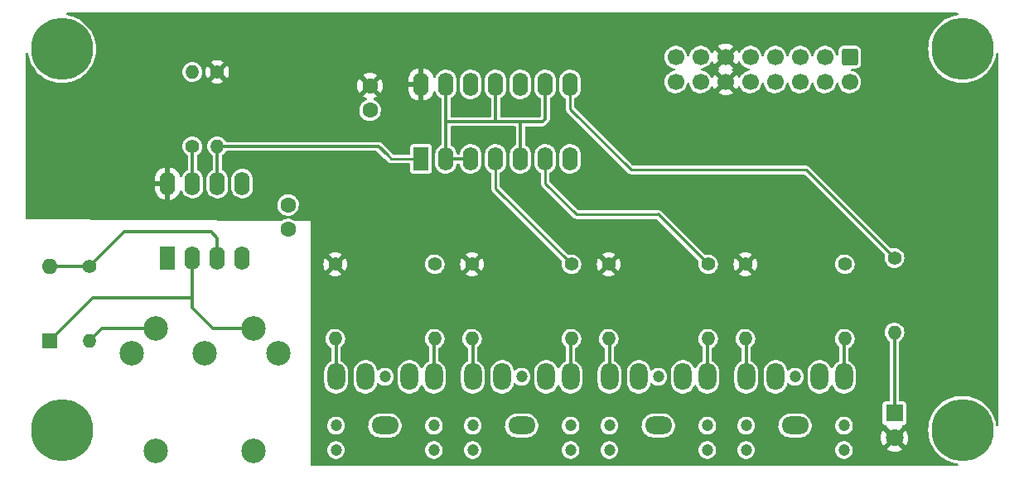
<source format=gtl>
%TF.GenerationSoftware,KiCad,Pcbnew,(6.0.1)*%
%TF.CreationDate,2022-10-12T17:48:48-04:00*%
%TF.ProjectId,MOD-MIDI-THRU,4d4f442d-4d49-4444-992d-544852552e6b,1*%
%TF.SameCoordinates,Original*%
%TF.FileFunction,Copper,L1,Top*%
%TF.FilePolarity,Positive*%
%FSLAX46Y46*%
G04 Gerber Fmt 4.6, Leading zero omitted, Abs format (unit mm)*
G04 Created by KiCad (PCBNEW (6.0.1)) date 2022-10-12 17:48:48*
%MOMM*%
%LPD*%
G01*
G04 APERTURE LIST*
G04 Aperture macros list*
%AMRoundRect*
0 Rectangle with rounded corners*
0 $1 Rounding radius*
0 $2 $3 $4 $5 $6 $7 $8 $9 X,Y pos of 4 corners*
0 Add a 4 corners polygon primitive as box body*
4,1,4,$2,$3,$4,$5,$6,$7,$8,$9,$2,$3,0*
0 Add four circle primitives for the rounded corners*
1,1,$1+$1,$2,$3*
1,1,$1+$1,$4,$5*
1,1,$1+$1,$6,$7*
1,1,$1+$1,$8,$9*
0 Add four rect primitives between the rounded corners*
20,1,$1+$1,$2,$3,$4,$5,0*
20,1,$1+$1,$4,$5,$6,$7,0*
20,1,$1+$1,$6,$7,$8,$9,0*
20,1,$1+$1,$8,$9,$2,$3,0*%
G04 Aperture macros list end*
%TA.AperFunction,ComponentPad*%
%ADD10RoundRect,0.250000X-0.600000X0.600000X-0.600000X-0.600000X0.600000X-0.600000X0.600000X0.600000X0*%
%TD*%
%TA.AperFunction,ComponentPad*%
%ADD11C,1.700000*%
%TD*%
%TA.AperFunction,ComponentPad*%
%ADD12C,1.400000*%
%TD*%
%TA.AperFunction,ComponentPad*%
%ADD13O,1.400000X1.400000*%
%TD*%
%TA.AperFunction,ComponentPad*%
%ADD14C,6.350000*%
%TD*%
%TA.AperFunction,ComponentPad*%
%ADD15C,1.200000*%
%TD*%
%TA.AperFunction,ComponentPad*%
%ADD16O,1.800000X2.800000*%
%TD*%
%TA.AperFunction,ComponentPad*%
%ADD17O,2.800000X1.800000*%
%TD*%
%TA.AperFunction,ComponentPad*%
%ADD18R,1.600000X2.400000*%
%TD*%
%TA.AperFunction,ComponentPad*%
%ADD19O,1.600000X2.400000*%
%TD*%
%TA.AperFunction,ComponentPad*%
%ADD20C,1.600000*%
%TD*%
%TA.AperFunction,ComponentPad*%
%ADD21R,1.800000X1.800000*%
%TD*%
%TA.AperFunction,ComponentPad*%
%ADD22C,1.800000*%
%TD*%
%TA.AperFunction,ComponentPad*%
%ADD23R,1.600000X1.600000*%
%TD*%
%TA.AperFunction,ComponentPad*%
%ADD24O,1.600000X1.600000*%
%TD*%
%TA.AperFunction,ComponentPad*%
%ADD25C,2.500000*%
%TD*%
%TA.AperFunction,Conductor*%
%ADD26C,0.304800*%
%TD*%
%TA.AperFunction,Conductor*%
%ADD27C,0.250000*%
%TD*%
G04 APERTURE END LIST*
D10*
%TO.P,J6,1,Pin_1*%
%TO.N,unconnected-(J6-Pad1)*%
X174498000Y-44831000D03*
D11*
%TO.P,J6,2,Pin_2*%
%TO.N,unconnected-(J6-Pad2)*%
X174498000Y-47371000D03*
%TO.P,J6,3,Pin_3*%
%TO.N,GND*%
X171958000Y-44831000D03*
%TO.P,J6,4,Pin_4*%
X171958000Y-47371000D03*
%TO.P,J6,5,Pin_5*%
X169418000Y-44831000D03*
%TO.P,J6,6,Pin_6*%
X169418000Y-47371000D03*
%TO.P,J6,7,Pin_7*%
X166878000Y-44831000D03*
%TO.P,J6,8,Pin_8*%
X166878000Y-47371000D03*
%TO.P,J6,9,Pin_9*%
%TO.N,+12V*%
X164338000Y-44831000D03*
%TO.P,J6,10,Pin_10*%
X164338000Y-47371000D03*
%TO.P,J6,11,Pin_11*%
%TO.N,+5V*%
X161798000Y-44831000D03*
%TO.P,J6,12,Pin_12*%
X161798000Y-47371000D03*
%TO.P,J6,13,Pin_13*%
%TO.N,/CV_OUT*%
X159258000Y-44831000D03*
%TO.P,J6,14,Pin_14*%
X159258000Y-47371000D03*
%TO.P,J6,15,Pin_15*%
%TO.N,/GATE_OUT*%
X156718000Y-44831000D03*
%TO.P,J6,16,Pin_16*%
X156718000Y-47371000D03*
%TD*%
D12*
%TO.P,R8,1*%
%TO.N,+5V*%
X149860000Y-66040000D03*
D13*
%TO.P,R8,2*%
%TO.N,/MIDI_3_PWR*%
X149860000Y-73660000D03*
%TD*%
D14*
%TO.P,MTG1,1*%
%TO.N,N/C*%
X94000000Y-83000000D03*
%TD*%
D12*
%TO.P,R6,1*%
%TO.N,+5V*%
X135890000Y-66040000D03*
D13*
%TO.P,R6,2*%
%TO.N,/MIDI_2_PWR*%
X135890000Y-73660000D03*
%TD*%
D15*
%TO.P,J5,90*%
%TO.N,N/C*%
X173910000Y-82550000D03*
X163910000Y-85050000D03*
X173910000Y-85050000D03*
X168910000Y-77550000D03*
X163910000Y-82550000D03*
D16*
%TO.P,J5,R*%
%TO.N,/MIDI_4_PWR*%
X163910000Y-77550000D03*
%TO.P,J5,RN*%
%TO.N,N/C*%
X166910000Y-77550000D03*
D17*
%TO.P,J5,S*%
%TO.N,GND*%
X168910000Y-82550000D03*
D16*
%TO.P,J5,T*%
%TO.N,/MIDI_4_OUT*%
X173910000Y-77550000D03*
%TO.P,J5,TN*%
%TO.N,N/C*%
X171410000Y-77550000D03*
%TD*%
D12*
%TO.P,R7,1*%
%TO.N,Net-(R7-Pad1)*%
X146050000Y-66040000D03*
D13*
%TO.P,R7,2*%
%TO.N,/MIDI_2_OUT*%
X146050000Y-73660000D03*
%TD*%
D15*
%TO.P,J4,90*%
%TO.N,N/C*%
X159940000Y-82550000D03*
X154940000Y-77550000D03*
X149940000Y-85050000D03*
X159940000Y-85050000D03*
X149940000Y-82550000D03*
D16*
%TO.P,J4,R*%
%TO.N,/MIDI_3_PWR*%
X149940000Y-77550000D03*
%TO.P,J4,RN*%
%TO.N,N/C*%
X152940000Y-77550000D03*
D17*
%TO.P,J4,S*%
%TO.N,GND*%
X154940000Y-82550000D03*
D16*
%TO.P,J4,T*%
%TO.N,/MIDI_3_OUT*%
X159940000Y-77550000D03*
%TO.P,J4,TN*%
%TO.N,N/C*%
X157440000Y-77550000D03*
%TD*%
D12*
%TO.P,R4,1*%
%TO.N,+5V*%
X121920000Y-66040000D03*
D13*
%TO.P,R4,2*%
%TO.N,/MIDI_1_PWR*%
X121920000Y-73660000D03*
%TD*%
D18*
%TO.P,U1,1*%
%TO.N,/RXD*%
X130680500Y-55260000D03*
D19*
%TO.P,U1,2*%
%TO.N,Net-(U1-Pad11)*%
X133220500Y-55260000D03*
%TO.P,U1,3*%
X135760500Y-55260000D03*
%TO.P,U1,4*%
%TO.N,Net-(R7-Pad1)*%
X138300500Y-55260000D03*
%TO.P,U1,5*%
%TO.N,Net-(U1-Pad11)*%
X140840500Y-55260000D03*
%TO.P,U1,6*%
%TO.N,Net-(R9-Pad1)*%
X143380500Y-55260000D03*
%TO.P,U1,7,GND*%
%TO.N,GND*%
X145920500Y-55260000D03*
%TO.P,U1,8*%
%TO.N,Net-(R12-Pad1)*%
X145920500Y-47640000D03*
%TO.P,U1,9*%
%TO.N,Net-(U1-Pad11)*%
X143380500Y-47640000D03*
%TO.P,U1,10*%
%TO.N,Net-(R11-Pad1)*%
X140840500Y-47640000D03*
%TO.P,U1,11*%
%TO.N,Net-(U1-Pad11)*%
X138300500Y-47640000D03*
%TO.P,U1,12*%
%TO.N,Net-(R5-Pad1)*%
X135760500Y-47640000D03*
%TO.P,U1,13*%
%TO.N,Net-(U1-Pad11)*%
X133220500Y-47640000D03*
%TO.P,U1,14,VCC*%
%TO.N,+5V*%
X130680500Y-47640000D03*
%TD*%
D12*
%TO.P,R11,1*%
%TO.N,Net-(R11-Pad1)*%
X173990000Y-66040000D03*
D13*
%TO.P,R11,2*%
%TO.N,/MIDI_4_OUT*%
X173990000Y-73660000D03*
%TD*%
D20*
%TO.P,C1,1*%
%TO.N,Net-(C1-Pad1)*%
X117094000Y-62464000D03*
%TO.P,C1,2*%
%TO.N,GND*%
X117094000Y-59964000D03*
%TD*%
D12*
%TO.P,R5,1*%
%TO.N,Net-(R5-Pad1)*%
X132080000Y-66040000D03*
D13*
%TO.P,R5,2*%
%TO.N,/MIDI_1_OUT*%
X132080000Y-73660000D03*
%TD*%
D12*
%TO.P,R3,1*%
%TO.N,Net-(D2-Pad2)*%
X96774000Y-66294000D03*
D13*
%TO.P,R3,2*%
%TO.N,/MIDI_RTN*%
X96774000Y-73914000D03*
%TD*%
D21*
%TO.P,D1,1,K*%
%TO.N,Net-(D1-Pad1)*%
X179070000Y-81275000D03*
D22*
%TO.P,D1,2,A*%
%TO.N,+5V*%
X179070000Y-83815000D03*
%TD*%
D12*
%TO.P,R9,1*%
%TO.N,Net-(R9-Pad1)*%
X160020000Y-66040000D03*
D13*
%TO.P,R9,2*%
%TO.N,/MIDI_3_OUT*%
X160020000Y-73660000D03*
%TD*%
D14*
%TO.P,MTG3,1*%
%TO.N,N/C*%
X94000000Y-44000000D03*
%TD*%
D23*
%TO.P,D2,1,K*%
%TO.N,/MIDI_IN*%
X92710000Y-73914000D03*
D24*
%TO.P,D2,2,A*%
%TO.N,Net-(D2-Pad2)*%
X92710000Y-66294000D03*
%TD*%
D12*
%TO.P,R10,1*%
%TO.N,+5V*%
X163830000Y-66040000D03*
D13*
%TO.P,R10,2*%
%TO.N,/MIDI_4_PWR*%
X163830000Y-73660000D03*
%TD*%
D25*
%TO.P,J1,1*%
%TO.N,unconnected-(J1-Pad1)*%
X116085000Y-75105000D03*
%TO.P,J1,2*%
%TO.N,Net-(C1-Pad1)*%
X108585000Y-75105000D03*
%TO.P,J1,3*%
%TO.N,unconnected-(J1-Pad3)*%
X101085000Y-75105000D03*
%TO.P,J1,4*%
%TO.N,/MIDI_IN*%
X113585000Y-72605000D03*
%TO.P,J1,5*%
%TO.N,/MIDI_RTN*%
X103585000Y-72605000D03*
%TO.P,J1,6*%
%TO.N,N/C*%
X113585000Y-85105000D03*
X103585000Y-85105000D03*
%TD*%
D15*
%TO.P,J2,90*%
%TO.N,N/C*%
X132000000Y-82550000D03*
X132000000Y-85050000D03*
X122000000Y-82550000D03*
X127000000Y-77550000D03*
X122000000Y-85050000D03*
D16*
%TO.P,J2,R*%
%TO.N,/MIDI_1_PWR*%
X122000000Y-77550000D03*
%TO.P,J2,RN*%
%TO.N,N/C*%
X125000000Y-77550000D03*
D17*
%TO.P,J2,S*%
%TO.N,GND*%
X127000000Y-82550000D03*
D16*
%TO.P,J2,T*%
%TO.N,/MIDI_1_OUT*%
X132000000Y-77550000D03*
%TO.P,J2,TN*%
%TO.N,N/C*%
X129500000Y-77550000D03*
%TD*%
D15*
%TO.P,J3,90*%
%TO.N,N/C*%
X135970000Y-85050000D03*
X135970000Y-82550000D03*
X145970000Y-85050000D03*
X140970000Y-77550000D03*
X145970000Y-82550000D03*
D16*
%TO.P,J3,R*%
%TO.N,/MIDI_2_PWR*%
X135970000Y-77550000D03*
%TO.P,J3,RN*%
%TO.N,N/C*%
X138970000Y-77550000D03*
D17*
%TO.P,J3,S*%
%TO.N,GND*%
X140970000Y-82550000D03*
D16*
%TO.P,J3,T*%
%TO.N,/MIDI_2_OUT*%
X145970000Y-77550000D03*
%TO.P,J3,TN*%
%TO.N,N/C*%
X143470000Y-77550000D03*
%TD*%
D12*
%TO.P,R12,1*%
%TO.N,Net-(R12-Pad1)*%
X179070000Y-65405000D03*
D13*
%TO.P,R12,2*%
%TO.N,Net-(D1-Pad1)*%
X179070000Y-73025000D03*
%TD*%
D12*
%TO.P,R2,1*%
%TO.N,+5V*%
X109855000Y-46355000D03*
D13*
%TO.P,R2,2*%
%TO.N,/RXD*%
X109855000Y-53975000D03*
%TD*%
D12*
%TO.P,R1,1*%
%TO.N,Net-(R1-Pad1)*%
X107315000Y-53975000D03*
D13*
%TO.P,R1,2*%
%TO.N,GND*%
X107315000Y-46355000D03*
%TD*%
D18*
%TO.P,U2,1,NC*%
%TO.N,unconnected-(U2-Pad1)*%
X104785000Y-65395000D03*
D19*
%TO.P,U2,2,C1*%
%TO.N,/MIDI_IN*%
X107325000Y-65395000D03*
%TO.P,U2,3,C2*%
%TO.N,Net-(D2-Pad2)*%
X109865000Y-65395000D03*
%TO.P,U2,4,NC*%
%TO.N,unconnected-(U2-Pad4)*%
X112405000Y-65395000D03*
%TO.P,U2,5,GND*%
%TO.N,GND*%
X112405000Y-57775000D03*
%TO.P,U2,6,VO2*%
%TO.N,/RXD*%
X109865000Y-57775000D03*
%TO.P,U2,7,VO1*%
%TO.N,Net-(R1-Pad1)*%
X107325000Y-57775000D03*
%TO.P,U2,8,VCC*%
%TO.N,+5V*%
X104785000Y-57775000D03*
%TD*%
D14*
%TO.P,MTG2,1*%
%TO.N,N/C*%
X186000000Y-83000000D03*
%TD*%
%TO.P,MTG4,1*%
%TO.N,N/C*%
X186000000Y-44000000D03*
%TD*%
D20*
%TO.P,C2,1*%
%TO.N,+5V*%
X125476000Y-47772000D03*
%TO.P,C2,2*%
%TO.N,GND*%
X125476000Y-50272000D03*
%TD*%
D26*
%TO.N,Net-(U1-Pad11)*%
X143380500Y-51183500D02*
X143114000Y-51450000D01*
X143114000Y-51450000D02*
X140840500Y-51450000D01*
X143380500Y-47640000D02*
X143380500Y-51183500D01*
D27*
%TO.N,Net-(R9-Pad1)*%
X143380500Y-57782500D02*
X146558000Y-60960000D01*
X146558000Y-60960000D02*
X154940000Y-60960000D01*
X143380500Y-55260000D02*
X143380500Y-57782500D01*
%TO.N,Net-(R12-Pad1)*%
X152146000Y-56388000D02*
X170053000Y-56388000D01*
X145920500Y-47640000D02*
X145920500Y-50162500D01*
X145920500Y-50162500D02*
X152146000Y-56388000D01*
X170053000Y-56388000D02*
X179070000Y-65405000D01*
D26*
%TO.N,Net-(R9-Pad1)*%
X160020000Y-66040000D02*
X154940000Y-60960000D01*
D27*
%TO.N,Net-(R7-Pad1)*%
X138300500Y-58290500D02*
X146050000Y-66040000D01*
X138300500Y-55260000D02*
X138300500Y-58290500D01*
%TO.N,/RXD*%
X127650000Y-55260000D02*
X127254000Y-54864000D01*
X130680500Y-55260000D02*
X127650000Y-55260000D01*
D26*
X126365000Y-53975000D02*
X127254000Y-54864000D01*
%TO.N,/MIDI_RTN*%
X103585000Y-72605000D02*
X98083000Y-72605000D01*
X98083000Y-72605000D02*
X96774000Y-73914000D01*
%TO.N,Net-(D2-Pad2)*%
X92710000Y-66294000D02*
X96774000Y-66294000D01*
X109865000Y-63383000D02*
X109865000Y-65395000D01*
X96774000Y-66294000D02*
X100330000Y-62738000D01*
X100330000Y-62738000D02*
X109220000Y-62738000D01*
X109220000Y-62738000D02*
X109865000Y-63383000D01*
%TO.N,/MIDI_1_PWR*%
X122000000Y-77550000D02*
X122000000Y-73740000D01*
%TO.N,/MIDI_1_OUT*%
X132000000Y-77550000D02*
X132000000Y-73740000D01*
%TO.N,/MIDI_2_PWR*%
X135970000Y-77550000D02*
X135970000Y-73740000D01*
%TO.N,Net-(R1-Pad1)*%
X107315000Y-53975000D02*
X107315000Y-57765000D01*
%TO.N,/MIDI_IN*%
X109435000Y-72605000D02*
X113585000Y-72605000D01*
X107325000Y-65395000D02*
X107325000Y-69479000D01*
X107325000Y-69479000D02*
X97145000Y-69479000D01*
X97145000Y-69479000D02*
X92710000Y-73914000D01*
X107325000Y-69479000D02*
X107325000Y-70495000D01*
X107325000Y-70495000D02*
X109435000Y-72605000D01*
%TO.N,/RXD*%
X109855000Y-53975000D02*
X126365000Y-53975000D01*
X109855000Y-53975000D02*
X109855000Y-57765000D01*
%TO.N,Net-(D1-Pad1)*%
X179070000Y-81275000D02*
X179070000Y-73025000D01*
%TO.N,/MIDI_2_OUT*%
X145970000Y-77550000D02*
X145970000Y-73740000D01*
%TO.N,/MIDI_3_PWR*%
X149940000Y-77550000D02*
X149940000Y-73740000D01*
%TO.N,/MIDI_3_OUT*%
X159940000Y-77550000D02*
X159940000Y-73740000D01*
%TO.N,/MIDI_4_PWR*%
X163910000Y-77550000D02*
X163910000Y-73740000D01*
%TO.N,/MIDI_4_OUT*%
X173910000Y-77550000D02*
X173910000Y-73740000D01*
%TO.N,Net-(U1-Pad11)*%
X138300500Y-47640000D02*
X138300500Y-51430000D01*
X133220500Y-47640000D02*
X133220500Y-51440000D01*
X133220500Y-55260000D02*
X135760500Y-55260000D01*
X140840500Y-51450000D02*
X140850500Y-51440000D01*
X140840500Y-55260000D02*
X140840500Y-51450000D01*
X133220500Y-51440000D02*
X138310500Y-51440000D01*
X138310500Y-51440000D02*
X140850500Y-51440000D01*
X133220500Y-51440000D02*
X133220500Y-55260000D01*
X138300500Y-51430000D02*
X138310500Y-51440000D01*
%TD*%
%TA.AperFunction,Conductor*%
%TO.N,+5V*%
G36*
X185550059Y-40324802D02*
G01*
X185596552Y-40378458D01*
X185606656Y-40448732D01*
X185577162Y-40513312D01*
X185517436Y-40551696D01*
X185501650Y-40555249D01*
X185275412Y-40591081D01*
X184923052Y-40685496D01*
X184582492Y-40816225D01*
X184579552Y-40817723D01*
X184260403Y-40980337D01*
X184260396Y-40980341D01*
X184257462Y-40981836D01*
X183951524Y-41180514D01*
X183668029Y-41410084D01*
X183410084Y-41668029D01*
X183180514Y-41951524D01*
X182981836Y-42257462D01*
X182816225Y-42582492D01*
X182685496Y-42923052D01*
X182591081Y-43275412D01*
X182590565Y-43278673D01*
X182541161Y-43590599D01*
X182534016Y-43635710D01*
X182514924Y-44000000D01*
X182534016Y-44364290D01*
X182534529Y-44367530D01*
X182534530Y-44367538D01*
X182555249Y-44498351D01*
X182591081Y-44724588D01*
X182685496Y-45076948D01*
X182686681Y-45080036D01*
X182686682Y-45080038D01*
X182695057Y-45101855D01*
X182816225Y-45417508D01*
X182817723Y-45420448D01*
X182978449Y-45735890D01*
X182981836Y-45742538D01*
X182983632Y-45745304D01*
X182983634Y-45745307D01*
X183016544Y-45795984D01*
X183180514Y-46048476D01*
X183410084Y-46331971D01*
X183668029Y-46589916D01*
X183951524Y-46819486D01*
X183964111Y-46827660D01*
X184239643Y-47006592D01*
X184257462Y-47018164D01*
X184260396Y-47019659D01*
X184260403Y-47019663D01*
X184524057Y-47154001D01*
X184582492Y-47183775D01*
X184665282Y-47215555D01*
X184881246Y-47298456D01*
X184923052Y-47314504D01*
X185275412Y-47408919D01*
X185466987Y-47439261D01*
X185632462Y-47465470D01*
X185632470Y-47465471D01*
X185635710Y-47465984D01*
X186000000Y-47485076D01*
X186364290Y-47465984D01*
X186367530Y-47465471D01*
X186367538Y-47465470D01*
X186533013Y-47439261D01*
X186724588Y-47408919D01*
X187076948Y-47314504D01*
X187118755Y-47298456D01*
X187334718Y-47215555D01*
X187417508Y-47183775D01*
X187475943Y-47154001D01*
X187739597Y-47019663D01*
X187739604Y-47019659D01*
X187742538Y-47018164D01*
X187760358Y-47006592D01*
X188035889Y-46827660D01*
X188048476Y-46819486D01*
X188331971Y-46589916D01*
X188589916Y-46331971D01*
X188819486Y-46048476D01*
X188983456Y-45795984D01*
X189016366Y-45745307D01*
X189016368Y-45745304D01*
X189018164Y-45742538D01*
X189021552Y-45735890D01*
X189182277Y-45420448D01*
X189183775Y-45417508D01*
X189304943Y-45101855D01*
X189313318Y-45080038D01*
X189313319Y-45080036D01*
X189314504Y-45076948D01*
X189408919Y-44724588D01*
X189444751Y-44498351D01*
X189475163Y-44434198D01*
X189535431Y-44396671D01*
X189606421Y-44397685D01*
X189665593Y-44436918D01*
X189694161Y-44501913D01*
X189695200Y-44518062D01*
X189695200Y-82481938D01*
X189675198Y-82550059D01*
X189621542Y-82596552D01*
X189551268Y-82606656D01*
X189486688Y-82577162D01*
X189448304Y-82517436D01*
X189444751Y-82501649D01*
X189432369Y-82423472D01*
X189408919Y-82275412D01*
X189314504Y-81923052D01*
X189297378Y-81878436D01*
X189219785Y-81676301D01*
X189183775Y-81582492D01*
X189182277Y-81579552D01*
X189019663Y-81260403D01*
X189019659Y-81260396D01*
X189018164Y-81257462D01*
X188819486Y-80951524D01*
X188589916Y-80668029D01*
X188331971Y-80410084D01*
X188048476Y-80180514D01*
X187878515Y-80070140D01*
X187745307Y-79983634D01*
X187745304Y-79983632D01*
X187742538Y-79981836D01*
X187739604Y-79980341D01*
X187739597Y-79980337D01*
X187420448Y-79817723D01*
X187417508Y-79816225D01*
X187076948Y-79685496D01*
X186724588Y-79591081D01*
X186533013Y-79560739D01*
X186367538Y-79534530D01*
X186367530Y-79534529D01*
X186364290Y-79534016D01*
X186000000Y-79514924D01*
X185635710Y-79534016D01*
X185632470Y-79534529D01*
X185632462Y-79534530D01*
X185466987Y-79560739D01*
X185275412Y-79591081D01*
X184923052Y-79685496D01*
X184582492Y-79816225D01*
X184579552Y-79817723D01*
X184260403Y-79980337D01*
X184260396Y-79980341D01*
X184257462Y-79981836D01*
X184254696Y-79983632D01*
X184254693Y-79983634D01*
X184121485Y-80070140D01*
X183951524Y-80180514D01*
X183668029Y-80410084D01*
X183410084Y-80668029D01*
X183180514Y-80951524D01*
X182981836Y-81257462D01*
X182980341Y-81260396D01*
X182980337Y-81260403D01*
X182817723Y-81579552D01*
X182816225Y-81582492D01*
X182780215Y-81676301D01*
X182702623Y-81878436D01*
X182685496Y-81923052D01*
X182591081Y-82275412D01*
X182576527Y-82367305D01*
X182536189Y-82621991D01*
X182534016Y-82635710D01*
X182514924Y-83000000D01*
X182534016Y-83364290D01*
X182534529Y-83367530D01*
X182534530Y-83367538D01*
X182548213Y-83453928D01*
X182591081Y-83724588D01*
X182685496Y-84076948D01*
X182686681Y-84080036D01*
X182686682Y-84080038D01*
X182736684Y-84210297D01*
X182816225Y-84417508D01*
X182817723Y-84420448D01*
X182953048Y-84686038D01*
X182981836Y-84742538D01*
X183180514Y-85048476D01*
X183410084Y-85331971D01*
X183668029Y-85589916D01*
X183951524Y-85819486D01*
X184008410Y-85856428D01*
X184101848Y-85917107D01*
X184257462Y-86018164D01*
X184260396Y-86019659D01*
X184260403Y-86019663D01*
X184363998Y-86072447D01*
X184582492Y-86183775D01*
X184923052Y-86314504D01*
X185275412Y-86408919D01*
X185501649Y-86444751D01*
X185565802Y-86475163D01*
X185603329Y-86535431D01*
X185602315Y-86606421D01*
X185563082Y-86665593D01*
X185498087Y-86694161D01*
X185481938Y-86695200D01*
X119506259Y-86695200D01*
X119438138Y-86675198D01*
X119391645Y-86621542D01*
X119380259Y-86569123D01*
X119381184Y-85050000D01*
X121089713Y-85050000D01*
X121090403Y-85056565D01*
X121108231Y-85226182D01*
X121109605Y-85239259D01*
X121168411Y-85420247D01*
X121263562Y-85585053D01*
X121390899Y-85726475D01*
X121544856Y-85838332D01*
X121550885Y-85841016D01*
X121550888Y-85841018D01*
X121712670Y-85913047D01*
X121712673Y-85913048D01*
X121718706Y-85915734D01*
X121759382Y-85924380D01*
X121898392Y-85953928D01*
X121898396Y-85953928D01*
X121904849Y-85955300D01*
X122095151Y-85955300D01*
X122101604Y-85953928D01*
X122101608Y-85953928D01*
X122240618Y-85924380D01*
X122281294Y-85915734D01*
X122287327Y-85913048D01*
X122287330Y-85913047D01*
X122449112Y-85841018D01*
X122449115Y-85841016D01*
X122455144Y-85838332D01*
X122609101Y-85726475D01*
X122736438Y-85585053D01*
X122831589Y-85420247D01*
X122890395Y-85239259D01*
X122891770Y-85226182D01*
X122909597Y-85056565D01*
X122910287Y-85050000D01*
X131089713Y-85050000D01*
X131090403Y-85056565D01*
X131108231Y-85226182D01*
X131109605Y-85239259D01*
X131168411Y-85420247D01*
X131263562Y-85585053D01*
X131390899Y-85726475D01*
X131544856Y-85838332D01*
X131550885Y-85841016D01*
X131550888Y-85841018D01*
X131712670Y-85913047D01*
X131712673Y-85913048D01*
X131718706Y-85915734D01*
X131759382Y-85924380D01*
X131898392Y-85953928D01*
X131898396Y-85953928D01*
X131904849Y-85955300D01*
X132095151Y-85955300D01*
X132101604Y-85953928D01*
X132101608Y-85953928D01*
X132240618Y-85924380D01*
X132281294Y-85915734D01*
X132287327Y-85913048D01*
X132287330Y-85913047D01*
X132449112Y-85841018D01*
X132449115Y-85841016D01*
X132455144Y-85838332D01*
X132609101Y-85726475D01*
X132736438Y-85585053D01*
X132831589Y-85420247D01*
X132890395Y-85239259D01*
X132891770Y-85226182D01*
X132909597Y-85056565D01*
X132910287Y-85050000D01*
X135059713Y-85050000D01*
X135060403Y-85056565D01*
X135078231Y-85226182D01*
X135079605Y-85239259D01*
X135138411Y-85420247D01*
X135233562Y-85585053D01*
X135360899Y-85726475D01*
X135514856Y-85838332D01*
X135520885Y-85841016D01*
X135520888Y-85841018D01*
X135682670Y-85913047D01*
X135682673Y-85913048D01*
X135688706Y-85915734D01*
X135729382Y-85924380D01*
X135868392Y-85953928D01*
X135868396Y-85953928D01*
X135874849Y-85955300D01*
X136065151Y-85955300D01*
X136071604Y-85953928D01*
X136071608Y-85953928D01*
X136210618Y-85924380D01*
X136251294Y-85915734D01*
X136257327Y-85913048D01*
X136257330Y-85913047D01*
X136419112Y-85841018D01*
X136419115Y-85841016D01*
X136425144Y-85838332D01*
X136579101Y-85726475D01*
X136706438Y-85585053D01*
X136801589Y-85420247D01*
X136860395Y-85239259D01*
X136861770Y-85226182D01*
X136879597Y-85056565D01*
X136880287Y-85050000D01*
X145059713Y-85050000D01*
X145060403Y-85056565D01*
X145078231Y-85226182D01*
X145079605Y-85239259D01*
X145138411Y-85420247D01*
X145233562Y-85585053D01*
X145360899Y-85726475D01*
X145514856Y-85838332D01*
X145520885Y-85841016D01*
X145520888Y-85841018D01*
X145682670Y-85913047D01*
X145682673Y-85913048D01*
X145688706Y-85915734D01*
X145729382Y-85924380D01*
X145868392Y-85953928D01*
X145868396Y-85953928D01*
X145874849Y-85955300D01*
X146065151Y-85955300D01*
X146071604Y-85953928D01*
X146071608Y-85953928D01*
X146210618Y-85924380D01*
X146251294Y-85915734D01*
X146257327Y-85913048D01*
X146257330Y-85913047D01*
X146419112Y-85841018D01*
X146419115Y-85841016D01*
X146425144Y-85838332D01*
X146579101Y-85726475D01*
X146706438Y-85585053D01*
X146801589Y-85420247D01*
X146860395Y-85239259D01*
X146861770Y-85226182D01*
X146879597Y-85056565D01*
X146880287Y-85050000D01*
X149029713Y-85050000D01*
X149030403Y-85056565D01*
X149048231Y-85226182D01*
X149049605Y-85239259D01*
X149108411Y-85420247D01*
X149203562Y-85585053D01*
X149330899Y-85726475D01*
X149484856Y-85838332D01*
X149490885Y-85841016D01*
X149490888Y-85841018D01*
X149652670Y-85913047D01*
X149652673Y-85913048D01*
X149658706Y-85915734D01*
X149699382Y-85924380D01*
X149838392Y-85953928D01*
X149838396Y-85953928D01*
X149844849Y-85955300D01*
X150035151Y-85955300D01*
X150041604Y-85953928D01*
X150041608Y-85953928D01*
X150180618Y-85924380D01*
X150221294Y-85915734D01*
X150227327Y-85913048D01*
X150227330Y-85913047D01*
X150389112Y-85841018D01*
X150389115Y-85841016D01*
X150395144Y-85838332D01*
X150549101Y-85726475D01*
X150676438Y-85585053D01*
X150771589Y-85420247D01*
X150830395Y-85239259D01*
X150831770Y-85226182D01*
X150849597Y-85056565D01*
X150850287Y-85050000D01*
X159029713Y-85050000D01*
X159030403Y-85056565D01*
X159048231Y-85226182D01*
X159049605Y-85239259D01*
X159108411Y-85420247D01*
X159203562Y-85585053D01*
X159330899Y-85726475D01*
X159484856Y-85838332D01*
X159490885Y-85841016D01*
X159490888Y-85841018D01*
X159652670Y-85913047D01*
X159652673Y-85913048D01*
X159658706Y-85915734D01*
X159699382Y-85924380D01*
X159838392Y-85953928D01*
X159838396Y-85953928D01*
X159844849Y-85955300D01*
X160035151Y-85955300D01*
X160041604Y-85953928D01*
X160041608Y-85953928D01*
X160180618Y-85924380D01*
X160221294Y-85915734D01*
X160227327Y-85913048D01*
X160227330Y-85913047D01*
X160389112Y-85841018D01*
X160389115Y-85841016D01*
X160395144Y-85838332D01*
X160549101Y-85726475D01*
X160676438Y-85585053D01*
X160771589Y-85420247D01*
X160830395Y-85239259D01*
X160831770Y-85226182D01*
X160849597Y-85056565D01*
X160850287Y-85050000D01*
X162999713Y-85050000D01*
X163000403Y-85056565D01*
X163018231Y-85226182D01*
X163019605Y-85239259D01*
X163078411Y-85420247D01*
X163173562Y-85585053D01*
X163300899Y-85726475D01*
X163454856Y-85838332D01*
X163460885Y-85841016D01*
X163460888Y-85841018D01*
X163622670Y-85913047D01*
X163622673Y-85913048D01*
X163628706Y-85915734D01*
X163669382Y-85924380D01*
X163808392Y-85953928D01*
X163808396Y-85953928D01*
X163814849Y-85955300D01*
X164005151Y-85955300D01*
X164011604Y-85953928D01*
X164011608Y-85953928D01*
X164150618Y-85924380D01*
X164191294Y-85915734D01*
X164197327Y-85913048D01*
X164197330Y-85913047D01*
X164359112Y-85841018D01*
X164359115Y-85841016D01*
X164365144Y-85838332D01*
X164519101Y-85726475D01*
X164646438Y-85585053D01*
X164741589Y-85420247D01*
X164800395Y-85239259D01*
X164801770Y-85226182D01*
X164819597Y-85056565D01*
X164820287Y-85050000D01*
X172999713Y-85050000D01*
X173000403Y-85056565D01*
X173018231Y-85226182D01*
X173019605Y-85239259D01*
X173078411Y-85420247D01*
X173173562Y-85585053D01*
X173300899Y-85726475D01*
X173454856Y-85838332D01*
X173460885Y-85841016D01*
X173460888Y-85841018D01*
X173622670Y-85913047D01*
X173622673Y-85913048D01*
X173628706Y-85915734D01*
X173669382Y-85924380D01*
X173808392Y-85953928D01*
X173808396Y-85953928D01*
X173814849Y-85955300D01*
X174005151Y-85955300D01*
X174011604Y-85953928D01*
X174011608Y-85953928D01*
X174150618Y-85924380D01*
X174191294Y-85915734D01*
X174197327Y-85913048D01*
X174197330Y-85913047D01*
X174359112Y-85841018D01*
X174359115Y-85841016D01*
X174365144Y-85838332D01*
X174519101Y-85726475D01*
X174646438Y-85585053D01*
X174741589Y-85420247D01*
X174800395Y-85239259D01*
X174801770Y-85226182D01*
X174819597Y-85056565D01*
X174820287Y-85050000D01*
X174812552Y-84976406D01*
X178273423Y-84976406D01*
X178278704Y-84983461D01*
X178455080Y-85086527D01*
X178464363Y-85090974D01*
X178671003Y-85169883D01*
X178680901Y-85172759D01*
X178897653Y-85216857D01*
X178907883Y-85218076D01*
X179128914Y-85226182D01*
X179139223Y-85225714D01*
X179358623Y-85197608D01*
X179368688Y-85195468D01*
X179580557Y-85131905D01*
X179590152Y-85128144D01*
X179788778Y-85030838D01*
X179797636Y-85025559D01*
X179855097Y-84984572D01*
X179863497Y-84973874D01*
X179856510Y-84960721D01*
X179082811Y-84187021D01*
X179068868Y-84179408D01*
X179067034Y-84179539D01*
X179060420Y-84183790D01*
X178280180Y-84964031D01*
X178273423Y-84976406D01*
X174812552Y-84976406D01*
X174800395Y-84860741D01*
X174741589Y-84679753D01*
X174646438Y-84514947D01*
X174558704Y-84417508D01*
X174523523Y-84378436D01*
X174523522Y-84378435D01*
X174519101Y-84373525D01*
X174365144Y-84261668D01*
X174359115Y-84258984D01*
X174359112Y-84258982D01*
X174197330Y-84186953D01*
X174197327Y-84186952D01*
X174191294Y-84184266D01*
X174150618Y-84175620D01*
X174011608Y-84146072D01*
X174011604Y-84146072D01*
X174005151Y-84144700D01*
X173814849Y-84144700D01*
X173808396Y-84146072D01*
X173808392Y-84146072D01*
X173721777Y-84164483D01*
X173628706Y-84184266D01*
X173622676Y-84186951D01*
X173622675Y-84186951D01*
X173460887Y-84258983D01*
X173460885Y-84258984D01*
X173454857Y-84261668D01*
X173449516Y-84265548D01*
X173449515Y-84265549D01*
X173360611Y-84330142D01*
X173300899Y-84373525D01*
X173296478Y-84378435D01*
X173296477Y-84378436D01*
X173261297Y-84417508D01*
X173173562Y-84514947D01*
X173078411Y-84679753D01*
X173019605Y-84860741D01*
X172999713Y-85050000D01*
X164820287Y-85050000D01*
X164800395Y-84860741D01*
X164741589Y-84679753D01*
X164646438Y-84514947D01*
X164558704Y-84417508D01*
X164523523Y-84378436D01*
X164523522Y-84378435D01*
X164519101Y-84373525D01*
X164365144Y-84261668D01*
X164359115Y-84258984D01*
X164359112Y-84258982D01*
X164197330Y-84186953D01*
X164197327Y-84186952D01*
X164191294Y-84184266D01*
X164150618Y-84175620D01*
X164011608Y-84146072D01*
X164011604Y-84146072D01*
X164005151Y-84144700D01*
X163814849Y-84144700D01*
X163808396Y-84146072D01*
X163808392Y-84146072D01*
X163721777Y-84164483D01*
X163628706Y-84184266D01*
X163622676Y-84186951D01*
X163622675Y-84186951D01*
X163460887Y-84258983D01*
X163460885Y-84258984D01*
X163454857Y-84261668D01*
X163449516Y-84265548D01*
X163449515Y-84265549D01*
X163360611Y-84330142D01*
X163300899Y-84373525D01*
X163296478Y-84378435D01*
X163296477Y-84378436D01*
X163261297Y-84417508D01*
X163173562Y-84514947D01*
X163078411Y-84679753D01*
X163019605Y-84860741D01*
X162999713Y-85050000D01*
X160850287Y-85050000D01*
X160830395Y-84860741D01*
X160771589Y-84679753D01*
X160676438Y-84514947D01*
X160588704Y-84417508D01*
X160553523Y-84378436D01*
X160553522Y-84378435D01*
X160549101Y-84373525D01*
X160395144Y-84261668D01*
X160389115Y-84258984D01*
X160389112Y-84258982D01*
X160227330Y-84186953D01*
X160227327Y-84186952D01*
X160221294Y-84184266D01*
X160180618Y-84175620D01*
X160041608Y-84146072D01*
X160041604Y-84146072D01*
X160035151Y-84144700D01*
X159844849Y-84144700D01*
X159838396Y-84146072D01*
X159838392Y-84146072D01*
X159751777Y-84164483D01*
X159658706Y-84184266D01*
X159652676Y-84186951D01*
X159652675Y-84186951D01*
X159490887Y-84258983D01*
X159490885Y-84258984D01*
X159484857Y-84261668D01*
X159479516Y-84265548D01*
X159479515Y-84265549D01*
X159390611Y-84330142D01*
X159330899Y-84373525D01*
X159326478Y-84378435D01*
X159326477Y-84378436D01*
X159291297Y-84417508D01*
X159203562Y-84514947D01*
X159108411Y-84679753D01*
X159049605Y-84860741D01*
X159029713Y-85050000D01*
X150850287Y-85050000D01*
X150830395Y-84860741D01*
X150771589Y-84679753D01*
X150676438Y-84514947D01*
X150588704Y-84417508D01*
X150553523Y-84378436D01*
X150553522Y-84378435D01*
X150549101Y-84373525D01*
X150395144Y-84261668D01*
X150389115Y-84258984D01*
X150389112Y-84258982D01*
X150227330Y-84186953D01*
X150227327Y-84186952D01*
X150221294Y-84184266D01*
X150180618Y-84175620D01*
X150041608Y-84146072D01*
X150041604Y-84146072D01*
X150035151Y-84144700D01*
X149844849Y-84144700D01*
X149838396Y-84146072D01*
X149838392Y-84146072D01*
X149751777Y-84164483D01*
X149658706Y-84184266D01*
X149652676Y-84186951D01*
X149652675Y-84186951D01*
X149490887Y-84258983D01*
X149490885Y-84258984D01*
X149484857Y-84261668D01*
X149479516Y-84265548D01*
X149479515Y-84265549D01*
X149390611Y-84330142D01*
X149330899Y-84373525D01*
X149326478Y-84378435D01*
X149326477Y-84378436D01*
X149291297Y-84417508D01*
X149203562Y-84514947D01*
X149108411Y-84679753D01*
X149049605Y-84860741D01*
X149029713Y-85050000D01*
X146880287Y-85050000D01*
X146860395Y-84860741D01*
X146801589Y-84679753D01*
X146706438Y-84514947D01*
X146618704Y-84417508D01*
X146583523Y-84378436D01*
X146583522Y-84378435D01*
X146579101Y-84373525D01*
X146425144Y-84261668D01*
X146419115Y-84258984D01*
X146419112Y-84258982D01*
X146257330Y-84186953D01*
X146257327Y-84186952D01*
X146251294Y-84184266D01*
X146210618Y-84175620D01*
X146071608Y-84146072D01*
X146071604Y-84146072D01*
X146065151Y-84144700D01*
X145874849Y-84144700D01*
X145868396Y-84146072D01*
X145868392Y-84146072D01*
X145781777Y-84164483D01*
X145688706Y-84184266D01*
X145682676Y-84186951D01*
X145682675Y-84186951D01*
X145520887Y-84258983D01*
X145520885Y-84258984D01*
X145514857Y-84261668D01*
X145509516Y-84265548D01*
X145509515Y-84265549D01*
X145420611Y-84330142D01*
X145360899Y-84373525D01*
X145356478Y-84378435D01*
X145356477Y-84378436D01*
X145321297Y-84417508D01*
X145233562Y-84514947D01*
X145138411Y-84679753D01*
X145079605Y-84860741D01*
X145059713Y-85050000D01*
X136880287Y-85050000D01*
X136860395Y-84860741D01*
X136801589Y-84679753D01*
X136706438Y-84514947D01*
X136618704Y-84417508D01*
X136583523Y-84378436D01*
X136583522Y-84378435D01*
X136579101Y-84373525D01*
X136425144Y-84261668D01*
X136419115Y-84258984D01*
X136419112Y-84258982D01*
X136257330Y-84186953D01*
X136257327Y-84186952D01*
X136251294Y-84184266D01*
X136210618Y-84175620D01*
X136071608Y-84146072D01*
X136071604Y-84146072D01*
X136065151Y-84144700D01*
X135874849Y-84144700D01*
X135868396Y-84146072D01*
X135868392Y-84146072D01*
X135781777Y-84164483D01*
X135688706Y-84184266D01*
X135682676Y-84186951D01*
X135682675Y-84186951D01*
X135520887Y-84258983D01*
X135520885Y-84258984D01*
X135514857Y-84261668D01*
X135509516Y-84265548D01*
X135509515Y-84265549D01*
X135420611Y-84330142D01*
X135360899Y-84373525D01*
X135356478Y-84378435D01*
X135356477Y-84378436D01*
X135321297Y-84417508D01*
X135233562Y-84514947D01*
X135138411Y-84679753D01*
X135079605Y-84860741D01*
X135059713Y-85050000D01*
X132910287Y-85050000D01*
X132890395Y-84860741D01*
X132831589Y-84679753D01*
X132736438Y-84514947D01*
X132648704Y-84417508D01*
X132613523Y-84378436D01*
X132613522Y-84378435D01*
X132609101Y-84373525D01*
X132455144Y-84261668D01*
X132449115Y-84258984D01*
X132449112Y-84258982D01*
X132287330Y-84186953D01*
X132287327Y-84186952D01*
X132281294Y-84184266D01*
X132240618Y-84175620D01*
X132101608Y-84146072D01*
X132101604Y-84146072D01*
X132095151Y-84144700D01*
X131904849Y-84144700D01*
X131898396Y-84146072D01*
X131898392Y-84146072D01*
X131811777Y-84164483D01*
X131718706Y-84184266D01*
X131712676Y-84186951D01*
X131712675Y-84186951D01*
X131550887Y-84258983D01*
X131550885Y-84258984D01*
X131544857Y-84261668D01*
X131539516Y-84265548D01*
X131539515Y-84265549D01*
X131450611Y-84330142D01*
X131390899Y-84373525D01*
X131386478Y-84378435D01*
X131386477Y-84378436D01*
X131351297Y-84417508D01*
X131263562Y-84514947D01*
X131168411Y-84679753D01*
X131109605Y-84860741D01*
X131089713Y-85050000D01*
X122910287Y-85050000D01*
X122890395Y-84860741D01*
X122831589Y-84679753D01*
X122736438Y-84514947D01*
X122648704Y-84417508D01*
X122613523Y-84378436D01*
X122613522Y-84378435D01*
X122609101Y-84373525D01*
X122455144Y-84261668D01*
X122449115Y-84258984D01*
X122449112Y-84258982D01*
X122287330Y-84186953D01*
X122287327Y-84186952D01*
X122281294Y-84184266D01*
X122240618Y-84175620D01*
X122101608Y-84146072D01*
X122101604Y-84146072D01*
X122095151Y-84144700D01*
X121904849Y-84144700D01*
X121898396Y-84146072D01*
X121898392Y-84146072D01*
X121811777Y-84164483D01*
X121718706Y-84184266D01*
X121712676Y-84186951D01*
X121712675Y-84186951D01*
X121550887Y-84258983D01*
X121550885Y-84258984D01*
X121544857Y-84261668D01*
X121539516Y-84265548D01*
X121539515Y-84265549D01*
X121450611Y-84330142D01*
X121390899Y-84373525D01*
X121386478Y-84378435D01*
X121386477Y-84378436D01*
X121351297Y-84417508D01*
X121263562Y-84514947D01*
X121168411Y-84679753D01*
X121109605Y-84860741D01*
X121089713Y-85050000D01*
X119381184Y-85050000D01*
X119381954Y-83785638D01*
X177657893Y-83785638D01*
X177670627Y-84006468D01*
X177672061Y-84016670D01*
X177720685Y-84232439D01*
X177723773Y-84242292D01*
X177806986Y-84447220D01*
X177811634Y-84456421D01*
X177900097Y-84600781D01*
X177910553Y-84610242D01*
X177919331Y-84606458D01*
X178697979Y-83827811D01*
X178704356Y-83816132D01*
X179434408Y-83816132D01*
X179434539Y-83817966D01*
X179438790Y-83824580D01*
X180216307Y-84602096D01*
X180228313Y-84608652D01*
X180240052Y-84599684D01*
X180278010Y-84546859D01*
X180283321Y-84538020D01*
X180381318Y-84339737D01*
X180385117Y-84330142D01*
X180449415Y-84118517D01*
X180451594Y-84108436D01*
X180480702Y-83887338D01*
X180481221Y-83880663D01*
X180482744Y-83818364D01*
X180482550Y-83811646D01*
X180464279Y-83589400D01*
X180462596Y-83579238D01*
X180408710Y-83364708D01*
X180405389Y-83354953D01*
X180317193Y-83152118D01*
X180312315Y-83143020D01*
X180239224Y-83030038D01*
X180228538Y-83020835D01*
X180218973Y-83025238D01*
X179442021Y-83802189D01*
X179434408Y-83816132D01*
X178704356Y-83816132D01*
X178705592Y-83813868D01*
X178705461Y-83812034D01*
X178701210Y-83805420D01*
X177923862Y-83028073D01*
X177912330Y-83021776D01*
X177900048Y-83031399D01*
X177844467Y-83112877D01*
X177839379Y-83121833D01*
X177746252Y-83322459D01*
X177742689Y-83332146D01*
X177683581Y-83545280D01*
X177681650Y-83555400D01*
X177658145Y-83775349D01*
X177657893Y-83785638D01*
X119381954Y-83785638D01*
X119382706Y-82550000D01*
X121089713Y-82550000D01*
X121090403Y-82556565D01*
X121102120Y-82668040D01*
X121109605Y-82739259D01*
X121168411Y-82920247D01*
X121263562Y-83085053D01*
X121267980Y-83089960D01*
X121267981Y-83089961D01*
X121386477Y-83221564D01*
X121390899Y-83226475D01*
X121432259Y-83256525D01*
X121536342Y-83332146D01*
X121544856Y-83338332D01*
X121550885Y-83341016D01*
X121550888Y-83341018D01*
X121712670Y-83413047D01*
X121712673Y-83413048D01*
X121718706Y-83415734D01*
X121756178Y-83423699D01*
X121898392Y-83453928D01*
X121898396Y-83453928D01*
X121904849Y-83455300D01*
X122095151Y-83455300D01*
X122101604Y-83453928D01*
X122101608Y-83453928D01*
X122243822Y-83423699D01*
X122281294Y-83415734D01*
X122287327Y-83413048D01*
X122287330Y-83413047D01*
X122449112Y-83341018D01*
X122449115Y-83341016D01*
X122455144Y-83338332D01*
X122463659Y-83332146D01*
X122567741Y-83256525D01*
X122609101Y-83226475D01*
X122613523Y-83221564D01*
X122732019Y-83089961D01*
X122732020Y-83089960D01*
X122736438Y-83085053D01*
X122831589Y-82920247D01*
X122890395Y-82739259D01*
X122897881Y-82668040D01*
X122900305Y-82644972D01*
X125293267Y-82644972D01*
X125330782Y-82863291D01*
X125407453Y-83071118D01*
X125410405Y-83076079D01*
X125410405Y-83076080D01*
X125502191Y-83230358D01*
X125520714Y-83261493D01*
X125666772Y-83428040D01*
X125840734Y-83565181D01*
X125845850Y-83567872D01*
X125845852Y-83567874D01*
X125947300Y-83621248D01*
X126036775Y-83668323D01*
X126248330Y-83734012D01*
X126254067Y-83734691D01*
X126424503Y-83754864D01*
X126424510Y-83754864D01*
X126428190Y-83755300D01*
X127556200Y-83755300D01*
X127644977Y-83747143D01*
X127714836Y-83740724D01*
X127714839Y-83740723D01*
X127720590Y-83740195D01*
X127726150Y-83738627D01*
X127928233Y-83681633D01*
X127928235Y-83681632D01*
X127933792Y-83680065D01*
X127938968Y-83677513D01*
X127938972Y-83677511D01*
X128127285Y-83584645D01*
X128132466Y-83582090D01*
X128159902Y-83561603D01*
X128305335Y-83453003D01*
X128305336Y-83453002D01*
X128309959Y-83449550D01*
X128412768Y-83338332D01*
X128456407Y-83291124D01*
X128456409Y-83291121D01*
X128460326Y-83286884D01*
X128501540Y-83221564D01*
X128575450Y-83104423D01*
X128575452Y-83104418D01*
X128578531Y-83099539D01*
X128660617Y-82893790D01*
X128667815Y-82857603D01*
X128702706Y-82682196D01*
X128702706Y-82682191D01*
X128703833Y-82676528D01*
X128703961Y-82666795D01*
X128705490Y-82550000D01*
X131089713Y-82550000D01*
X131090403Y-82556565D01*
X131102120Y-82668040D01*
X131109605Y-82739259D01*
X131168411Y-82920247D01*
X131263562Y-83085053D01*
X131267980Y-83089960D01*
X131267981Y-83089961D01*
X131386477Y-83221564D01*
X131390899Y-83226475D01*
X131432259Y-83256525D01*
X131536342Y-83332146D01*
X131544856Y-83338332D01*
X131550885Y-83341016D01*
X131550888Y-83341018D01*
X131712670Y-83413047D01*
X131712673Y-83413048D01*
X131718706Y-83415734D01*
X131756178Y-83423699D01*
X131898392Y-83453928D01*
X131898396Y-83453928D01*
X131904849Y-83455300D01*
X132095151Y-83455300D01*
X132101604Y-83453928D01*
X132101608Y-83453928D01*
X132243822Y-83423699D01*
X132281294Y-83415734D01*
X132287327Y-83413048D01*
X132287330Y-83413047D01*
X132449112Y-83341018D01*
X132449115Y-83341016D01*
X132455144Y-83338332D01*
X132463659Y-83332146D01*
X132567741Y-83256525D01*
X132609101Y-83226475D01*
X132613523Y-83221564D01*
X132732019Y-83089961D01*
X132732020Y-83089960D01*
X132736438Y-83085053D01*
X132831589Y-82920247D01*
X132890395Y-82739259D01*
X132897881Y-82668040D01*
X132909597Y-82556565D01*
X132910287Y-82550000D01*
X135059713Y-82550000D01*
X135060403Y-82556565D01*
X135072120Y-82668040D01*
X135079605Y-82739259D01*
X135138411Y-82920247D01*
X135233562Y-83085053D01*
X135237980Y-83089960D01*
X135237981Y-83089961D01*
X135356477Y-83221564D01*
X135360899Y-83226475D01*
X135402259Y-83256525D01*
X135506342Y-83332146D01*
X135514856Y-83338332D01*
X135520885Y-83341016D01*
X135520888Y-83341018D01*
X135682670Y-83413047D01*
X135682673Y-83413048D01*
X135688706Y-83415734D01*
X135726178Y-83423699D01*
X135868392Y-83453928D01*
X135868396Y-83453928D01*
X135874849Y-83455300D01*
X136065151Y-83455300D01*
X136071604Y-83453928D01*
X136071608Y-83453928D01*
X136213822Y-83423699D01*
X136251294Y-83415734D01*
X136257327Y-83413048D01*
X136257330Y-83413047D01*
X136419112Y-83341018D01*
X136419115Y-83341016D01*
X136425144Y-83338332D01*
X136433659Y-83332146D01*
X136537741Y-83256525D01*
X136579101Y-83226475D01*
X136583523Y-83221564D01*
X136702019Y-83089961D01*
X136702020Y-83089960D01*
X136706438Y-83085053D01*
X136801589Y-82920247D01*
X136860395Y-82739259D01*
X136867881Y-82668040D01*
X136870305Y-82644972D01*
X139263267Y-82644972D01*
X139300782Y-82863291D01*
X139377453Y-83071118D01*
X139380405Y-83076079D01*
X139380405Y-83076080D01*
X139472191Y-83230358D01*
X139490714Y-83261493D01*
X139636772Y-83428040D01*
X139810734Y-83565181D01*
X139815850Y-83567872D01*
X139815852Y-83567874D01*
X139917300Y-83621248D01*
X140006775Y-83668323D01*
X140218330Y-83734012D01*
X140224067Y-83734691D01*
X140394503Y-83754864D01*
X140394510Y-83754864D01*
X140398190Y-83755300D01*
X141526200Y-83755300D01*
X141614977Y-83747143D01*
X141684836Y-83740724D01*
X141684839Y-83740723D01*
X141690590Y-83740195D01*
X141696150Y-83738627D01*
X141898233Y-83681633D01*
X141898235Y-83681632D01*
X141903792Y-83680065D01*
X141908968Y-83677513D01*
X141908972Y-83677511D01*
X142097285Y-83584645D01*
X142102466Y-83582090D01*
X142129902Y-83561603D01*
X142275335Y-83453003D01*
X142275336Y-83453002D01*
X142279959Y-83449550D01*
X142382768Y-83338332D01*
X142426407Y-83291124D01*
X142426409Y-83291121D01*
X142430326Y-83286884D01*
X142471540Y-83221564D01*
X142545450Y-83104423D01*
X142545452Y-83104418D01*
X142548531Y-83099539D01*
X142630617Y-82893790D01*
X142637815Y-82857603D01*
X142672706Y-82682196D01*
X142672706Y-82682191D01*
X142673833Y-82676528D01*
X142673961Y-82666795D01*
X142675490Y-82550000D01*
X145059713Y-82550000D01*
X145060403Y-82556565D01*
X145072120Y-82668040D01*
X145079605Y-82739259D01*
X145138411Y-82920247D01*
X145233562Y-83085053D01*
X145237980Y-83089960D01*
X145237981Y-83089961D01*
X145356477Y-83221564D01*
X145360899Y-83226475D01*
X145402259Y-83256525D01*
X145506342Y-83332146D01*
X145514856Y-83338332D01*
X145520885Y-83341016D01*
X145520888Y-83341018D01*
X145682670Y-83413047D01*
X145682673Y-83413048D01*
X145688706Y-83415734D01*
X145726178Y-83423699D01*
X145868392Y-83453928D01*
X145868396Y-83453928D01*
X145874849Y-83455300D01*
X146065151Y-83455300D01*
X146071604Y-83453928D01*
X146071608Y-83453928D01*
X146213822Y-83423699D01*
X146251294Y-83415734D01*
X146257327Y-83413048D01*
X146257330Y-83413047D01*
X146419112Y-83341018D01*
X146419115Y-83341016D01*
X146425144Y-83338332D01*
X146433659Y-83332146D01*
X146537741Y-83256525D01*
X146579101Y-83226475D01*
X146583523Y-83221564D01*
X146702019Y-83089961D01*
X146702020Y-83089960D01*
X146706438Y-83085053D01*
X146801589Y-82920247D01*
X146860395Y-82739259D01*
X146867881Y-82668040D01*
X146879597Y-82556565D01*
X146880287Y-82550000D01*
X149029713Y-82550000D01*
X149030403Y-82556565D01*
X149042120Y-82668040D01*
X149049605Y-82739259D01*
X149108411Y-82920247D01*
X149203562Y-83085053D01*
X149207980Y-83089960D01*
X149207981Y-83089961D01*
X149326477Y-83221564D01*
X149330899Y-83226475D01*
X149372259Y-83256525D01*
X149476342Y-83332146D01*
X149484856Y-83338332D01*
X149490885Y-83341016D01*
X149490888Y-83341018D01*
X149652670Y-83413047D01*
X149652673Y-83413048D01*
X149658706Y-83415734D01*
X149696178Y-83423699D01*
X149838392Y-83453928D01*
X149838396Y-83453928D01*
X149844849Y-83455300D01*
X150035151Y-83455300D01*
X150041604Y-83453928D01*
X150041608Y-83453928D01*
X150183822Y-83423699D01*
X150221294Y-83415734D01*
X150227327Y-83413048D01*
X150227330Y-83413047D01*
X150389112Y-83341018D01*
X150389115Y-83341016D01*
X150395144Y-83338332D01*
X150403659Y-83332146D01*
X150507741Y-83256525D01*
X150549101Y-83226475D01*
X150553523Y-83221564D01*
X150672019Y-83089961D01*
X150672020Y-83089960D01*
X150676438Y-83085053D01*
X150771589Y-82920247D01*
X150830395Y-82739259D01*
X150837881Y-82668040D01*
X150840305Y-82644972D01*
X153233267Y-82644972D01*
X153270782Y-82863291D01*
X153347453Y-83071118D01*
X153350405Y-83076079D01*
X153350405Y-83076080D01*
X153442191Y-83230358D01*
X153460714Y-83261493D01*
X153606772Y-83428040D01*
X153780734Y-83565181D01*
X153785850Y-83567872D01*
X153785852Y-83567874D01*
X153887300Y-83621248D01*
X153976775Y-83668323D01*
X154188330Y-83734012D01*
X154194067Y-83734691D01*
X154364503Y-83754864D01*
X154364510Y-83754864D01*
X154368190Y-83755300D01*
X155496200Y-83755300D01*
X155584977Y-83747143D01*
X155654836Y-83740724D01*
X155654839Y-83740723D01*
X155660590Y-83740195D01*
X155666150Y-83738627D01*
X155868233Y-83681633D01*
X155868235Y-83681632D01*
X155873792Y-83680065D01*
X155878968Y-83677513D01*
X155878972Y-83677511D01*
X156067285Y-83584645D01*
X156072466Y-83582090D01*
X156099902Y-83561603D01*
X156245335Y-83453003D01*
X156245336Y-83453002D01*
X156249959Y-83449550D01*
X156352768Y-83338332D01*
X156396407Y-83291124D01*
X156396409Y-83291121D01*
X156400326Y-83286884D01*
X156441540Y-83221564D01*
X156515450Y-83104423D01*
X156515452Y-83104418D01*
X156518531Y-83099539D01*
X156600617Y-82893790D01*
X156607815Y-82857603D01*
X156642706Y-82682196D01*
X156642706Y-82682191D01*
X156643833Y-82676528D01*
X156643961Y-82666795D01*
X156645490Y-82550000D01*
X159029713Y-82550000D01*
X159030403Y-82556565D01*
X159042120Y-82668040D01*
X159049605Y-82739259D01*
X159108411Y-82920247D01*
X159203562Y-83085053D01*
X159207980Y-83089960D01*
X159207981Y-83089961D01*
X159326477Y-83221564D01*
X159330899Y-83226475D01*
X159372259Y-83256525D01*
X159476342Y-83332146D01*
X159484856Y-83338332D01*
X159490885Y-83341016D01*
X159490888Y-83341018D01*
X159652670Y-83413047D01*
X159652673Y-83413048D01*
X159658706Y-83415734D01*
X159696178Y-83423699D01*
X159838392Y-83453928D01*
X159838396Y-83453928D01*
X159844849Y-83455300D01*
X160035151Y-83455300D01*
X160041604Y-83453928D01*
X160041608Y-83453928D01*
X160183822Y-83423699D01*
X160221294Y-83415734D01*
X160227327Y-83413048D01*
X160227330Y-83413047D01*
X160389112Y-83341018D01*
X160389115Y-83341016D01*
X160395144Y-83338332D01*
X160403659Y-83332146D01*
X160507741Y-83256525D01*
X160549101Y-83226475D01*
X160553523Y-83221564D01*
X160672019Y-83089961D01*
X160672020Y-83089960D01*
X160676438Y-83085053D01*
X160771589Y-82920247D01*
X160830395Y-82739259D01*
X160837881Y-82668040D01*
X160849597Y-82556565D01*
X160850287Y-82550000D01*
X162999713Y-82550000D01*
X163000403Y-82556565D01*
X163012120Y-82668040D01*
X163019605Y-82739259D01*
X163078411Y-82920247D01*
X163173562Y-83085053D01*
X163177980Y-83089960D01*
X163177981Y-83089961D01*
X163296477Y-83221564D01*
X163300899Y-83226475D01*
X163342259Y-83256525D01*
X163446342Y-83332146D01*
X163454856Y-83338332D01*
X163460885Y-83341016D01*
X163460888Y-83341018D01*
X163622670Y-83413047D01*
X163622673Y-83413048D01*
X163628706Y-83415734D01*
X163666178Y-83423699D01*
X163808392Y-83453928D01*
X163808396Y-83453928D01*
X163814849Y-83455300D01*
X164005151Y-83455300D01*
X164011604Y-83453928D01*
X164011608Y-83453928D01*
X164153822Y-83423699D01*
X164191294Y-83415734D01*
X164197327Y-83413048D01*
X164197330Y-83413047D01*
X164359112Y-83341018D01*
X164359115Y-83341016D01*
X164365144Y-83338332D01*
X164373659Y-83332146D01*
X164477741Y-83256525D01*
X164519101Y-83226475D01*
X164523523Y-83221564D01*
X164642019Y-83089961D01*
X164642020Y-83089960D01*
X164646438Y-83085053D01*
X164741589Y-82920247D01*
X164800395Y-82739259D01*
X164807881Y-82668040D01*
X164810305Y-82644972D01*
X167203267Y-82644972D01*
X167240782Y-82863291D01*
X167317453Y-83071118D01*
X167320405Y-83076079D01*
X167320405Y-83076080D01*
X167412191Y-83230358D01*
X167430714Y-83261493D01*
X167576772Y-83428040D01*
X167750734Y-83565181D01*
X167755850Y-83567872D01*
X167755852Y-83567874D01*
X167857300Y-83621248D01*
X167946775Y-83668323D01*
X168158330Y-83734012D01*
X168164067Y-83734691D01*
X168334503Y-83754864D01*
X168334510Y-83754864D01*
X168338190Y-83755300D01*
X169466200Y-83755300D01*
X169554977Y-83747143D01*
X169624836Y-83740724D01*
X169624839Y-83740723D01*
X169630590Y-83740195D01*
X169636150Y-83738627D01*
X169838233Y-83681633D01*
X169838235Y-83681632D01*
X169843792Y-83680065D01*
X169848968Y-83677513D01*
X169848972Y-83677511D01*
X170037285Y-83584645D01*
X170042466Y-83582090D01*
X170069902Y-83561603D01*
X170215335Y-83453003D01*
X170215336Y-83453002D01*
X170219959Y-83449550D01*
X170322768Y-83338332D01*
X170366407Y-83291124D01*
X170366409Y-83291121D01*
X170370326Y-83286884D01*
X170411540Y-83221564D01*
X170485450Y-83104423D01*
X170485452Y-83104418D01*
X170488531Y-83099539D01*
X170570617Y-82893790D01*
X170577815Y-82857603D01*
X170612706Y-82682196D01*
X170612706Y-82682191D01*
X170613833Y-82676528D01*
X170613961Y-82666795D01*
X170615490Y-82550000D01*
X172999713Y-82550000D01*
X173000403Y-82556565D01*
X173012120Y-82668040D01*
X173019605Y-82739259D01*
X173078411Y-82920247D01*
X173173562Y-83085053D01*
X173177980Y-83089960D01*
X173177981Y-83089961D01*
X173296477Y-83221564D01*
X173300899Y-83226475D01*
X173342259Y-83256525D01*
X173446342Y-83332146D01*
X173454856Y-83338332D01*
X173460885Y-83341016D01*
X173460888Y-83341018D01*
X173622670Y-83413047D01*
X173622673Y-83413048D01*
X173628706Y-83415734D01*
X173666178Y-83423699D01*
X173808392Y-83453928D01*
X173808396Y-83453928D01*
X173814849Y-83455300D01*
X174005151Y-83455300D01*
X174011604Y-83453928D01*
X174011608Y-83453928D01*
X174153822Y-83423699D01*
X174191294Y-83415734D01*
X174197327Y-83413048D01*
X174197330Y-83413047D01*
X174359112Y-83341018D01*
X174359115Y-83341016D01*
X174365144Y-83338332D01*
X174373659Y-83332146D01*
X174477741Y-83256525D01*
X174519101Y-83226475D01*
X174523523Y-83221564D01*
X174642019Y-83089961D01*
X174642020Y-83089960D01*
X174646438Y-83085053D01*
X174741589Y-82920247D01*
X174800395Y-82739259D01*
X174807881Y-82668040D01*
X174819597Y-82556565D01*
X174820287Y-82550000D01*
X174812746Y-82478250D01*
X174801085Y-82367305D01*
X174801085Y-82367304D01*
X174800395Y-82360741D01*
X174797059Y-82350472D01*
X174760095Y-82236709D01*
X174754782Y-82220358D01*
X177864700Y-82220358D01*
X177865996Y-82231252D01*
X177866685Y-82237040D01*
X177867867Y-82246978D01*
X177914036Y-82350919D01*
X177930451Y-82367305D01*
X177986295Y-82423052D01*
X177986297Y-82423053D01*
X177994528Y-82431270D01*
X178098549Y-82477258D01*
X178124642Y-82480300D01*
X178155161Y-82480300D01*
X178223282Y-82500302D01*
X178269775Y-82553958D01*
X178279879Y-82624232D01*
X178276130Y-82633300D01*
X178274667Y-82654174D01*
X178282251Y-82668040D01*
X179057189Y-83442979D01*
X179071132Y-83450592D01*
X179072966Y-83450461D01*
X179079580Y-83446210D01*
X179858994Y-82666795D01*
X179866605Y-82652857D01*
X179864397Y-82621991D01*
X179861411Y-82613656D01*
X179877402Y-82544483D01*
X179928252Y-82494937D01*
X179987196Y-82480300D01*
X180015358Y-82480300D01*
X180026252Y-82479004D01*
X180032593Y-82478250D01*
X180032596Y-82478249D01*
X180041978Y-82477133D01*
X180145919Y-82430964D01*
X180185998Y-82390814D01*
X180218052Y-82358705D01*
X180218053Y-82358703D01*
X180226270Y-82350472D01*
X180272258Y-82246451D01*
X180275300Y-82220358D01*
X180275300Y-80329642D01*
X180274004Y-80318748D01*
X180273250Y-80312407D01*
X180273249Y-80312404D01*
X180272133Y-80303022D01*
X180225964Y-80199081D01*
X180185814Y-80159002D01*
X180153705Y-80126948D01*
X180153703Y-80126947D01*
X180145472Y-80118730D01*
X180041451Y-80072742D01*
X180015358Y-80069700D01*
X179653700Y-80069700D01*
X179585579Y-80049698D01*
X179539086Y-79996042D01*
X179527700Y-79943700D01*
X179527700Y-73997642D01*
X179547702Y-73929521D01*
X179596889Y-73885177D01*
X179605768Y-73880692D01*
X179605777Y-73880686D01*
X179611273Y-73877910D01*
X179766629Y-73756532D01*
X179895450Y-73607291D01*
X179973486Y-73469924D01*
X179989785Y-73441234D01*
X179989787Y-73441229D01*
X179992831Y-73435871D01*
X180055061Y-73248800D01*
X180079770Y-73053205D01*
X180080164Y-73025000D01*
X180060926Y-72828791D01*
X180003943Y-72640056D01*
X179911387Y-72465984D01*
X179786783Y-72313204D01*
X179634877Y-72187536D01*
X179629460Y-72184607D01*
X179629457Y-72184605D01*
X179466872Y-72096696D01*
X179466868Y-72096694D01*
X179461454Y-72093767D01*
X179455574Y-72091947D01*
X179455572Y-72091946D01*
X179367288Y-72064617D01*
X179273122Y-72035468D01*
X179267004Y-72034825D01*
X179266999Y-72034824D01*
X179083181Y-72015505D01*
X179083179Y-72015505D01*
X179077052Y-72014861D01*
X178994586Y-72022366D01*
X178886853Y-72032170D01*
X178886850Y-72032171D01*
X178880714Y-72032729D01*
X178874808Y-72034467D01*
X178874804Y-72034468D01*
X178733547Y-72076042D01*
X178691586Y-72088392D01*
X178516871Y-72179731D01*
X178512071Y-72183591D01*
X178512070Y-72183591D01*
X178497267Y-72195493D01*
X178363225Y-72303265D01*
X178236500Y-72454291D01*
X178233536Y-72459683D01*
X178233533Y-72459687D01*
X178156362Y-72600063D01*
X178141523Y-72627054D01*
X178139662Y-72632921D01*
X178139661Y-72632923D01*
X178083902Y-72808700D01*
X178081911Y-72814975D01*
X178059934Y-73010896D01*
X178076432Y-73207354D01*
X178078131Y-73213279D01*
X178115411Y-73343291D01*
X178130773Y-73396866D01*
X178133592Y-73402351D01*
X178218072Y-73566732D01*
X178218075Y-73566737D01*
X178220890Y-73572214D01*
X178343349Y-73726719D01*
X178493486Y-73854495D01*
X178547771Y-73884834D01*
X178597476Y-73935526D01*
X178612300Y-73994821D01*
X178612300Y-79943700D01*
X178592298Y-80011821D01*
X178538642Y-80058314D01*
X178486300Y-80069700D01*
X178124642Y-80069700D01*
X178113748Y-80070996D01*
X178107407Y-80071750D01*
X178107404Y-80071751D01*
X178098022Y-80072867D01*
X177994081Y-80119036D01*
X177954002Y-80159186D01*
X177921948Y-80191295D01*
X177921947Y-80191297D01*
X177913730Y-80199528D01*
X177867742Y-80303549D01*
X177864700Y-80329642D01*
X177864700Y-82220358D01*
X174754782Y-82220358D01*
X174741589Y-82179753D01*
X174646438Y-82014947D01*
X174519101Y-81873525D01*
X174365144Y-81761668D01*
X174359115Y-81758984D01*
X174359112Y-81758982D01*
X174197330Y-81686953D01*
X174197327Y-81686952D01*
X174191294Y-81684266D01*
X174133399Y-81671960D01*
X174011608Y-81646072D01*
X174011604Y-81646072D01*
X174005151Y-81644700D01*
X173814849Y-81644700D01*
X173808396Y-81646072D01*
X173808392Y-81646072D01*
X173721778Y-81664483D01*
X173628706Y-81684266D01*
X173622676Y-81686951D01*
X173622675Y-81686951D01*
X173460887Y-81758983D01*
X173460885Y-81758984D01*
X173454857Y-81761668D01*
X173449516Y-81765548D01*
X173449515Y-81765549D01*
X173389881Y-81808876D01*
X173300899Y-81873525D01*
X173173562Y-82014947D01*
X173078411Y-82179753D01*
X173059905Y-82236709D01*
X173022942Y-82350472D01*
X173019605Y-82360741D01*
X173018915Y-82367304D01*
X173018915Y-82367305D01*
X173007254Y-82478250D01*
X172999713Y-82550000D01*
X170615490Y-82550000D01*
X170615562Y-82544483D01*
X170616733Y-82455028D01*
X170579218Y-82236709D01*
X170502547Y-82028882D01*
X170437747Y-81919962D01*
X170392242Y-81843475D01*
X170392240Y-81843472D01*
X170389286Y-81838507D01*
X170243228Y-81671960D01*
X170069266Y-81534819D01*
X170064150Y-81532128D01*
X170064148Y-81532126D01*
X169878342Y-81434369D01*
X169878340Y-81434368D01*
X169873225Y-81431677D01*
X169661670Y-81365988D01*
X169646021Y-81364136D01*
X169485497Y-81345136D01*
X169485490Y-81345136D01*
X169481810Y-81344700D01*
X168353800Y-81344700D01*
X168265023Y-81352857D01*
X168195164Y-81359276D01*
X168195161Y-81359277D01*
X168189410Y-81359805D01*
X168183851Y-81361373D01*
X168183850Y-81361373D01*
X167981767Y-81418367D01*
X167981765Y-81418368D01*
X167976208Y-81419935D01*
X167971032Y-81422487D01*
X167971028Y-81422489D01*
X167782715Y-81515355D01*
X167777534Y-81517910D01*
X167772908Y-81521364D01*
X167772907Y-81521365D01*
X167694985Y-81579552D01*
X167600041Y-81650450D01*
X167568782Y-81684266D01*
X167493645Y-81765549D01*
X167449674Y-81813116D01*
X167433654Y-81838507D01*
X167334550Y-81995577D01*
X167334548Y-81995582D01*
X167331469Y-82000461D01*
X167249383Y-82206210D01*
X167248257Y-82211870D01*
X167248256Y-82211874D01*
X167218964Y-82359139D01*
X167206167Y-82423472D01*
X167206091Y-82429247D01*
X167206091Y-82429251D01*
X167205231Y-82494937D01*
X167203267Y-82644972D01*
X164810305Y-82644972D01*
X164819597Y-82556565D01*
X164820287Y-82550000D01*
X164812746Y-82478250D01*
X164801085Y-82367305D01*
X164801085Y-82367304D01*
X164800395Y-82360741D01*
X164797059Y-82350472D01*
X164760095Y-82236709D01*
X164741589Y-82179753D01*
X164646438Y-82014947D01*
X164519101Y-81873525D01*
X164365144Y-81761668D01*
X164359115Y-81758984D01*
X164359112Y-81758982D01*
X164197330Y-81686953D01*
X164197327Y-81686952D01*
X164191294Y-81684266D01*
X164133399Y-81671960D01*
X164011608Y-81646072D01*
X164011604Y-81646072D01*
X164005151Y-81644700D01*
X163814849Y-81644700D01*
X163808396Y-81646072D01*
X163808392Y-81646072D01*
X163721778Y-81664483D01*
X163628706Y-81684266D01*
X163622676Y-81686951D01*
X163622675Y-81686951D01*
X163460887Y-81758983D01*
X163460885Y-81758984D01*
X163454857Y-81761668D01*
X163449516Y-81765548D01*
X163449515Y-81765549D01*
X163389881Y-81808876D01*
X163300899Y-81873525D01*
X163173562Y-82014947D01*
X163078411Y-82179753D01*
X163059905Y-82236709D01*
X163022942Y-82350472D01*
X163019605Y-82360741D01*
X163018915Y-82367304D01*
X163018915Y-82367305D01*
X163007254Y-82478250D01*
X162999713Y-82550000D01*
X160850287Y-82550000D01*
X160842746Y-82478250D01*
X160831085Y-82367305D01*
X160831085Y-82367304D01*
X160830395Y-82360741D01*
X160827059Y-82350472D01*
X160790095Y-82236709D01*
X160771589Y-82179753D01*
X160676438Y-82014947D01*
X160549101Y-81873525D01*
X160395144Y-81761668D01*
X160389115Y-81758984D01*
X160389112Y-81758982D01*
X160227330Y-81686953D01*
X160227327Y-81686952D01*
X160221294Y-81684266D01*
X160163399Y-81671960D01*
X160041608Y-81646072D01*
X160041604Y-81646072D01*
X160035151Y-81644700D01*
X159844849Y-81644700D01*
X159838396Y-81646072D01*
X159838392Y-81646072D01*
X159751778Y-81664483D01*
X159658706Y-81684266D01*
X159652676Y-81686951D01*
X159652675Y-81686951D01*
X159490887Y-81758983D01*
X159490885Y-81758984D01*
X159484857Y-81761668D01*
X159479516Y-81765548D01*
X159479515Y-81765549D01*
X159419881Y-81808876D01*
X159330899Y-81873525D01*
X159203562Y-82014947D01*
X159108411Y-82179753D01*
X159089905Y-82236709D01*
X159052942Y-82350472D01*
X159049605Y-82360741D01*
X159048915Y-82367304D01*
X159048915Y-82367305D01*
X159037254Y-82478250D01*
X159029713Y-82550000D01*
X156645490Y-82550000D01*
X156645562Y-82544483D01*
X156646733Y-82455028D01*
X156609218Y-82236709D01*
X156532547Y-82028882D01*
X156467747Y-81919962D01*
X156422242Y-81843475D01*
X156422240Y-81843472D01*
X156419286Y-81838507D01*
X156273228Y-81671960D01*
X156099266Y-81534819D01*
X156094150Y-81532128D01*
X156094148Y-81532126D01*
X155908342Y-81434369D01*
X155908340Y-81434368D01*
X155903225Y-81431677D01*
X155691670Y-81365988D01*
X155676021Y-81364136D01*
X155515497Y-81345136D01*
X155515490Y-81345136D01*
X155511810Y-81344700D01*
X154383800Y-81344700D01*
X154295023Y-81352857D01*
X154225164Y-81359276D01*
X154225161Y-81359277D01*
X154219410Y-81359805D01*
X154213851Y-81361373D01*
X154213850Y-81361373D01*
X154011767Y-81418367D01*
X154011765Y-81418368D01*
X154006208Y-81419935D01*
X154001032Y-81422487D01*
X154001028Y-81422489D01*
X153812715Y-81515355D01*
X153807534Y-81517910D01*
X153802908Y-81521364D01*
X153802907Y-81521365D01*
X153724985Y-81579552D01*
X153630041Y-81650450D01*
X153598782Y-81684266D01*
X153523645Y-81765549D01*
X153479674Y-81813116D01*
X153463654Y-81838507D01*
X153364550Y-81995577D01*
X153364548Y-81995582D01*
X153361469Y-82000461D01*
X153279383Y-82206210D01*
X153278257Y-82211870D01*
X153278256Y-82211874D01*
X153248964Y-82359139D01*
X153236167Y-82423472D01*
X153236091Y-82429247D01*
X153236091Y-82429251D01*
X153235231Y-82494937D01*
X153233267Y-82644972D01*
X150840305Y-82644972D01*
X150849597Y-82556565D01*
X150850287Y-82550000D01*
X150842746Y-82478250D01*
X150831085Y-82367305D01*
X150831085Y-82367304D01*
X150830395Y-82360741D01*
X150827059Y-82350472D01*
X150790095Y-82236709D01*
X150771589Y-82179753D01*
X150676438Y-82014947D01*
X150549101Y-81873525D01*
X150395144Y-81761668D01*
X150389115Y-81758984D01*
X150389112Y-81758982D01*
X150227330Y-81686953D01*
X150227327Y-81686952D01*
X150221294Y-81684266D01*
X150163399Y-81671960D01*
X150041608Y-81646072D01*
X150041604Y-81646072D01*
X150035151Y-81644700D01*
X149844849Y-81644700D01*
X149838396Y-81646072D01*
X149838392Y-81646072D01*
X149751778Y-81664483D01*
X149658706Y-81684266D01*
X149652676Y-81686951D01*
X149652675Y-81686951D01*
X149490887Y-81758983D01*
X149490885Y-81758984D01*
X149484857Y-81761668D01*
X149479516Y-81765548D01*
X149479515Y-81765549D01*
X149419881Y-81808876D01*
X149330899Y-81873525D01*
X149203562Y-82014947D01*
X149108411Y-82179753D01*
X149089905Y-82236709D01*
X149052942Y-82350472D01*
X149049605Y-82360741D01*
X149048915Y-82367304D01*
X149048915Y-82367305D01*
X149037254Y-82478250D01*
X149029713Y-82550000D01*
X146880287Y-82550000D01*
X146872746Y-82478250D01*
X146861085Y-82367305D01*
X146861085Y-82367304D01*
X146860395Y-82360741D01*
X146857059Y-82350472D01*
X146820095Y-82236709D01*
X146801589Y-82179753D01*
X146706438Y-82014947D01*
X146579101Y-81873525D01*
X146425144Y-81761668D01*
X146419115Y-81758984D01*
X146419112Y-81758982D01*
X146257330Y-81686953D01*
X146257327Y-81686952D01*
X146251294Y-81684266D01*
X146193399Y-81671960D01*
X146071608Y-81646072D01*
X146071604Y-81646072D01*
X146065151Y-81644700D01*
X145874849Y-81644700D01*
X145868396Y-81646072D01*
X145868392Y-81646072D01*
X145781778Y-81664483D01*
X145688706Y-81684266D01*
X145682676Y-81686951D01*
X145682675Y-81686951D01*
X145520887Y-81758983D01*
X145520885Y-81758984D01*
X145514857Y-81761668D01*
X145509516Y-81765548D01*
X145509515Y-81765549D01*
X145449881Y-81808876D01*
X145360899Y-81873525D01*
X145233562Y-82014947D01*
X145138411Y-82179753D01*
X145119905Y-82236709D01*
X145082942Y-82350472D01*
X145079605Y-82360741D01*
X145078915Y-82367304D01*
X145078915Y-82367305D01*
X145067254Y-82478250D01*
X145059713Y-82550000D01*
X142675490Y-82550000D01*
X142675562Y-82544483D01*
X142676733Y-82455028D01*
X142639218Y-82236709D01*
X142562547Y-82028882D01*
X142497747Y-81919962D01*
X142452242Y-81843475D01*
X142452240Y-81843472D01*
X142449286Y-81838507D01*
X142303228Y-81671960D01*
X142129266Y-81534819D01*
X142124150Y-81532128D01*
X142124148Y-81532126D01*
X141938342Y-81434369D01*
X141938340Y-81434368D01*
X141933225Y-81431677D01*
X141721670Y-81365988D01*
X141706021Y-81364136D01*
X141545497Y-81345136D01*
X141545490Y-81345136D01*
X141541810Y-81344700D01*
X140413800Y-81344700D01*
X140325023Y-81352857D01*
X140255164Y-81359276D01*
X140255161Y-81359277D01*
X140249410Y-81359805D01*
X140243851Y-81361373D01*
X140243850Y-81361373D01*
X140041767Y-81418367D01*
X140041765Y-81418368D01*
X140036208Y-81419935D01*
X140031032Y-81422487D01*
X140031028Y-81422489D01*
X139842715Y-81515355D01*
X139837534Y-81517910D01*
X139832908Y-81521364D01*
X139832907Y-81521365D01*
X139754985Y-81579552D01*
X139660041Y-81650450D01*
X139628782Y-81684266D01*
X139553645Y-81765549D01*
X139509674Y-81813116D01*
X139493654Y-81838507D01*
X139394550Y-81995577D01*
X139394548Y-81995582D01*
X139391469Y-82000461D01*
X139309383Y-82206210D01*
X139308257Y-82211870D01*
X139308256Y-82211874D01*
X139278964Y-82359139D01*
X139266167Y-82423472D01*
X139266091Y-82429247D01*
X139266091Y-82429251D01*
X139265231Y-82494937D01*
X139263267Y-82644972D01*
X136870305Y-82644972D01*
X136879597Y-82556565D01*
X136880287Y-82550000D01*
X136872746Y-82478250D01*
X136861085Y-82367305D01*
X136861085Y-82367304D01*
X136860395Y-82360741D01*
X136857059Y-82350472D01*
X136820095Y-82236709D01*
X136801589Y-82179753D01*
X136706438Y-82014947D01*
X136579101Y-81873525D01*
X136425144Y-81761668D01*
X136419115Y-81758984D01*
X136419112Y-81758982D01*
X136257330Y-81686953D01*
X136257327Y-81686952D01*
X136251294Y-81684266D01*
X136193399Y-81671960D01*
X136071608Y-81646072D01*
X136071604Y-81646072D01*
X136065151Y-81644700D01*
X135874849Y-81644700D01*
X135868396Y-81646072D01*
X135868392Y-81646072D01*
X135781778Y-81664483D01*
X135688706Y-81684266D01*
X135682676Y-81686951D01*
X135682675Y-81686951D01*
X135520887Y-81758983D01*
X135520885Y-81758984D01*
X135514857Y-81761668D01*
X135509516Y-81765548D01*
X135509515Y-81765549D01*
X135449881Y-81808876D01*
X135360899Y-81873525D01*
X135233562Y-82014947D01*
X135138411Y-82179753D01*
X135119905Y-82236709D01*
X135082942Y-82350472D01*
X135079605Y-82360741D01*
X135078915Y-82367304D01*
X135078915Y-82367305D01*
X135067254Y-82478250D01*
X135059713Y-82550000D01*
X132910287Y-82550000D01*
X132902746Y-82478250D01*
X132891085Y-82367305D01*
X132891085Y-82367304D01*
X132890395Y-82360741D01*
X132887059Y-82350472D01*
X132850095Y-82236709D01*
X132831589Y-82179753D01*
X132736438Y-82014947D01*
X132609101Y-81873525D01*
X132455144Y-81761668D01*
X132449115Y-81758984D01*
X132449112Y-81758982D01*
X132287330Y-81686953D01*
X132287327Y-81686952D01*
X132281294Y-81684266D01*
X132223399Y-81671960D01*
X132101608Y-81646072D01*
X132101604Y-81646072D01*
X132095151Y-81644700D01*
X131904849Y-81644700D01*
X131898396Y-81646072D01*
X131898392Y-81646072D01*
X131811778Y-81664483D01*
X131718706Y-81684266D01*
X131712676Y-81686951D01*
X131712675Y-81686951D01*
X131550887Y-81758983D01*
X131550885Y-81758984D01*
X131544857Y-81761668D01*
X131539516Y-81765548D01*
X131539515Y-81765549D01*
X131479881Y-81808876D01*
X131390899Y-81873525D01*
X131263562Y-82014947D01*
X131168411Y-82179753D01*
X131149905Y-82236709D01*
X131112942Y-82350472D01*
X131109605Y-82360741D01*
X131108915Y-82367304D01*
X131108915Y-82367305D01*
X131097254Y-82478250D01*
X131089713Y-82550000D01*
X128705490Y-82550000D01*
X128705562Y-82544483D01*
X128706733Y-82455028D01*
X128669218Y-82236709D01*
X128592547Y-82028882D01*
X128527747Y-81919962D01*
X128482242Y-81843475D01*
X128482240Y-81843472D01*
X128479286Y-81838507D01*
X128333228Y-81671960D01*
X128159266Y-81534819D01*
X128154150Y-81532128D01*
X128154148Y-81532126D01*
X127968342Y-81434369D01*
X127968340Y-81434368D01*
X127963225Y-81431677D01*
X127751670Y-81365988D01*
X127736021Y-81364136D01*
X127575497Y-81345136D01*
X127575490Y-81345136D01*
X127571810Y-81344700D01*
X126443800Y-81344700D01*
X126355023Y-81352857D01*
X126285164Y-81359276D01*
X126285161Y-81359277D01*
X126279410Y-81359805D01*
X126273851Y-81361373D01*
X126273850Y-81361373D01*
X126071767Y-81418367D01*
X126071765Y-81418368D01*
X126066208Y-81419935D01*
X126061032Y-81422487D01*
X126061028Y-81422489D01*
X125872715Y-81515355D01*
X125867534Y-81517910D01*
X125862908Y-81521364D01*
X125862907Y-81521365D01*
X125784985Y-81579552D01*
X125690041Y-81650450D01*
X125658782Y-81684266D01*
X125583645Y-81765549D01*
X125539674Y-81813116D01*
X125523654Y-81838507D01*
X125424550Y-81995577D01*
X125424548Y-81995582D01*
X125421469Y-82000461D01*
X125339383Y-82206210D01*
X125338257Y-82211870D01*
X125338256Y-82211874D01*
X125308964Y-82359139D01*
X125296167Y-82423472D01*
X125296091Y-82429247D01*
X125296091Y-82429251D01*
X125295231Y-82494937D01*
X125293267Y-82644972D01*
X122900305Y-82644972D01*
X122909597Y-82556565D01*
X122910287Y-82550000D01*
X122902746Y-82478250D01*
X122891085Y-82367305D01*
X122891085Y-82367304D01*
X122890395Y-82360741D01*
X122887059Y-82350472D01*
X122850095Y-82236709D01*
X122831589Y-82179753D01*
X122736438Y-82014947D01*
X122609101Y-81873525D01*
X122455144Y-81761668D01*
X122449115Y-81758984D01*
X122449112Y-81758982D01*
X122287330Y-81686953D01*
X122287327Y-81686952D01*
X122281294Y-81684266D01*
X122223399Y-81671960D01*
X122101608Y-81646072D01*
X122101604Y-81646072D01*
X122095151Y-81644700D01*
X121904849Y-81644700D01*
X121898396Y-81646072D01*
X121898392Y-81646072D01*
X121811778Y-81664483D01*
X121718706Y-81684266D01*
X121712676Y-81686951D01*
X121712675Y-81686951D01*
X121550887Y-81758983D01*
X121550885Y-81758984D01*
X121544857Y-81761668D01*
X121539516Y-81765548D01*
X121539515Y-81765549D01*
X121479881Y-81808876D01*
X121390899Y-81873525D01*
X121263562Y-82014947D01*
X121168411Y-82179753D01*
X121149905Y-82236709D01*
X121112942Y-82350472D01*
X121109605Y-82360741D01*
X121108915Y-82367304D01*
X121108915Y-82367305D01*
X121097254Y-82478250D01*
X121089713Y-82550000D01*
X119382706Y-82550000D01*
X119385412Y-78106200D01*
X120794700Y-78106200D01*
X120809805Y-78270590D01*
X120811373Y-78276149D01*
X120811373Y-78276150D01*
X120851128Y-78417107D01*
X120869935Y-78483792D01*
X120872487Y-78488968D01*
X120872489Y-78488972D01*
X120886973Y-78518342D01*
X120967910Y-78682466D01*
X121100450Y-78859959D01*
X121263116Y-79010326D01*
X121293166Y-79029286D01*
X121445577Y-79125450D01*
X121445582Y-79125452D01*
X121450461Y-79128531D01*
X121656210Y-79210617D01*
X121661870Y-79211743D01*
X121661874Y-79211744D01*
X121867804Y-79252706D01*
X121867809Y-79252706D01*
X121873472Y-79253833D01*
X121879247Y-79253909D01*
X121879251Y-79253909D01*
X121988449Y-79255338D01*
X122094972Y-79256733D01*
X122313291Y-79219218D01*
X122521118Y-79142547D01*
X122549856Y-79125450D01*
X122706525Y-79032242D01*
X122706528Y-79032240D01*
X122711493Y-79029286D01*
X122878040Y-78883228D01*
X123015181Y-78709266D01*
X123118323Y-78513225D01*
X123184012Y-78301670D01*
X123192257Y-78232006D01*
X123204864Y-78125497D01*
X123204864Y-78125490D01*
X123205300Y-78121810D01*
X123205300Y-78106200D01*
X123794700Y-78106200D01*
X123809805Y-78270590D01*
X123811373Y-78276149D01*
X123811373Y-78276150D01*
X123851128Y-78417107D01*
X123869935Y-78483792D01*
X123872487Y-78488968D01*
X123872489Y-78488972D01*
X123886973Y-78518342D01*
X123967910Y-78682466D01*
X124100450Y-78859959D01*
X124263116Y-79010326D01*
X124293166Y-79029286D01*
X124445577Y-79125450D01*
X124445582Y-79125452D01*
X124450461Y-79128531D01*
X124656210Y-79210617D01*
X124661870Y-79211743D01*
X124661874Y-79211744D01*
X124867804Y-79252706D01*
X124867809Y-79252706D01*
X124873472Y-79253833D01*
X124879247Y-79253909D01*
X124879251Y-79253909D01*
X124988449Y-79255338D01*
X125094972Y-79256733D01*
X125313291Y-79219218D01*
X125521118Y-79142547D01*
X125549856Y-79125450D01*
X125706525Y-79032242D01*
X125706528Y-79032240D01*
X125711493Y-79029286D01*
X125878040Y-78883228D01*
X126015181Y-78709266D01*
X126118323Y-78513225D01*
X126148168Y-78417107D01*
X126182300Y-78307185D01*
X126182301Y-78307181D01*
X126184012Y-78301670D01*
X126184691Y-78295933D01*
X126185000Y-78294480D01*
X126218728Y-78232006D01*
X126280877Y-78197685D01*
X126351716Y-78202412D01*
X126390041Y-78225522D01*
X126390899Y-78226475D01*
X126544856Y-78338332D01*
X126550885Y-78341016D01*
X126550888Y-78341018D01*
X126712670Y-78413047D01*
X126712673Y-78413048D01*
X126718706Y-78415734D01*
X126746609Y-78421665D01*
X126898392Y-78453928D01*
X126898396Y-78453928D01*
X126904849Y-78455300D01*
X127095151Y-78455300D01*
X127101604Y-78453928D01*
X127101608Y-78453928D01*
X127253391Y-78421665D01*
X127281294Y-78415734D01*
X127287327Y-78413048D01*
X127287330Y-78413047D01*
X127449112Y-78341018D01*
X127449115Y-78341016D01*
X127455144Y-78338332D01*
X127609101Y-78226475D01*
X127613523Y-78221564D01*
X127717397Y-78106200D01*
X128294700Y-78106200D01*
X128309805Y-78270590D01*
X128311373Y-78276149D01*
X128311373Y-78276150D01*
X128351128Y-78417107D01*
X128369935Y-78483792D01*
X128372487Y-78488968D01*
X128372489Y-78488972D01*
X128386973Y-78518342D01*
X128467910Y-78682466D01*
X128600450Y-78859959D01*
X128763116Y-79010326D01*
X128793166Y-79029286D01*
X128945577Y-79125450D01*
X128945582Y-79125452D01*
X128950461Y-79128531D01*
X129156210Y-79210617D01*
X129161870Y-79211743D01*
X129161874Y-79211744D01*
X129367804Y-79252706D01*
X129367809Y-79252706D01*
X129373472Y-79253833D01*
X129379247Y-79253909D01*
X129379251Y-79253909D01*
X129488449Y-79255338D01*
X129594972Y-79256733D01*
X129813291Y-79219218D01*
X130021118Y-79142547D01*
X130049856Y-79125450D01*
X130206525Y-79032242D01*
X130206528Y-79032240D01*
X130211493Y-79029286D01*
X130378040Y-78883228D01*
X130515181Y-78709266D01*
X130618323Y-78513225D01*
X130628394Y-78480791D01*
X130667697Y-78421665D01*
X130732726Y-78393174D01*
X130802835Y-78404363D01*
X130855765Y-78451680D01*
X130866357Y-78472998D01*
X130868367Y-78478233D01*
X130869935Y-78483792D01*
X130967910Y-78682466D01*
X131100450Y-78859959D01*
X131263116Y-79010326D01*
X131293166Y-79029286D01*
X131445577Y-79125450D01*
X131445582Y-79125452D01*
X131450461Y-79128531D01*
X131656210Y-79210617D01*
X131661870Y-79211743D01*
X131661874Y-79211744D01*
X131867804Y-79252706D01*
X131867809Y-79252706D01*
X131873472Y-79253833D01*
X131879247Y-79253909D01*
X131879251Y-79253909D01*
X131988449Y-79255338D01*
X132094972Y-79256733D01*
X132313291Y-79219218D01*
X132521118Y-79142547D01*
X132549856Y-79125450D01*
X132706525Y-79032242D01*
X132706528Y-79032240D01*
X132711493Y-79029286D01*
X132878040Y-78883228D01*
X133015181Y-78709266D01*
X133118323Y-78513225D01*
X133184012Y-78301670D01*
X133192257Y-78232006D01*
X133204864Y-78125497D01*
X133204864Y-78125490D01*
X133205300Y-78121810D01*
X133205300Y-78106200D01*
X134764700Y-78106200D01*
X134779805Y-78270590D01*
X134781373Y-78276149D01*
X134781373Y-78276150D01*
X134821128Y-78417107D01*
X134839935Y-78483792D01*
X134842487Y-78488968D01*
X134842489Y-78488972D01*
X134856973Y-78518342D01*
X134937910Y-78682466D01*
X135070450Y-78859959D01*
X135233116Y-79010326D01*
X135263166Y-79029286D01*
X135415577Y-79125450D01*
X135415582Y-79125452D01*
X135420461Y-79128531D01*
X135626210Y-79210617D01*
X135631870Y-79211743D01*
X135631874Y-79211744D01*
X135837804Y-79252706D01*
X135837809Y-79252706D01*
X135843472Y-79253833D01*
X135849247Y-79253909D01*
X135849251Y-79253909D01*
X135958449Y-79255338D01*
X136064972Y-79256733D01*
X136283291Y-79219218D01*
X136491118Y-79142547D01*
X136519856Y-79125450D01*
X136676525Y-79032242D01*
X136676528Y-79032240D01*
X136681493Y-79029286D01*
X136848040Y-78883228D01*
X136985181Y-78709266D01*
X137088323Y-78513225D01*
X137154012Y-78301670D01*
X137162257Y-78232006D01*
X137174864Y-78125497D01*
X137174864Y-78125490D01*
X137175300Y-78121810D01*
X137175300Y-78106200D01*
X137764700Y-78106200D01*
X137779805Y-78270590D01*
X137781373Y-78276149D01*
X137781373Y-78276150D01*
X137821128Y-78417107D01*
X137839935Y-78483792D01*
X137842487Y-78488968D01*
X137842489Y-78488972D01*
X137856973Y-78518342D01*
X137937910Y-78682466D01*
X138070450Y-78859959D01*
X138233116Y-79010326D01*
X138263166Y-79029286D01*
X138415577Y-79125450D01*
X138415582Y-79125452D01*
X138420461Y-79128531D01*
X138626210Y-79210617D01*
X138631870Y-79211743D01*
X138631874Y-79211744D01*
X138837804Y-79252706D01*
X138837809Y-79252706D01*
X138843472Y-79253833D01*
X138849247Y-79253909D01*
X138849251Y-79253909D01*
X138958449Y-79255338D01*
X139064972Y-79256733D01*
X139283291Y-79219218D01*
X139491118Y-79142547D01*
X139519856Y-79125450D01*
X139676525Y-79032242D01*
X139676528Y-79032240D01*
X139681493Y-79029286D01*
X139848040Y-78883228D01*
X139985181Y-78709266D01*
X140088323Y-78513225D01*
X140118168Y-78417107D01*
X140152300Y-78307185D01*
X140152301Y-78307181D01*
X140154012Y-78301670D01*
X140154691Y-78295933D01*
X140155000Y-78294480D01*
X140188728Y-78232006D01*
X140250877Y-78197685D01*
X140321716Y-78202412D01*
X140360041Y-78225522D01*
X140360899Y-78226475D01*
X140514856Y-78338332D01*
X140520885Y-78341016D01*
X140520888Y-78341018D01*
X140682670Y-78413047D01*
X140682673Y-78413048D01*
X140688706Y-78415734D01*
X140716609Y-78421665D01*
X140868392Y-78453928D01*
X140868396Y-78453928D01*
X140874849Y-78455300D01*
X141065151Y-78455300D01*
X141071604Y-78453928D01*
X141071608Y-78453928D01*
X141223391Y-78421665D01*
X141251294Y-78415734D01*
X141257327Y-78413048D01*
X141257330Y-78413047D01*
X141419112Y-78341018D01*
X141419115Y-78341016D01*
X141425144Y-78338332D01*
X141579101Y-78226475D01*
X141583523Y-78221564D01*
X141687397Y-78106200D01*
X142264700Y-78106200D01*
X142279805Y-78270590D01*
X142281373Y-78276149D01*
X142281373Y-78276150D01*
X142321128Y-78417107D01*
X142339935Y-78483792D01*
X142342487Y-78488968D01*
X142342489Y-78488972D01*
X142356973Y-78518342D01*
X142437910Y-78682466D01*
X142570450Y-78859959D01*
X142733116Y-79010326D01*
X142763166Y-79029286D01*
X142915577Y-79125450D01*
X142915582Y-79125452D01*
X142920461Y-79128531D01*
X143126210Y-79210617D01*
X143131870Y-79211743D01*
X143131874Y-79211744D01*
X143337804Y-79252706D01*
X143337809Y-79252706D01*
X143343472Y-79253833D01*
X143349247Y-79253909D01*
X143349251Y-79253909D01*
X143458449Y-79255338D01*
X143564972Y-79256733D01*
X143783291Y-79219218D01*
X143991118Y-79142547D01*
X144019856Y-79125450D01*
X144176525Y-79032242D01*
X144176528Y-79032240D01*
X144181493Y-79029286D01*
X144348040Y-78883228D01*
X144485181Y-78709266D01*
X144588323Y-78513225D01*
X144598394Y-78480791D01*
X144637697Y-78421665D01*
X144702726Y-78393174D01*
X144772835Y-78404363D01*
X144825765Y-78451680D01*
X144836357Y-78472998D01*
X144838367Y-78478233D01*
X144839935Y-78483792D01*
X144937910Y-78682466D01*
X145070450Y-78859959D01*
X145233116Y-79010326D01*
X145263166Y-79029286D01*
X145415577Y-79125450D01*
X145415582Y-79125452D01*
X145420461Y-79128531D01*
X145626210Y-79210617D01*
X145631870Y-79211743D01*
X145631874Y-79211744D01*
X145837804Y-79252706D01*
X145837809Y-79252706D01*
X145843472Y-79253833D01*
X145849247Y-79253909D01*
X145849251Y-79253909D01*
X145958449Y-79255338D01*
X146064972Y-79256733D01*
X146283291Y-79219218D01*
X146491118Y-79142547D01*
X146519856Y-79125450D01*
X146676525Y-79032242D01*
X146676528Y-79032240D01*
X146681493Y-79029286D01*
X146848040Y-78883228D01*
X146985181Y-78709266D01*
X147088323Y-78513225D01*
X147154012Y-78301670D01*
X147162257Y-78232006D01*
X147174864Y-78125497D01*
X147174864Y-78125490D01*
X147175300Y-78121810D01*
X147175300Y-78106200D01*
X148734700Y-78106200D01*
X148749805Y-78270590D01*
X148751373Y-78276149D01*
X148751373Y-78276150D01*
X148791128Y-78417107D01*
X148809935Y-78483792D01*
X148812487Y-78488968D01*
X148812489Y-78488972D01*
X148826973Y-78518342D01*
X148907910Y-78682466D01*
X149040450Y-78859959D01*
X149203116Y-79010326D01*
X149233166Y-79029286D01*
X149385577Y-79125450D01*
X149385582Y-79125452D01*
X149390461Y-79128531D01*
X149596210Y-79210617D01*
X149601870Y-79211743D01*
X149601874Y-79211744D01*
X149807804Y-79252706D01*
X149807809Y-79252706D01*
X149813472Y-79253833D01*
X149819247Y-79253909D01*
X149819251Y-79253909D01*
X149928449Y-79255338D01*
X150034972Y-79256733D01*
X150253291Y-79219218D01*
X150461118Y-79142547D01*
X150489856Y-79125450D01*
X150646525Y-79032242D01*
X150646528Y-79032240D01*
X150651493Y-79029286D01*
X150818040Y-78883228D01*
X150955181Y-78709266D01*
X151058323Y-78513225D01*
X151124012Y-78301670D01*
X151132257Y-78232006D01*
X151144864Y-78125497D01*
X151144864Y-78125490D01*
X151145300Y-78121810D01*
X151145300Y-78106200D01*
X151734700Y-78106200D01*
X151749805Y-78270590D01*
X151751373Y-78276149D01*
X151751373Y-78276150D01*
X151791128Y-78417107D01*
X151809935Y-78483792D01*
X151812487Y-78488968D01*
X151812489Y-78488972D01*
X151826973Y-78518342D01*
X151907910Y-78682466D01*
X152040450Y-78859959D01*
X152203116Y-79010326D01*
X152233166Y-79029286D01*
X152385577Y-79125450D01*
X152385582Y-79125452D01*
X152390461Y-79128531D01*
X152596210Y-79210617D01*
X152601870Y-79211743D01*
X152601874Y-79211744D01*
X152807804Y-79252706D01*
X152807809Y-79252706D01*
X152813472Y-79253833D01*
X152819247Y-79253909D01*
X152819251Y-79253909D01*
X152928449Y-79255338D01*
X153034972Y-79256733D01*
X153253291Y-79219218D01*
X153461118Y-79142547D01*
X153489856Y-79125450D01*
X153646525Y-79032242D01*
X153646528Y-79032240D01*
X153651493Y-79029286D01*
X153818040Y-78883228D01*
X153955181Y-78709266D01*
X154058323Y-78513225D01*
X154088168Y-78417107D01*
X154122300Y-78307185D01*
X154122301Y-78307181D01*
X154124012Y-78301670D01*
X154124691Y-78295933D01*
X154125000Y-78294480D01*
X154158728Y-78232006D01*
X154220877Y-78197685D01*
X154291716Y-78202412D01*
X154330041Y-78225522D01*
X154330899Y-78226475D01*
X154484856Y-78338332D01*
X154490885Y-78341016D01*
X154490888Y-78341018D01*
X154652670Y-78413047D01*
X154652673Y-78413048D01*
X154658706Y-78415734D01*
X154686609Y-78421665D01*
X154838392Y-78453928D01*
X154838396Y-78453928D01*
X154844849Y-78455300D01*
X155035151Y-78455300D01*
X155041604Y-78453928D01*
X155041608Y-78453928D01*
X155193391Y-78421665D01*
X155221294Y-78415734D01*
X155227327Y-78413048D01*
X155227330Y-78413047D01*
X155389112Y-78341018D01*
X155389115Y-78341016D01*
X155395144Y-78338332D01*
X155549101Y-78226475D01*
X155553523Y-78221564D01*
X155657397Y-78106200D01*
X156234700Y-78106200D01*
X156249805Y-78270590D01*
X156251373Y-78276149D01*
X156251373Y-78276150D01*
X156291128Y-78417107D01*
X156309935Y-78483792D01*
X156312487Y-78488968D01*
X156312489Y-78488972D01*
X156326973Y-78518342D01*
X156407910Y-78682466D01*
X156540450Y-78859959D01*
X156703116Y-79010326D01*
X156733166Y-79029286D01*
X156885577Y-79125450D01*
X156885582Y-79125452D01*
X156890461Y-79128531D01*
X157096210Y-79210617D01*
X157101870Y-79211743D01*
X157101874Y-79211744D01*
X157307804Y-79252706D01*
X157307809Y-79252706D01*
X157313472Y-79253833D01*
X157319247Y-79253909D01*
X157319251Y-79253909D01*
X157428449Y-79255338D01*
X157534972Y-79256733D01*
X157753291Y-79219218D01*
X157961118Y-79142547D01*
X157989856Y-79125450D01*
X158146525Y-79032242D01*
X158146528Y-79032240D01*
X158151493Y-79029286D01*
X158318040Y-78883228D01*
X158455181Y-78709266D01*
X158558323Y-78513225D01*
X158568394Y-78480791D01*
X158607697Y-78421665D01*
X158672726Y-78393174D01*
X158742835Y-78404363D01*
X158795765Y-78451680D01*
X158806357Y-78472998D01*
X158808367Y-78478233D01*
X158809935Y-78483792D01*
X158907910Y-78682466D01*
X159040450Y-78859959D01*
X159203116Y-79010326D01*
X159233166Y-79029286D01*
X159385577Y-79125450D01*
X159385582Y-79125452D01*
X159390461Y-79128531D01*
X159596210Y-79210617D01*
X159601870Y-79211743D01*
X159601874Y-79211744D01*
X159807804Y-79252706D01*
X159807809Y-79252706D01*
X159813472Y-79253833D01*
X159819247Y-79253909D01*
X159819251Y-79253909D01*
X159928449Y-79255338D01*
X160034972Y-79256733D01*
X160253291Y-79219218D01*
X160461118Y-79142547D01*
X160489856Y-79125450D01*
X160646525Y-79032242D01*
X160646528Y-79032240D01*
X160651493Y-79029286D01*
X160818040Y-78883228D01*
X160955181Y-78709266D01*
X161058323Y-78513225D01*
X161124012Y-78301670D01*
X161132257Y-78232006D01*
X161144864Y-78125497D01*
X161144864Y-78125490D01*
X161145300Y-78121810D01*
X161145300Y-78106200D01*
X162704700Y-78106200D01*
X162719805Y-78270590D01*
X162721373Y-78276149D01*
X162721373Y-78276150D01*
X162761128Y-78417107D01*
X162779935Y-78483792D01*
X162782487Y-78488968D01*
X162782489Y-78488972D01*
X162796973Y-78518342D01*
X162877910Y-78682466D01*
X163010450Y-78859959D01*
X163173116Y-79010326D01*
X163203166Y-79029286D01*
X163355577Y-79125450D01*
X163355582Y-79125452D01*
X163360461Y-79128531D01*
X163566210Y-79210617D01*
X163571870Y-79211743D01*
X163571874Y-79211744D01*
X163777804Y-79252706D01*
X163777809Y-79252706D01*
X163783472Y-79253833D01*
X163789247Y-79253909D01*
X163789251Y-79253909D01*
X163898449Y-79255338D01*
X164004972Y-79256733D01*
X164223291Y-79219218D01*
X164431118Y-79142547D01*
X164459856Y-79125450D01*
X164616525Y-79032242D01*
X164616528Y-79032240D01*
X164621493Y-79029286D01*
X164788040Y-78883228D01*
X164925181Y-78709266D01*
X165028323Y-78513225D01*
X165094012Y-78301670D01*
X165102257Y-78232006D01*
X165114864Y-78125497D01*
X165114864Y-78125490D01*
X165115300Y-78121810D01*
X165115300Y-78106200D01*
X165704700Y-78106200D01*
X165719805Y-78270590D01*
X165721373Y-78276149D01*
X165721373Y-78276150D01*
X165761128Y-78417107D01*
X165779935Y-78483792D01*
X165782487Y-78488968D01*
X165782489Y-78488972D01*
X165796973Y-78518342D01*
X165877910Y-78682466D01*
X166010450Y-78859959D01*
X166173116Y-79010326D01*
X166203166Y-79029286D01*
X166355577Y-79125450D01*
X166355582Y-79125452D01*
X166360461Y-79128531D01*
X166566210Y-79210617D01*
X166571870Y-79211743D01*
X166571874Y-79211744D01*
X166777804Y-79252706D01*
X166777809Y-79252706D01*
X166783472Y-79253833D01*
X166789247Y-79253909D01*
X166789251Y-79253909D01*
X166898449Y-79255338D01*
X167004972Y-79256733D01*
X167223291Y-79219218D01*
X167431118Y-79142547D01*
X167459856Y-79125450D01*
X167616525Y-79032242D01*
X167616528Y-79032240D01*
X167621493Y-79029286D01*
X167788040Y-78883228D01*
X167925181Y-78709266D01*
X168028323Y-78513225D01*
X168058168Y-78417107D01*
X168092300Y-78307185D01*
X168092301Y-78307181D01*
X168094012Y-78301670D01*
X168094691Y-78295933D01*
X168095000Y-78294480D01*
X168128728Y-78232006D01*
X168190877Y-78197685D01*
X168261716Y-78202412D01*
X168300041Y-78225522D01*
X168300899Y-78226475D01*
X168454856Y-78338332D01*
X168460885Y-78341016D01*
X168460888Y-78341018D01*
X168622670Y-78413047D01*
X168622673Y-78413048D01*
X168628706Y-78415734D01*
X168656609Y-78421665D01*
X168808392Y-78453928D01*
X168808396Y-78453928D01*
X168814849Y-78455300D01*
X169005151Y-78455300D01*
X169011604Y-78453928D01*
X169011608Y-78453928D01*
X169163391Y-78421665D01*
X169191294Y-78415734D01*
X169197327Y-78413048D01*
X169197330Y-78413047D01*
X169359112Y-78341018D01*
X169359115Y-78341016D01*
X169365144Y-78338332D01*
X169519101Y-78226475D01*
X169523523Y-78221564D01*
X169627397Y-78106200D01*
X170204700Y-78106200D01*
X170219805Y-78270590D01*
X170221373Y-78276149D01*
X170221373Y-78276150D01*
X170261128Y-78417107D01*
X170279935Y-78483792D01*
X170282487Y-78488968D01*
X170282489Y-78488972D01*
X170296973Y-78518342D01*
X170377910Y-78682466D01*
X170510450Y-78859959D01*
X170673116Y-79010326D01*
X170703166Y-79029286D01*
X170855577Y-79125450D01*
X170855582Y-79125452D01*
X170860461Y-79128531D01*
X171066210Y-79210617D01*
X171071870Y-79211743D01*
X171071874Y-79211744D01*
X171277804Y-79252706D01*
X171277809Y-79252706D01*
X171283472Y-79253833D01*
X171289247Y-79253909D01*
X171289251Y-79253909D01*
X171398449Y-79255338D01*
X171504972Y-79256733D01*
X171723291Y-79219218D01*
X171931118Y-79142547D01*
X171959856Y-79125450D01*
X172116525Y-79032242D01*
X172116528Y-79032240D01*
X172121493Y-79029286D01*
X172288040Y-78883228D01*
X172425181Y-78709266D01*
X172528323Y-78513225D01*
X172538394Y-78480791D01*
X172577697Y-78421665D01*
X172642726Y-78393174D01*
X172712835Y-78404363D01*
X172765765Y-78451680D01*
X172776357Y-78472998D01*
X172778367Y-78478233D01*
X172779935Y-78483792D01*
X172877910Y-78682466D01*
X173010450Y-78859959D01*
X173173116Y-79010326D01*
X173203166Y-79029286D01*
X173355577Y-79125450D01*
X173355582Y-79125452D01*
X173360461Y-79128531D01*
X173566210Y-79210617D01*
X173571870Y-79211743D01*
X173571874Y-79211744D01*
X173777804Y-79252706D01*
X173777809Y-79252706D01*
X173783472Y-79253833D01*
X173789247Y-79253909D01*
X173789251Y-79253909D01*
X173898449Y-79255338D01*
X174004972Y-79256733D01*
X174223291Y-79219218D01*
X174431118Y-79142547D01*
X174459856Y-79125450D01*
X174616525Y-79032242D01*
X174616528Y-79032240D01*
X174621493Y-79029286D01*
X174788040Y-78883228D01*
X174925181Y-78709266D01*
X175028323Y-78513225D01*
X175094012Y-78301670D01*
X175102257Y-78232006D01*
X175114864Y-78125497D01*
X175114864Y-78125490D01*
X175115300Y-78121810D01*
X175115300Y-76993800D01*
X175100195Y-76829410D01*
X175095971Y-76814433D01*
X175041633Y-76621767D01*
X175041632Y-76621765D01*
X175040065Y-76616208D01*
X175028273Y-76592295D01*
X174944645Y-76422715D01*
X174942090Y-76417534D01*
X174809550Y-76240041D01*
X174646884Y-76089674D01*
X174539641Y-76022009D01*
X174464423Y-75974550D01*
X174464418Y-75974548D01*
X174459539Y-75971469D01*
X174447006Y-75966469D01*
X174391148Y-75922646D01*
X174367700Y-75849440D01*
X174367700Y-74673052D01*
X174387702Y-74604931D01*
X174436890Y-74560586D01*
X174525772Y-74515689D01*
X174525774Y-74515688D01*
X174531273Y-74512910D01*
X174686629Y-74391532D01*
X174815450Y-74242291D01*
X174898355Y-74096354D01*
X174909785Y-74076234D01*
X174909787Y-74076229D01*
X174912831Y-74070871D01*
X174975061Y-73883800D01*
X174999770Y-73688205D01*
X175000164Y-73660000D01*
X174980926Y-73463791D01*
X174923943Y-73275056D01*
X174906729Y-73242681D01*
X174834283Y-73106430D01*
X174834281Y-73106428D01*
X174831387Y-73100984D01*
X174752918Y-73004771D01*
X174710672Y-72952972D01*
X174710670Y-72952970D01*
X174706783Y-72948204D01*
X174554877Y-72822536D01*
X174549460Y-72819607D01*
X174549457Y-72819605D01*
X174386872Y-72731696D01*
X174386868Y-72731694D01*
X174381454Y-72728767D01*
X174375574Y-72726947D01*
X174375572Y-72726946D01*
X174287288Y-72699618D01*
X174193122Y-72670468D01*
X174187004Y-72669825D01*
X174186999Y-72669824D01*
X174003181Y-72650505D01*
X174003179Y-72650505D01*
X173997052Y-72649861D01*
X173914586Y-72657366D01*
X173806853Y-72667170D01*
X173806850Y-72667171D01*
X173800714Y-72667729D01*
X173794808Y-72669467D01*
X173794804Y-72669468D01*
X173653547Y-72711042D01*
X173611586Y-72723392D01*
X173436871Y-72814731D01*
X173432071Y-72818591D01*
X173432070Y-72818591D01*
X173419384Y-72828791D01*
X173283225Y-72938265D01*
X173156500Y-73089291D01*
X173153536Y-73094683D01*
X173153533Y-73094687D01*
X173099890Y-73192265D01*
X173061523Y-73262054D01*
X173059662Y-73267921D01*
X173059661Y-73267923D01*
X173004684Y-73441234D01*
X173001911Y-73449975D01*
X172979934Y-73645896D01*
X172981414Y-73663523D01*
X172989544Y-73760326D01*
X172996432Y-73842354D01*
X172998131Y-73848279D01*
X173040960Y-73997642D01*
X173050773Y-74031866D01*
X173053592Y-74037351D01*
X173138072Y-74201732D01*
X173138075Y-74201737D01*
X173140890Y-74207214D01*
X173263349Y-74361719D01*
X173268042Y-74365713D01*
X173268043Y-74365714D01*
X173407963Y-74484795D01*
X173446876Y-74544178D01*
X173452300Y-74580749D01*
X173452300Y-75848290D01*
X173432298Y-75916411D01*
X173387794Y-75955625D01*
X173388882Y-75957453D01*
X173203475Y-76067758D01*
X173203472Y-76067760D01*
X173198507Y-76070714D01*
X173031960Y-76216772D01*
X172894819Y-76390734D01*
X172791677Y-76586775D01*
X172789964Y-76592292D01*
X172789963Y-76592295D01*
X172781606Y-76619209D01*
X172742303Y-76678335D01*
X172677274Y-76706826D01*
X172607165Y-76695637D01*
X172554235Y-76648320D01*
X172543643Y-76627002D01*
X172541631Y-76621762D01*
X172540065Y-76616208D01*
X172442090Y-76417534D01*
X172309550Y-76240041D01*
X172146884Y-76089674D01*
X172039641Y-76022009D01*
X171964423Y-75974550D01*
X171964418Y-75974548D01*
X171959539Y-75971469D01*
X171753790Y-75889383D01*
X171748130Y-75888257D01*
X171748126Y-75888256D01*
X171542196Y-75847294D01*
X171542191Y-75847294D01*
X171536528Y-75846167D01*
X171530753Y-75846091D01*
X171530749Y-75846091D01*
X171421551Y-75844662D01*
X171315028Y-75843267D01*
X171096709Y-75880782D01*
X170888882Y-75957453D01*
X170883921Y-75960405D01*
X170883920Y-75960405D01*
X170703475Y-76067758D01*
X170703472Y-76067760D01*
X170698507Y-76070714D01*
X170531960Y-76216772D01*
X170394819Y-76390734D01*
X170291677Y-76586775D01*
X170225988Y-76798330D01*
X170225309Y-76804067D01*
X170217548Y-76869642D01*
X170204700Y-76978190D01*
X170204700Y-78106200D01*
X169627397Y-78106200D01*
X169642019Y-78089961D01*
X169642020Y-78089960D01*
X169646438Y-78085053D01*
X169741589Y-77920247D01*
X169800395Y-77739259D01*
X169820287Y-77550000D01*
X169800395Y-77360741D01*
X169741589Y-77179753D01*
X169646438Y-77014947D01*
X169519101Y-76873525D01*
X169365144Y-76761668D01*
X169359115Y-76758984D01*
X169359112Y-76758982D01*
X169197330Y-76686953D01*
X169197327Y-76686952D01*
X169191294Y-76684266D01*
X169101168Y-76665109D01*
X169011608Y-76646072D01*
X169011604Y-76646072D01*
X169005151Y-76644700D01*
X168814849Y-76644700D01*
X168808396Y-76646072D01*
X168808392Y-76646072D01*
X168721777Y-76664483D01*
X168628706Y-76684266D01*
X168622676Y-76686951D01*
X168622675Y-76686951D01*
X168460887Y-76758983D01*
X168460885Y-76758984D01*
X168454857Y-76761668D01*
X168449516Y-76765548D01*
X168449515Y-76765549D01*
X168369271Y-76823850D01*
X168300899Y-76873525D01*
X168299860Y-76874679D01*
X168237542Y-76904585D01*
X168167089Y-76895820D01*
X168112558Y-76850357D01*
X168095971Y-76814433D01*
X168041633Y-76621767D01*
X168041632Y-76621765D01*
X168040065Y-76616208D01*
X168028273Y-76592295D01*
X167944645Y-76422715D01*
X167942090Y-76417534D01*
X167809550Y-76240041D01*
X167646884Y-76089674D01*
X167539641Y-76022009D01*
X167464423Y-75974550D01*
X167464418Y-75974548D01*
X167459539Y-75971469D01*
X167253790Y-75889383D01*
X167248130Y-75888257D01*
X167248126Y-75888256D01*
X167042196Y-75847294D01*
X167042191Y-75847294D01*
X167036528Y-75846167D01*
X167030753Y-75846091D01*
X167030749Y-75846091D01*
X166921551Y-75844662D01*
X166815028Y-75843267D01*
X166596709Y-75880782D01*
X166388882Y-75957453D01*
X166383921Y-75960405D01*
X166383920Y-75960405D01*
X166203475Y-76067758D01*
X166203472Y-76067760D01*
X166198507Y-76070714D01*
X166031960Y-76216772D01*
X165894819Y-76390734D01*
X165791677Y-76586775D01*
X165725988Y-76798330D01*
X165725309Y-76804067D01*
X165717548Y-76869642D01*
X165704700Y-76978190D01*
X165704700Y-78106200D01*
X165115300Y-78106200D01*
X165115300Y-76993800D01*
X165100195Y-76829410D01*
X165095971Y-76814433D01*
X165041633Y-76621767D01*
X165041632Y-76621765D01*
X165040065Y-76616208D01*
X165028273Y-76592295D01*
X164944645Y-76422715D01*
X164942090Y-76417534D01*
X164809550Y-76240041D01*
X164646884Y-76089674D01*
X164539641Y-76022009D01*
X164464423Y-75974550D01*
X164464418Y-75974548D01*
X164459539Y-75971469D01*
X164447006Y-75966469D01*
X164391148Y-75922646D01*
X164367700Y-75849440D01*
X164367700Y-74577156D01*
X164387702Y-74509035D01*
X164416126Y-74477867D01*
X164437441Y-74461214D01*
X164526629Y-74391532D01*
X164655450Y-74242291D01*
X164738355Y-74096354D01*
X164749785Y-74076234D01*
X164749787Y-74076229D01*
X164752831Y-74070871D01*
X164815061Y-73883800D01*
X164839770Y-73688205D01*
X164840164Y-73660000D01*
X164820926Y-73463791D01*
X164763943Y-73275056D01*
X164746729Y-73242681D01*
X164674283Y-73106430D01*
X164674281Y-73106428D01*
X164671387Y-73100984D01*
X164592918Y-73004771D01*
X164550672Y-72952972D01*
X164550670Y-72952970D01*
X164546783Y-72948204D01*
X164394877Y-72822536D01*
X164389460Y-72819607D01*
X164389457Y-72819605D01*
X164226872Y-72731696D01*
X164226868Y-72731694D01*
X164221454Y-72728767D01*
X164215574Y-72726947D01*
X164215572Y-72726946D01*
X164127288Y-72699618D01*
X164033122Y-72670468D01*
X164027004Y-72669825D01*
X164026999Y-72669824D01*
X163843181Y-72650505D01*
X163843179Y-72650505D01*
X163837052Y-72649861D01*
X163754586Y-72657366D01*
X163646853Y-72667170D01*
X163646850Y-72667171D01*
X163640714Y-72667729D01*
X163634808Y-72669467D01*
X163634804Y-72669468D01*
X163493547Y-72711042D01*
X163451586Y-72723392D01*
X163276871Y-72814731D01*
X163272071Y-72818591D01*
X163272070Y-72818591D01*
X163259384Y-72828791D01*
X163123225Y-72938265D01*
X162996500Y-73089291D01*
X162993536Y-73094683D01*
X162993533Y-73094687D01*
X162939890Y-73192265D01*
X162901523Y-73262054D01*
X162899662Y-73267921D01*
X162899661Y-73267923D01*
X162844684Y-73441234D01*
X162841911Y-73449975D01*
X162819934Y-73645896D01*
X162821414Y-73663523D01*
X162829544Y-73760326D01*
X162836432Y-73842354D01*
X162838131Y-73848279D01*
X162880960Y-73997642D01*
X162890773Y-74031866D01*
X162893592Y-74037351D01*
X162978072Y-74201732D01*
X162978075Y-74201737D01*
X162980890Y-74207214D01*
X163103349Y-74361719D01*
X163108042Y-74365713D01*
X163108043Y-74365714D01*
X163132896Y-74386865D01*
X163253486Y-74489495D01*
X163292301Y-74511188D01*
X163387771Y-74564545D01*
X163437476Y-74615239D01*
X163452300Y-74674533D01*
X163452300Y-75848290D01*
X163432298Y-75916411D01*
X163387794Y-75955625D01*
X163388882Y-75957453D01*
X163203475Y-76067758D01*
X163203472Y-76067760D01*
X163198507Y-76070714D01*
X163031960Y-76216772D01*
X162894819Y-76390734D01*
X162791677Y-76586775D01*
X162725988Y-76798330D01*
X162725309Y-76804067D01*
X162717548Y-76869642D01*
X162704700Y-76978190D01*
X162704700Y-78106200D01*
X161145300Y-78106200D01*
X161145300Y-76993800D01*
X161130195Y-76829410D01*
X161125971Y-76814433D01*
X161071633Y-76621767D01*
X161071632Y-76621765D01*
X161070065Y-76616208D01*
X161058273Y-76592295D01*
X160974645Y-76422715D01*
X160972090Y-76417534D01*
X160839550Y-76240041D01*
X160676884Y-76089674D01*
X160569641Y-76022009D01*
X160494423Y-75974550D01*
X160494418Y-75974548D01*
X160489539Y-75971469D01*
X160477006Y-75966469D01*
X160421148Y-75922646D01*
X160397700Y-75849440D01*
X160397700Y-74673052D01*
X160417702Y-74604931D01*
X160466890Y-74560586D01*
X160555772Y-74515689D01*
X160555774Y-74515688D01*
X160561273Y-74512910D01*
X160716629Y-74391532D01*
X160845450Y-74242291D01*
X160928355Y-74096354D01*
X160939785Y-74076234D01*
X160939787Y-74076229D01*
X160942831Y-74070871D01*
X161005061Y-73883800D01*
X161029770Y-73688205D01*
X161030164Y-73660000D01*
X161010926Y-73463791D01*
X160953943Y-73275056D01*
X160936729Y-73242681D01*
X160864283Y-73106430D01*
X160864281Y-73106428D01*
X160861387Y-73100984D01*
X160782918Y-73004771D01*
X160740672Y-72952972D01*
X160740670Y-72952970D01*
X160736783Y-72948204D01*
X160584877Y-72822536D01*
X160579460Y-72819607D01*
X160579457Y-72819605D01*
X160416872Y-72731696D01*
X160416868Y-72731694D01*
X160411454Y-72728767D01*
X160405574Y-72726947D01*
X160405572Y-72726946D01*
X160317288Y-72699618D01*
X160223122Y-72670468D01*
X160217004Y-72669825D01*
X160216999Y-72669824D01*
X160033181Y-72650505D01*
X160033179Y-72650505D01*
X160027052Y-72649861D01*
X159944586Y-72657366D01*
X159836853Y-72667170D01*
X159836850Y-72667171D01*
X159830714Y-72667729D01*
X159824808Y-72669467D01*
X159824804Y-72669468D01*
X159683547Y-72711042D01*
X159641586Y-72723392D01*
X159466871Y-72814731D01*
X159462071Y-72818591D01*
X159462070Y-72818591D01*
X159449384Y-72828791D01*
X159313225Y-72938265D01*
X159186500Y-73089291D01*
X159183536Y-73094683D01*
X159183533Y-73094687D01*
X159129890Y-73192265D01*
X159091523Y-73262054D01*
X159089662Y-73267921D01*
X159089661Y-73267923D01*
X159034684Y-73441234D01*
X159031911Y-73449975D01*
X159009934Y-73645896D01*
X159011414Y-73663523D01*
X159019544Y-73760326D01*
X159026432Y-73842354D01*
X159028131Y-73848279D01*
X159070960Y-73997642D01*
X159080773Y-74031866D01*
X159083592Y-74037351D01*
X159168072Y-74201732D01*
X159168075Y-74201737D01*
X159170890Y-74207214D01*
X159293349Y-74361719D01*
X159298042Y-74365713D01*
X159298043Y-74365714D01*
X159437963Y-74484795D01*
X159476876Y-74544178D01*
X159482300Y-74580749D01*
X159482300Y-75848290D01*
X159462298Y-75916411D01*
X159417794Y-75955625D01*
X159418882Y-75957453D01*
X159233475Y-76067758D01*
X159233472Y-76067760D01*
X159228507Y-76070714D01*
X159061960Y-76216772D01*
X158924819Y-76390734D01*
X158821677Y-76586775D01*
X158819964Y-76592292D01*
X158819963Y-76592295D01*
X158811606Y-76619209D01*
X158772303Y-76678335D01*
X158707274Y-76706826D01*
X158637165Y-76695637D01*
X158584235Y-76648320D01*
X158573643Y-76627002D01*
X158571631Y-76621762D01*
X158570065Y-76616208D01*
X158472090Y-76417534D01*
X158339550Y-76240041D01*
X158176884Y-76089674D01*
X158069641Y-76022009D01*
X157994423Y-75974550D01*
X157994418Y-75974548D01*
X157989539Y-75971469D01*
X157783790Y-75889383D01*
X157778130Y-75888257D01*
X157778126Y-75888256D01*
X157572196Y-75847294D01*
X157572191Y-75847294D01*
X157566528Y-75846167D01*
X157560753Y-75846091D01*
X157560749Y-75846091D01*
X157451551Y-75844662D01*
X157345028Y-75843267D01*
X157126709Y-75880782D01*
X156918882Y-75957453D01*
X156913921Y-75960405D01*
X156913920Y-75960405D01*
X156733475Y-76067758D01*
X156733472Y-76067760D01*
X156728507Y-76070714D01*
X156561960Y-76216772D01*
X156424819Y-76390734D01*
X156321677Y-76586775D01*
X156255988Y-76798330D01*
X156255309Y-76804067D01*
X156247548Y-76869642D01*
X156234700Y-76978190D01*
X156234700Y-78106200D01*
X155657397Y-78106200D01*
X155672019Y-78089961D01*
X155672020Y-78089960D01*
X155676438Y-78085053D01*
X155771589Y-77920247D01*
X155830395Y-77739259D01*
X155850287Y-77550000D01*
X155830395Y-77360741D01*
X155771589Y-77179753D01*
X155676438Y-77014947D01*
X155549101Y-76873525D01*
X155395144Y-76761668D01*
X155389115Y-76758984D01*
X155389112Y-76758982D01*
X155227330Y-76686953D01*
X155227327Y-76686952D01*
X155221294Y-76684266D01*
X155131168Y-76665109D01*
X155041608Y-76646072D01*
X155041604Y-76646072D01*
X155035151Y-76644700D01*
X154844849Y-76644700D01*
X154838396Y-76646072D01*
X154838392Y-76646072D01*
X154751777Y-76664483D01*
X154658706Y-76684266D01*
X154652676Y-76686951D01*
X154652675Y-76686951D01*
X154490887Y-76758983D01*
X154490885Y-76758984D01*
X154484857Y-76761668D01*
X154479516Y-76765548D01*
X154479515Y-76765549D01*
X154399271Y-76823850D01*
X154330899Y-76873525D01*
X154329860Y-76874679D01*
X154267542Y-76904585D01*
X154197089Y-76895820D01*
X154142558Y-76850357D01*
X154125971Y-76814433D01*
X154071633Y-76621767D01*
X154071632Y-76621765D01*
X154070065Y-76616208D01*
X154058273Y-76592295D01*
X153974645Y-76422715D01*
X153972090Y-76417534D01*
X153839550Y-76240041D01*
X153676884Y-76089674D01*
X153569641Y-76022009D01*
X153494423Y-75974550D01*
X153494418Y-75974548D01*
X153489539Y-75971469D01*
X153283790Y-75889383D01*
X153278130Y-75888257D01*
X153278126Y-75888256D01*
X153072196Y-75847294D01*
X153072191Y-75847294D01*
X153066528Y-75846167D01*
X153060753Y-75846091D01*
X153060749Y-75846091D01*
X152951551Y-75844662D01*
X152845028Y-75843267D01*
X152626709Y-75880782D01*
X152418882Y-75957453D01*
X152413921Y-75960405D01*
X152413920Y-75960405D01*
X152233475Y-76067758D01*
X152233472Y-76067760D01*
X152228507Y-76070714D01*
X152061960Y-76216772D01*
X151924819Y-76390734D01*
X151821677Y-76586775D01*
X151755988Y-76798330D01*
X151755309Y-76804067D01*
X151747548Y-76869642D01*
X151734700Y-76978190D01*
X151734700Y-78106200D01*
X151145300Y-78106200D01*
X151145300Y-76993800D01*
X151130195Y-76829410D01*
X151125971Y-76814433D01*
X151071633Y-76621767D01*
X151071632Y-76621765D01*
X151070065Y-76616208D01*
X151058273Y-76592295D01*
X150974645Y-76422715D01*
X150972090Y-76417534D01*
X150839550Y-76240041D01*
X150676884Y-76089674D01*
X150569641Y-76022009D01*
X150494423Y-75974550D01*
X150494418Y-75974548D01*
X150489539Y-75971469D01*
X150477006Y-75966469D01*
X150421148Y-75922646D01*
X150397700Y-75849440D01*
X150397700Y-74577156D01*
X150417702Y-74509035D01*
X150446126Y-74477867D01*
X150467441Y-74461214D01*
X150556629Y-74391532D01*
X150685450Y-74242291D01*
X150768355Y-74096354D01*
X150779785Y-74076234D01*
X150779787Y-74076229D01*
X150782831Y-74070871D01*
X150845061Y-73883800D01*
X150869770Y-73688205D01*
X150870164Y-73660000D01*
X150850926Y-73463791D01*
X150793943Y-73275056D01*
X150776729Y-73242681D01*
X150704283Y-73106430D01*
X150704281Y-73106428D01*
X150701387Y-73100984D01*
X150622918Y-73004771D01*
X150580672Y-72952972D01*
X150580670Y-72952970D01*
X150576783Y-72948204D01*
X150424877Y-72822536D01*
X150419460Y-72819607D01*
X150419457Y-72819605D01*
X150256872Y-72731696D01*
X150256868Y-72731694D01*
X150251454Y-72728767D01*
X150245574Y-72726947D01*
X150245572Y-72726946D01*
X150157288Y-72699618D01*
X150063122Y-72670468D01*
X150057004Y-72669825D01*
X150056999Y-72669824D01*
X149873181Y-72650505D01*
X149873179Y-72650505D01*
X149867052Y-72649861D01*
X149784586Y-72657366D01*
X149676853Y-72667170D01*
X149676850Y-72667171D01*
X149670714Y-72667729D01*
X149664808Y-72669467D01*
X149664804Y-72669468D01*
X149523547Y-72711042D01*
X149481586Y-72723392D01*
X149306871Y-72814731D01*
X149302071Y-72818591D01*
X149302070Y-72818591D01*
X149289384Y-72828791D01*
X149153225Y-72938265D01*
X149026500Y-73089291D01*
X149023536Y-73094683D01*
X149023533Y-73094687D01*
X148969890Y-73192265D01*
X148931523Y-73262054D01*
X148929662Y-73267921D01*
X148929661Y-73267923D01*
X148874684Y-73441234D01*
X148871911Y-73449975D01*
X148849934Y-73645896D01*
X148851414Y-73663523D01*
X148859544Y-73760326D01*
X148866432Y-73842354D01*
X148868131Y-73848279D01*
X148910960Y-73997642D01*
X148920773Y-74031866D01*
X148923592Y-74037351D01*
X149008072Y-74201732D01*
X149008075Y-74201737D01*
X149010890Y-74207214D01*
X149133349Y-74361719D01*
X149138042Y-74365713D01*
X149138043Y-74365714D01*
X149162896Y-74386865D01*
X149283486Y-74489495D01*
X149322301Y-74511188D01*
X149417771Y-74564545D01*
X149467476Y-74615239D01*
X149482300Y-74674533D01*
X149482300Y-75848290D01*
X149462298Y-75916411D01*
X149417794Y-75955625D01*
X149418882Y-75957453D01*
X149233475Y-76067758D01*
X149233472Y-76067760D01*
X149228507Y-76070714D01*
X149061960Y-76216772D01*
X148924819Y-76390734D01*
X148821677Y-76586775D01*
X148755988Y-76798330D01*
X148755309Y-76804067D01*
X148747548Y-76869642D01*
X148734700Y-76978190D01*
X148734700Y-78106200D01*
X147175300Y-78106200D01*
X147175300Y-76993800D01*
X147160195Y-76829410D01*
X147155971Y-76814433D01*
X147101633Y-76621767D01*
X147101632Y-76621765D01*
X147100065Y-76616208D01*
X147088273Y-76592295D01*
X147004645Y-76422715D01*
X147002090Y-76417534D01*
X146869550Y-76240041D01*
X146706884Y-76089674D01*
X146599641Y-76022009D01*
X146524423Y-75974550D01*
X146524418Y-75974548D01*
X146519539Y-75971469D01*
X146507006Y-75966469D01*
X146451148Y-75922646D01*
X146427700Y-75849440D01*
X146427700Y-74673052D01*
X146447702Y-74604931D01*
X146496890Y-74560586D01*
X146585772Y-74515689D01*
X146585774Y-74515688D01*
X146591273Y-74512910D01*
X146746629Y-74391532D01*
X146875450Y-74242291D01*
X146958355Y-74096354D01*
X146969785Y-74076234D01*
X146969787Y-74076229D01*
X146972831Y-74070871D01*
X147035061Y-73883800D01*
X147059770Y-73688205D01*
X147060164Y-73660000D01*
X147040926Y-73463791D01*
X146983943Y-73275056D01*
X146966729Y-73242681D01*
X146894283Y-73106430D01*
X146894281Y-73106428D01*
X146891387Y-73100984D01*
X146812918Y-73004771D01*
X146770672Y-72952972D01*
X146770670Y-72952970D01*
X146766783Y-72948204D01*
X146614877Y-72822536D01*
X146609460Y-72819607D01*
X146609457Y-72819605D01*
X146446872Y-72731696D01*
X146446868Y-72731694D01*
X146441454Y-72728767D01*
X146435574Y-72726947D01*
X146435572Y-72726946D01*
X146347288Y-72699618D01*
X146253122Y-72670468D01*
X146247004Y-72669825D01*
X146246999Y-72669824D01*
X146063181Y-72650505D01*
X146063179Y-72650505D01*
X146057052Y-72649861D01*
X145974586Y-72657366D01*
X145866853Y-72667170D01*
X145866850Y-72667171D01*
X145860714Y-72667729D01*
X145854808Y-72669467D01*
X145854804Y-72669468D01*
X145713547Y-72711042D01*
X145671586Y-72723392D01*
X145496871Y-72814731D01*
X145492071Y-72818591D01*
X145492070Y-72818591D01*
X145479384Y-72828791D01*
X145343225Y-72938265D01*
X145216500Y-73089291D01*
X145213536Y-73094683D01*
X145213533Y-73094687D01*
X145159890Y-73192265D01*
X145121523Y-73262054D01*
X145119662Y-73267921D01*
X145119661Y-73267923D01*
X145064684Y-73441234D01*
X145061911Y-73449975D01*
X145039934Y-73645896D01*
X145041414Y-73663523D01*
X145049544Y-73760326D01*
X145056432Y-73842354D01*
X145058131Y-73848279D01*
X145100960Y-73997642D01*
X145110773Y-74031866D01*
X145113592Y-74037351D01*
X145198072Y-74201732D01*
X145198075Y-74201737D01*
X145200890Y-74207214D01*
X145323349Y-74361719D01*
X145328042Y-74365713D01*
X145328043Y-74365714D01*
X145467963Y-74484795D01*
X145506876Y-74544178D01*
X145512300Y-74580749D01*
X145512300Y-75848290D01*
X145492298Y-75916411D01*
X145447794Y-75955625D01*
X145448882Y-75957453D01*
X145263475Y-76067758D01*
X145263472Y-76067760D01*
X145258507Y-76070714D01*
X145091960Y-76216772D01*
X144954819Y-76390734D01*
X144851677Y-76586775D01*
X144849964Y-76592292D01*
X144849963Y-76592295D01*
X144841606Y-76619209D01*
X144802303Y-76678335D01*
X144737274Y-76706826D01*
X144667165Y-76695637D01*
X144614235Y-76648320D01*
X144603643Y-76627002D01*
X144601631Y-76621762D01*
X144600065Y-76616208D01*
X144502090Y-76417534D01*
X144369550Y-76240041D01*
X144206884Y-76089674D01*
X144099641Y-76022009D01*
X144024423Y-75974550D01*
X144024418Y-75974548D01*
X144019539Y-75971469D01*
X143813790Y-75889383D01*
X143808130Y-75888257D01*
X143808126Y-75888256D01*
X143602196Y-75847294D01*
X143602191Y-75847294D01*
X143596528Y-75846167D01*
X143590753Y-75846091D01*
X143590749Y-75846091D01*
X143481551Y-75844662D01*
X143375028Y-75843267D01*
X143156709Y-75880782D01*
X142948882Y-75957453D01*
X142943921Y-75960405D01*
X142943920Y-75960405D01*
X142763475Y-76067758D01*
X142763472Y-76067760D01*
X142758507Y-76070714D01*
X142591960Y-76216772D01*
X142454819Y-76390734D01*
X142351677Y-76586775D01*
X142285988Y-76798330D01*
X142285309Y-76804067D01*
X142277548Y-76869642D01*
X142264700Y-76978190D01*
X142264700Y-78106200D01*
X141687397Y-78106200D01*
X141702019Y-78089961D01*
X141702020Y-78089960D01*
X141706438Y-78085053D01*
X141801589Y-77920247D01*
X141860395Y-77739259D01*
X141880287Y-77550000D01*
X141860395Y-77360741D01*
X141801589Y-77179753D01*
X141706438Y-77014947D01*
X141579101Y-76873525D01*
X141425144Y-76761668D01*
X141419115Y-76758984D01*
X141419112Y-76758982D01*
X141257330Y-76686953D01*
X141257327Y-76686952D01*
X141251294Y-76684266D01*
X141161168Y-76665109D01*
X141071608Y-76646072D01*
X141071604Y-76646072D01*
X141065151Y-76644700D01*
X140874849Y-76644700D01*
X140868396Y-76646072D01*
X140868392Y-76646072D01*
X140781777Y-76664483D01*
X140688706Y-76684266D01*
X140682676Y-76686951D01*
X140682675Y-76686951D01*
X140520887Y-76758983D01*
X140520885Y-76758984D01*
X140514857Y-76761668D01*
X140509516Y-76765548D01*
X140509515Y-76765549D01*
X140429271Y-76823850D01*
X140360899Y-76873525D01*
X140359860Y-76874679D01*
X140297542Y-76904585D01*
X140227089Y-76895820D01*
X140172558Y-76850357D01*
X140155971Y-76814433D01*
X140101633Y-76621767D01*
X140101632Y-76621765D01*
X140100065Y-76616208D01*
X140088273Y-76592295D01*
X140004645Y-76422715D01*
X140002090Y-76417534D01*
X139869550Y-76240041D01*
X139706884Y-76089674D01*
X139599641Y-76022009D01*
X139524423Y-75974550D01*
X139524418Y-75974548D01*
X139519539Y-75971469D01*
X139313790Y-75889383D01*
X139308130Y-75888257D01*
X139308126Y-75888256D01*
X139102196Y-75847294D01*
X139102191Y-75847294D01*
X139096528Y-75846167D01*
X139090753Y-75846091D01*
X139090749Y-75846091D01*
X138981551Y-75844662D01*
X138875028Y-75843267D01*
X138656709Y-75880782D01*
X138448882Y-75957453D01*
X138443921Y-75960405D01*
X138443920Y-75960405D01*
X138263475Y-76067758D01*
X138263472Y-76067760D01*
X138258507Y-76070714D01*
X138091960Y-76216772D01*
X137954819Y-76390734D01*
X137851677Y-76586775D01*
X137785988Y-76798330D01*
X137785309Y-76804067D01*
X137777548Y-76869642D01*
X137764700Y-76978190D01*
X137764700Y-78106200D01*
X137175300Y-78106200D01*
X137175300Y-76993800D01*
X137160195Y-76829410D01*
X137155971Y-76814433D01*
X137101633Y-76621767D01*
X137101632Y-76621765D01*
X137100065Y-76616208D01*
X137088273Y-76592295D01*
X137004645Y-76422715D01*
X137002090Y-76417534D01*
X136869550Y-76240041D01*
X136706884Y-76089674D01*
X136599641Y-76022009D01*
X136524423Y-75974550D01*
X136524418Y-75974548D01*
X136519539Y-75971469D01*
X136507006Y-75966469D01*
X136451148Y-75922646D01*
X136427700Y-75849440D01*
X136427700Y-74577156D01*
X136447702Y-74509035D01*
X136476126Y-74477867D01*
X136497441Y-74461214D01*
X136586629Y-74391532D01*
X136715450Y-74242291D01*
X136798355Y-74096354D01*
X136809785Y-74076234D01*
X136809787Y-74076229D01*
X136812831Y-74070871D01*
X136875061Y-73883800D01*
X136899770Y-73688205D01*
X136900164Y-73660000D01*
X136880926Y-73463791D01*
X136823943Y-73275056D01*
X136806729Y-73242681D01*
X136734283Y-73106430D01*
X136734281Y-73106428D01*
X136731387Y-73100984D01*
X136652918Y-73004771D01*
X136610672Y-72952972D01*
X136610670Y-72952970D01*
X136606783Y-72948204D01*
X136454877Y-72822536D01*
X136449460Y-72819607D01*
X136449457Y-72819605D01*
X136286872Y-72731696D01*
X136286868Y-72731694D01*
X136281454Y-72728767D01*
X136275574Y-72726947D01*
X136275572Y-72726946D01*
X136187288Y-72699618D01*
X136093122Y-72670468D01*
X136087004Y-72669825D01*
X136086999Y-72669824D01*
X135903181Y-72650505D01*
X135903179Y-72650505D01*
X135897052Y-72649861D01*
X135814586Y-72657366D01*
X135706853Y-72667170D01*
X135706850Y-72667171D01*
X135700714Y-72667729D01*
X135694808Y-72669467D01*
X135694804Y-72669468D01*
X135553547Y-72711042D01*
X135511586Y-72723392D01*
X135336871Y-72814731D01*
X135332071Y-72818591D01*
X135332070Y-72818591D01*
X135319384Y-72828791D01*
X135183225Y-72938265D01*
X135056500Y-73089291D01*
X135053536Y-73094683D01*
X135053533Y-73094687D01*
X134999890Y-73192265D01*
X134961523Y-73262054D01*
X134959662Y-73267921D01*
X134959661Y-73267923D01*
X134904684Y-73441234D01*
X134901911Y-73449975D01*
X134879934Y-73645896D01*
X134881414Y-73663523D01*
X134889544Y-73760326D01*
X134896432Y-73842354D01*
X134898131Y-73848279D01*
X134940960Y-73997642D01*
X134950773Y-74031866D01*
X134953592Y-74037351D01*
X135038072Y-74201732D01*
X135038075Y-74201737D01*
X135040890Y-74207214D01*
X135163349Y-74361719D01*
X135168042Y-74365713D01*
X135168043Y-74365714D01*
X135192896Y-74386865D01*
X135313486Y-74489495D01*
X135352301Y-74511188D01*
X135447771Y-74564545D01*
X135497476Y-74615239D01*
X135512300Y-74674533D01*
X135512300Y-75848290D01*
X135492298Y-75916411D01*
X135447794Y-75955625D01*
X135448882Y-75957453D01*
X135263475Y-76067758D01*
X135263472Y-76067760D01*
X135258507Y-76070714D01*
X135091960Y-76216772D01*
X134954819Y-76390734D01*
X134851677Y-76586775D01*
X134785988Y-76798330D01*
X134785309Y-76804067D01*
X134777548Y-76869642D01*
X134764700Y-76978190D01*
X134764700Y-78106200D01*
X133205300Y-78106200D01*
X133205300Y-76993800D01*
X133190195Y-76829410D01*
X133185971Y-76814433D01*
X133131633Y-76621767D01*
X133131632Y-76621765D01*
X133130065Y-76616208D01*
X133118273Y-76592295D01*
X133034645Y-76422715D01*
X133032090Y-76417534D01*
X132899550Y-76240041D01*
X132736884Y-76089674D01*
X132629641Y-76022009D01*
X132554423Y-75974550D01*
X132554418Y-75974548D01*
X132549539Y-75971469D01*
X132537006Y-75966469D01*
X132481148Y-75922646D01*
X132457700Y-75849440D01*
X132457700Y-74673052D01*
X132477702Y-74604931D01*
X132526890Y-74560586D01*
X132615772Y-74515689D01*
X132615774Y-74515688D01*
X132621273Y-74512910D01*
X132776629Y-74391532D01*
X132905450Y-74242291D01*
X132988355Y-74096354D01*
X132999785Y-74076234D01*
X132999787Y-74076229D01*
X133002831Y-74070871D01*
X133065061Y-73883800D01*
X133089770Y-73688205D01*
X133090164Y-73660000D01*
X133070926Y-73463791D01*
X133013943Y-73275056D01*
X132996729Y-73242681D01*
X132924283Y-73106430D01*
X132924281Y-73106428D01*
X132921387Y-73100984D01*
X132842918Y-73004771D01*
X132800672Y-72952972D01*
X132800670Y-72952970D01*
X132796783Y-72948204D01*
X132644877Y-72822536D01*
X132639460Y-72819607D01*
X132639457Y-72819605D01*
X132476872Y-72731696D01*
X132476868Y-72731694D01*
X132471454Y-72728767D01*
X132465574Y-72726947D01*
X132465572Y-72726946D01*
X132377288Y-72699618D01*
X132283122Y-72670468D01*
X132277004Y-72669825D01*
X132276999Y-72669824D01*
X132093181Y-72650505D01*
X132093179Y-72650505D01*
X132087052Y-72649861D01*
X132004586Y-72657366D01*
X131896853Y-72667170D01*
X131896850Y-72667171D01*
X131890714Y-72667729D01*
X131884808Y-72669467D01*
X131884804Y-72669468D01*
X131743547Y-72711042D01*
X131701586Y-72723392D01*
X131526871Y-72814731D01*
X131522071Y-72818591D01*
X131522070Y-72818591D01*
X131509384Y-72828791D01*
X131373225Y-72938265D01*
X131246500Y-73089291D01*
X131243536Y-73094683D01*
X131243533Y-73094687D01*
X131189890Y-73192265D01*
X131151523Y-73262054D01*
X131149662Y-73267921D01*
X131149661Y-73267923D01*
X131094684Y-73441234D01*
X131091911Y-73449975D01*
X131069934Y-73645896D01*
X131071414Y-73663523D01*
X131079544Y-73760326D01*
X131086432Y-73842354D01*
X131088131Y-73848279D01*
X131130960Y-73997642D01*
X131140773Y-74031866D01*
X131143592Y-74037351D01*
X131228072Y-74201732D01*
X131228075Y-74201737D01*
X131230890Y-74207214D01*
X131353349Y-74361719D01*
X131358042Y-74365713D01*
X131358043Y-74365714D01*
X131497963Y-74484795D01*
X131536876Y-74544178D01*
X131542300Y-74580749D01*
X131542300Y-75848290D01*
X131522298Y-75916411D01*
X131477794Y-75955625D01*
X131478882Y-75957453D01*
X131293475Y-76067758D01*
X131293472Y-76067760D01*
X131288507Y-76070714D01*
X131121960Y-76216772D01*
X130984819Y-76390734D01*
X130881677Y-76586775D01*
X130879964Y-76592292D01*
X130879963Y-76592295D01*
X130871606Y-76619209D01*
X130832303Y-76678335D01*
X130767274Y-76706826D01*
X130697165Y-76695637D01*
X130644235Y-76648320D01*
X130633643Y-76627002D01*
X130631631Y-76621762D01*
X130630065Y-76616208D01*
X130532090Y-76417534D01*
X130399550Y-76240041D01*
X130236884Y-76089674D01*
X130129641Y-76022009D01*
X130054423Y-75974550D01*
X130054418Y-75974548D01*
X130049539Y-75971469D01*
X129843790Y-75889383D01*
X129838130Y-75888257D01*
X129838126Y-75888256D01*
X129632196Y-75847294D01*
X129632191Y-75847294D01*
X129626528Y-75846167D01*
X129620753Y-75846091D01*
X129620749Y-75846091D01*
X129511551Y-75844662D01*
X129405028Y-75843267D01*
X129186709Y-75880782D01*
X128978882Y-75957453D01*
X128973921Y-75960405D01*
X128973920Y-75960405D01*
X128793475Y-76067758D01*
X128793472Y-76067760D01*
X128788507Y-76070714D01*
X128621960Y-76216772D01*
X128484819Y-76390734D01*
X128381677Y-76586775D01*
X128315988Y-76798330D01*
X128315309Y-76804067D01*
X128307548Y-76869642D01*
X128294700Y-76978190D01*
X128294700Y-78106200D01*
X127717397Y-78106200D01*
X127732019Y-78089961D01*
X127732020Y-78089960D01*
X127736438Y-78085053D01*
X127831589Y-77920247D01*
X127890395Y-77739259D01*
X127910287Y-77550000D01*
X127890395Y-77360741D01*
X127831589Y-77179753D01*
X127736438Y-77014947D01*
X127609101Y-76873525D01*
X127455144Y-76761668D01*
X127449115Y-76758984D01*
X127449112Y-76758982D01*
X127287330Y-76686953D01*
X127287327Y-76686952D01*
X127281294Y-76684266D01*
X127191168Y-76665109D01*
X127101608Y-76646072D01*
X127101604Y-76646072D01*
X127095151Y-76644700D01*
X126904849Y-76644700D01*
X126898396Y-76646072D01*
X126898392Y-76646072D01*
X126811777Y-76664483D01*
X126718706Y-76684266D01*
X126712676Y-76686951D01*
X126712675Y-76686951D01*
X126550887Y-76758983D01*
X126550885Y-76758984D01*
X126544857Y-76761668D01*
X126539516Y-76765548D01*
X126539515Y-76765549D01*
X126459271Y-76823850D01*
X126390899Y-76873525D01*
X126389860Y-76874679D01*
X126327542Y-76904585D01*
X126257089Y-76895820D01*
X126202558Y-76850357D01*
X126185971Y-76814433D01*
X126131633Y-76621767D01*
X126131632Y-76621765D01*
X126130065Y-76616208D01*
X126118273Y-76592295D01*
X126034645Y-76422715D01*
X126032090Y-76417534D01*
X125899550Y-76240041D01*
X125736884Y-76089674D01*
X125629641Y-76022009D01*
X125554423Y-75974550D01*
X125554418Y-75974548D01*
X125549539Y-75971469D01*
X125343790Y-75889383D01*
X125338130Y-75888257D01*
X125338126Y-75888256D01*
X125132196Y-75847294D01*
X125132191Y-75847294D01*
X125126528Y-75846167D01*
X125120753Y-75846091D01*
X125120749Y-75846091D01*
X125011551Y-75844662D01*
X124905028Y-75843267D01*
X124686709Y-75880782D01*
X124478882Y-75957453D01*
X124473921Y-75960405D01*
X124473920Y-75960405D01*
X124293475Y-76067758D01*
X124293472Y-76067760D01*
X124288507Y-76070714D01*
X124121960Y-76216772D01*
X123984819Y-76390734D01*
X123881677Y-76586775D01*
X123815988Y-76798330D01*
X123815309Y-76804067D01*
X123807548Y-76869642D01*
X123794700Y-76978190D01*
X123794700Y-78106200D01*
X123205300Y-78106200D01*
X123205300Y-76993800D01*
X123190195Y-76829410D01*
X123185971Y-76814433D01*
X123131633Y-76621767D01*
X123131632Y-76621765D01*
X123130065Y-76616208D01*
X123118273Y-76592295D01*
X123034645Y-76422715D01*
X123032090Y-76417534D01*
X122899550Y-76240041D01*
X122736884Y-76089674D01*
X122629641Y-76022009D01*
X122554423Y-75974550D01*
X122554418Y-75974548D01*
X122549539Y-75971469D01*
X122537006Y-75966469D01*
X122481148Y-75922646D01*
X122457700Y-75849440D01*
X122457700Y-74577156D01*
X122477702Y-74509035D01*
X122506126Y-74477867D01*
X122527441Y-74461214D01*
X122616629Y-74391532D01*
X122745450Y-74242291D01*
X122828355Y-74096354D01*
X122839785Y-74076234D01*
X122839787Y-74076229D01*
X122842831Y-74070871D01*
X122905061Y-73883800D01*
X122929770Y-73688205D01*
X122930164Y-73660000D01*
X122910926Y-73463791D01*
X122853943Y-73275056D01*
X122836729Y-73242681D01*
X122764283Y-73106430D01*
X122764281Y-73106428D01*
X122761387Y-73100984D01*
X122682918Y-73004771D01*
X122640672Y-72952972D01*
X122640670Y-72952970D01*
X122636783Y-72948204D01*
X122484877Y-72822536D01*
X122479460Y-72819607D01*
X122479457Y-72819605D01*
X122316872Y-72731696D01*
X122316868Y-72731694D01*
X122311454Y-72728767D01*
X122305574Y-72726947D01*
X122305572Y-72726946D01*
X122217288Y-72699618D01*
X122123122Y-72670468D01*
X122117004Y-72669825D01*
X122116999Y-72669824D01*
X121933181Y-72650505D01*
X121933179Y-72650505D01*
X121927052Y-72649861D01*
X121844586Y-72657366D01*
X121736853Y-72667170D01*
X121736850Y-72667171D01*
X121730714Y-72667729D01*
X121724808Y-72669467D01*
X121724804Y-72669468D01*
X121583547Y-72711042D01*
X121541586Y-72723392D01*
X121366871Y-72814731D01*
X121362071Y-72818591D01*
X121362070Y-72818591D01*
X121349384Y-72828791D01*
X121213225Y-72938265D01*
X121086500Y-73089291D01*
X121083536Y-73094683D01*
X121083533Y-73094687D01*
X121029890Y-73192265D01*
X120991523Y-73262054D01*
X120989662Y-73267921D01*
X120989661Y-73267923D01*
X120934684Y-73441234D01*
X120931911Y-73449975D01*
X120909934Y-73645896D01*
X120911414Y-73663523D01*
X120919544Y-73760326D01*
X120926432Y-73842354D01*
X120928131Y-73848279D01*
X120970960Y-73997642D01*
X120980773Y-74031866D01*
X120983592Y-74037351D01*
X121068072Y-74201732D01*
X121068075Y-74201737D01*
X121070890Y-74207214D01*
X121193349Y-74361719D01*
X121198042Y-74365713D01*
X121198043Y-74365714D01*
X121222896Y-74386865D01*
X121343486Y-74489495D01*
X121382301Y-74511188D01*
X121477771Y-74564545D01*
X121527476Y-74615239D01*
X121542300Y-74674533D01*
X121542300Y-75848290D01*
X121522298Y-75916411D01*
X121477794Y-75955625D01*
X121478882Y-75957453D01*
X121293475Y-76067758D01*
X121293472Y-76067760D01*
X121288507Y-76070714D01*
X121121960Y-76216772D01*
X120984819Y-76390734D01*
X120881677Y-76586775D01*
X120815988Y-76798330D01*
X120815309Y-76804067D01*
X120807548Y-76869642D01*
X120794700Y-76978190D01*
X120794700Y-78106200D01*
X119385412Y-78106200D01*
X119392142Y-67054261D01*
X121270294Y-67054261D01*
X121279590Y-67066276D01*
X121309189Y-67087001D01*
X121318677Y-67092479D01*
X121500277Y-67177159D01*
X121510571Y-67180907D01*
X121704122Y-67232769D01*
X121714909Y-67234671D01*
X121914525Y-67252135D01*
X121925475Y-67252135D01*
X122125091Y-67234671D01*
X122135878Y-67232769D01*
X122329429Y-67180907D01*
X122339723Y-67177159D01*
X122521323Y-67092479D01*
X122530811Y-67087001D01*
X122561248Y-67065689D01*
X122569623Y-67055212D01*
X122569123Y-67054261D01*
X135240294Y-67054261D01*
X135249590Y-67066276D01*
X135279189Y-67087001D01*
X135288677Y-67092479D01*
X135470277Y-67177159D01*
X135480571Y-67180907D01*
X135674122Y-67232769D01*
X135684909Y-67234671D01*
X135884525Y-67252135D01*
X135895475Y-67252135D01*
X136095091Y-67234671D01*
X136105878Y-67232769D01*
X136299429Y-67180907D01*
X136309723Y-67177159D01*
X136491323Y-67092479D01*
X136500811Y-67087001D01*
X136531248Y-67065689D01*
X136539623Y-67055212D01*
X136539123Y-67054261D01*
X149210294Y-67054261D01*
X149219590Y-67066276D01*
X149249189Y-67087001D01*
X149258677Y-67092479D01*
X149440277Y-67177159D01*
X149450571Y-67180907D01*
X149644122Y-67232769D01*
X149654909Y-67234671D01*
X149854525Y-67252135D01*
X149865475Y-67252135D01*
X150065091Y-67234671D01*
X150075878Y-67232769D01*
X150269429Y-67180907D01*
X150279723Y-67177159D01*
X150461323Y-67092479D01*
X150470811Y-67087001D01*
X150501248Y-67065689D01*
X150509623Y-67055212D01*
X150509123Y-67054261D01*
X163180294Y-67054261D01*
X163189590Y-67066276D01*
X163219189Y-67087001D01*
X163228677Y-67092479D01*
X163410277Y-67177159D01*
X163420571Y-67180907D01*
X163614122Y-67232769D01*
X163624909Y-67234671D01*
X163824525Y-67252135D01*
X163835475Y-67252135D01*
X164035091Y-67234671D01*
X164045878Y-67232769D01*
X164239429Y-67180907D01*
X164249723Y-67177159D01*
X164431323Y-67092479D01*
X164440811Y-67087001D01*
X164471248Y-67065689D01*
X164479623Y-67055212D01*
X164472554Y-67041764D01*
X163842812Y-66412022D01*
X163828868Y-66404408D01*
X163827035Y-66404539D01*
X163820420Y-66408790D01*
X163186724Y-67042486D01*
X163180294Y-67054261D01*
X150509123Y-67054261D01*
X150502554Y-67041764D01*
X149872812Y-66412022D01*
X149858868Y-66404408D01*
X149857035Y-66404539D01*
X149850420Y-66408790D01*
X149216724Y-67042486D01*
X149210294Y-67054261D01*
X136539123Y-67054261D01*
X136532554Y-67041764D01*
X135902812Y-66412022D01*
X135888868Y-66404408D01*
X135887035Y-66404539D01*
X135880420Y-66408790D01*
X135246724Y-67042486D01*
X135240294Y-67054261D01*
X122569123Y-67054261D01*
X122562554Y-67041764D01*
X121932812Y-66412022D01*
X121918868Y-66404408D01*
X121917035Y-66404539D01*
X121910420Y-66408790D01*
X121276724Y-67042486D01*
X121270294Y-67054261D01*
X119392142Y-67054261D01*
X119392756Y-66045475D01*
X120707865Y-66045475D01*
X120725329Y-66245091D01*
X120727231Y-66255878D01*
X120779093Y-66449429D01*
X120782841Y-66459723D01*
X120867521Y-66641323D01*
X120872999Y-66650811D01*
X120894311Y-66681248D01*
X120904788Y-66689623D01*
X120918236Y-66682554D01*
X121547978Y-66052812D01*
X121554356Y-66041132D01*
X122284408Y-66041132D01*
X122284539Y-66042965D01*
X122288790Y-66049580D01*
X122922486Y-66683276D01*
X122934261Y-66689706D01*
X122946276Y-66680410D01*
X122967001Y-66650811D01*
X122972479Y-66641323D01*
X123057159Y-66459723D01*
X123060907Y-66449429D01*
X123112769Y-66255878D01*
X123114671Y-66245091D01*
X123132135Y-66045475D01*
X123132135Y-66034525D01*
X123131380Y-66025896D01*
X131069934Y-66025896D01*
X131071414Y-66043523D01*
X131079544Y-66140326D01*
X131086432Y-66222354D01*
X131088131Y-66228279D01*
X131137454Y-66400290D01*
X131140773Y-66411866D01*
X131143592Y-66417351D01*
X131228072Y-66581732D01*
X131228075Y-66581737D01*
X131230890Y-66587214D01*
X131353349Y-66741719D01*
X131358042Y-66745713D01*
X131358043Y-66745714D01*
X131482072Y-66851270D01*
X131503486Y-66869495D01*
X131675582Y-66965677D01*
X131863082Y-67026599D01*
X132058845Y-67049942D01*
X132064980Y-67049470D01*
X132064982Y-67049470D01*
X132249272Y-67035290D01*
X132249277Y-67035289D01*
X132255413Y-67034817D01*
X132261343Y-67033161D01*
X132261345Y-67033161D01*
X132395447Y-66995719D01*
X132445300Y-66981800D01*
X132473449Y-66967581D01*
X132615772Y-66895689D01*
X132615774Y-66895688D01*
X132621273Y-66892910D01*
X132776629Y-66771532D01*
X132905450Y-66622291D01*
X132964810Y-66517800D01*
X132999785Y-66456234D01*
X132999787Y-66456229D01*
X133002831Y-66450871D01*
X133065061Y-66263800D01*
X133089770Y-66068205D01*
X133090088Y-66045475D01*
X134677865Y-66045475D01*
X134695329Y-66245091D01*
X134697231Y-66255878D01*
X134749093Y-66449429D01*
X134752841Y-66459723D01*
X134837521Y-66641323D01*
X134842999Y-66650811D01*
X134864311Y-66681248D01*
X134874788Y-66689623D01*
X134888236Y-66682554D01*
X135517978Y-66052812D01*
X135524356Y-66041132D01*
X136254408Y-66041132D01*
X136254539Y-66042965D01*
X136258790Y-66049580D01*
X136892486Y-66683276D01*
X136904261Y-66689706D01*
X136916276Y-66680410D01*
X136937001Y-66650811D01*
X136942479Y-66641323D01*
X137027159Y-66459723D01*
X137030907Y-66449429D01*
X137082769Y-66255878D01*
X137084671Y-66245091D01*
X137102135Y-66045475D01*
X137102135Y-66034525D01*
X137084671Y-65834909D01*
X137082769Y-65824122D01*
X137030907Y-65630571D01*
X137027159Y-65620277D01*
X136942479Y-65438677D01*
X136937001Y-65429189D01*
X136915689Y-65398752D01*
X136905212Y-65390377D01*
X136891764Y-65397446D01*
X136262022Y-66027188D01*
X136254408Y-66041132D01*
X135524356Y-66041132D01*
X135525592Y-66038868D01*
X135525461Y-66037035D01*
X135521210Y-66030420D01*
X134887514Y-65396724D01*
X134875739Y-65390294D01*
X134863724Y-65399590D01*
X134842999Y-65429189D01*
X134837521Y-65438677D01*
X134752841Y-65620277D01*
X134749093Y-65630571D01*
X134697231Y-65824122D01*
X134695329Y-65834909D01*
X134677865Y-66034525D01*
X134677865Y-66045475D01*
X133090088Y-66045475D01*
X133090164Y-66040000D01*
X133070926Y-65843791D01*
X133013943Y-65655056D01*
X132995451Y-65620277D01*
X132924283Y-65486430D01*
X132924281Y-65486428D01*
X132921387Y-65480984D01*
X132796783Y-65328204D01*
X132644877Y-65202536D01*
X132639460Y-65199607D01*
X132639457Y-65199605D01*
X132476872Y-65111696D01*
X132476868Y-65111694D01*
X132471454Y-65108767D01*
X132465574Y-65106947D01*
X132465572Y-65106946D01*
X132349017Y-65070866D01*
X132283122Y-65050468D01*
X132277004Y-65049825D01*
X132276999Y-65049824D01*
X132093181Y-65030505D01*
X132093179Y-65030505D01*
X132087052Y-65029861D01*
X132004586Y-65037366D01*
X131896853Y-65047170D01*
X131896850Y-65047171D01*
X131890714Y-65047729D01*
X131884808Y-65049467D01*
X131884804Y-65049468D01*
X131770417Y-65083134D01*
X131701586Y-65103392D01*
X131526871Y-65194731D01*
X131522071Y-65198591D01*
X131522070Y-65198591D01*
X131509384Y-65208791D01*
X131373225Y-65318265D01*
X131246500Y-65469291D01*
X131243536Y-65474683D01*
X131243533Y-65474687D01*
X131213179Y-65529902D01*
X131151523Y-65642054D01*
X131149662Y-65647921D01*
X131149661Y-65647923D01*
X131093776Y-65824097D01*
X131091911Y-65829975D01*
X131069934Y-66025896D01*
X123131380Y-66025896D01*
X123114671Y-65834909D01*
X123112769Y-65824122D01*
X123060907Y-65630571D01*
X123057159Y-65620277D01*
X122972479Y-65438677D01*
X122967001Y-65429189D01*
X122945689Y-65398752D01*
X122935212Y-65390377D01*
X122921764Y-65397446D01*
X122292022Y-66027188D01*
X122284408Y-66041132D01*
X121554356Y-66041132D01*
X121555592Y-66038868D01*
X121555461Y-66037035D01*
X121551210Y-66030420D01*
X120917514Y-65396724D01*
X120905739Y-65390294D01*
X120893724Y-65399590D01*
X120872999Y-65429189D01*
X120867521Y-65438677D01*
X120782841Y-65620277D01*
X120779093Y-65630571D01*
X120727231Y-65824122D01*
X120725329Y-65834909D01*
X120707865Y-66034525D01*
X120707865Y-66045475D01*
X119392756Y-66045475D01*
X119393377Y-65024788D01*
X121270377Y-65024788D01*
X121277446Y-65038236D01*
X121907188Y-65667978D01*
X121921132Y-65675592D01*
X121922965Y-65675461D01*
X121929580Y-65671210D01*
X122563276Y-65037514D01*
X122569706Y-65025739D01*
X122568970Y-65024788D01*
X135240377Y-65024788D01*
X135247446Y-65038236D01*
X135877188Y-65667978D01*
X135891132Y-65675592D01*
X135892965Y-65675461D01*
X135899580Y-65671210D01*
X136533276Y-65037514D01*
X136539706Y-65025739D01*
X136530410Y-65013724D01*
X136500811Y-64992999D01*
X136491323Y-64987521D01*
X136309723Y-64902841D01*
X136299429Y-64899093D01*
X136105878Y-64847231D01*
X136095091Y-64845329D01*
X135895475Y-64827865D01*
X135884525Y-64827865D01*
X135684909Y-64845329D01*
X135674122Y-64847231D01*
X135480571Y-64899093D01*
X135470277Y-64902841D01*
X135288677Y-64987521D01*
X135279189Y-64992999D01*
X135248752Y-65014311D01*
X135240377Y-65024788D01*
X122568970Y-65024788D01*
X122560410Y-65013724D01*
X122530811Y-64992999D01*
X122521323Y-64987521D01*
X122339723Y-64902841D01*
X122329429Y-64899093D01*
X122135878Y-64847231D01*
X122125091Y-64845329D01*
X121925475Y-64827865D01*
X121914525Y-64827865D01*
X121714909Y-64845329D01*
X121704122Y-64847231D01*
X121510571Y-64899093D01*
X121500277Y-64902841D01*
X121318677Y-64987521D01*
X121309189Y-64992999D01*
X121278752Y-65014311D01*
X121270377Y-65024788D01*
X119393377Y-65024788D01*
X119395455Y-61612018D01*
X119395466Y-61593900D01*
X119382038Y-61593842D01*
X119382036Y-61593842D01*
X117811603Y-61587116D01*
X117744911Y-61567680D01*
X117597945Y-61474952D01*
X117409267Y-61399677D01*
X117210030Y-61360046D01*
X117204255Y-61359970D01*
X117204251Y-61359970D01*
X117102762Y-61358642D01*
X117006908Y-61357387D01*
X117001211Y-61358366D01*
X117001210Y-61358366D01*
X116812399Y-61390810D01*
X116806702Y-61391789D01*
X116616118Y-61462099D01*
X116611157Y-61465051D01*
X116611156Y-61465051D01*
X116446057Y-61563274D01*
X116381094Y-61580988D01*
X90430260Y-61469836D01*
X90362226Y-61449542D01*
X90315963Y-61395688D01*
X90304800Y-61343837D01*
X90304800Y-59934943D01*
X115984345Y-59934943D01*
X115997631Y-60137648D01*
X115999052Y-60143244D01*
X115999053Y-60143249D01*
X116020732Y-60228607D01*
X116047635Y-60334537D01*
X116050052Y-60339780D01*
X116124050Y-60500295D01*
X116132681Y-60519017D01*
X116249923Y-60684910D01*
X116395432Y-60826659D01*
X116400228Y-60829864D01*
X116400231Y-60829866D01*
X116538375Y-60922171D01*
X116564337Y-60939518D01*
X116569640Y-60941796D01*
X116569643Y-60941798D01*
X116654062Y-60978067D01*
X116750980Y-61019706D01*
X116823381Y-61036088D01*
X116943474Y-61063263D01*
X116943479Y-61063264D01*
X116949111Y-61064538D01*
X116954882Y-61064765D01*
X116954884Y-61064765D01*
X117013801Y-61067080D01*
X117152095Y-61072514D01*
X117270121Y-61055401D01*
X117347411Y-61044195D01*
X117347415Y-61044194D01*
X117353133Y-61043365D01*
X117358605Y-61041507D01*
X117358607Y-61041507D01*
X117540028Y-60979922D01*
X117540030Y-60979921D01*
X117545492Y-60978067D01*
X117722731Y-60878809D01*
X117878913Y-60748913D01*
X118008809Y-60592731D01*
X118108067Y-60415492D01*
X118173365Y-60223133D01*
X118202514Y-60022095D01*
X118204035Y-59964000D01*
X118185447Y-59761712D01*
X118130307Y-59566199D01*
X118040460Y-59384008D01*
X117965139Y-59283141D01*
X117922370Y-59225866D01*
X117922369Y-59225865D01*
X117918917Y-59221242D01*
X117900732Y-59204432D01*
X117773986Y-59087269D01*
X117773983Y-59087267D01*
X117769746Y-59083350D01*
X117673899Y-59022875D01*
X117602829Y-58978033D01*
X117602824Y-58978031D01*
X117597945Y-58974952D01*
X117409267Y-58899677D01*
X117210030Y-58860046D01*
X117204255Y-58859970D01*
X117204251Y-58859970D01*
X117102762Y-58858642D01*
X117006908Y-58857387D01*
X117001211Y-58858366D01*
X117001210Y-58858366D01*
X116948124Y-58867488D01*
X116806702Y-58891789D01*
X116616118Y-58962099D01*
X116611157Y-58965051D01*
X116611156Y-58965051D01*
X116513963Y-59022875D01*
X116441538Y-59065963D01*
X116288809Y-59199902D01*
X116163046Y-59359432D01*
X116160357Y-59364543D01*
X116160355Y-59364546D01*
X116119096Y-59442967D01*
X116068461Y-59539208D01*
X116008222Y-59733211D01*
X115984345Y-59934943D01*
X90304800Y-59934943D01*
X90304800Y-58229365D01*
X103477000Y-58229365D01*
X103477238Y-58234830D01*
X103491472Y-58397519D01*
X103493375Y-58408312D01*
X103549764Y-58618761D01*
X103553510Y-58629053D01*
X103645586Y-58826511D01*
X103651069Y-58836007D01*
X103776028Y-59014467D01*
X103783084Y-59022875D01*
X103937125Y-59176916D01*
X103945533Y-59183972D01*
X104123993Y-59308931D01*
X104133489Y-59314414D01*
X104330947Y-59406490D01*
X104341239Y-59410236D01*
X104513503Y-59456394D01*
X104527599Y-59456058D01*
X104531000Y-59448116D01*
X104531000Y-59442967D01*
X105039000Y-59442967D01*
X105042973Y-59456498D01*
X105051522Y-59457727D01*
X105228761Y-59410236D01*
X105239053Y-59406490D01*
X105436511Y-59314414D01*
X105446007Y-59308931D01*
X105624467Y-59183972D01*
X105632875Y-59176916D01*
X105786916Y-59022875D01*
X105793972Y-59014467D01*
X105918931Y-58836007D01*
X105924414Y-58826511D01*
X106016490Y-58629053D01*
X106020236Y-58618761D01*
X106039143Y-58548199D01*
X106076095Y-58487576D01*
X106139956Y-58456555D01*
X106210450Y-58464983D01*
X106265197Y-58510186D01*
X106281755Y-58545341D01*
X106294076Y-58587340D01*
X106296820Y-58592667D01*
X106296820Y-58592668D01*
X106342009Y-58680407D01*
X106390647Y-58774844D01*
X106520932Y-58940704D01*
X106525463Y-58944636D01*
X106525466Y-58944639D01*
X106661201Y-59062423D01*
X106680229Y-59078935D01*
X106685415Y-59081935D01*
X106685419Y-59081938D01*
X106842919Y-59173053D01*
X106862792Y-59184550D01*
X107062032Y-59253738D01*
X107067965Y-59254598D01*
X107067968Y-59254599D01*
X107264821Y-59283141D01*
X107264824Y-59283141D01*
X107270761Y-59284002D01*
X107481447Y-59274251D01*
X107487271Y-59272847D01*
X107487274Y-59272847D01*
X107680654Y-59226242D01*
X107680656Y-59226241D01*
X107686487Y-59224836D01*
X107691945Y-59222354D01*
X107691949Y-59222353D01*
X107808029Y-59169575D01*
X107878485Y-59137540D01*
X108050511Y-59015513D01*
X108196359Y-58863158D01*
X108310766Y-58685973D01*
X108367442Y-58545341D01*
X108387360Y-58495919D01*
X108387361Y-58495916D01*
X108389604Y-58490350D01*
X108425963Y-58304168D01*
X108429161Y-58287795D01*
X108429161Y-58287792D01*
X108430029Y-58283349D01*
X108430300Y-58277808D01*
X108430300Y-58227699D01*
X108759700Y-58227699D01*
X108774704Y-58384958D01*
X108834076Y-58587340D01*
X108836820Y-58592667D01*
X108836820Y-58592668D01*
X108882009Y-58680407D01*
X108930647Y-58774844D01*
X109060932Y-58940704D01*
X109065463Y-58944636D01*
X109065466Y-58944639D01*
X109201201Y-59062423D01*
X109220229Y-59078935D01*
X109225415Y-59081935D01*
X109225419Y-59081938D01*
X109382919Y-59173053D01*
X109402792Y-59184550D01*
X109602032Y-59253738D01*
X109607965Y-59254598D01*
X109607968Y-59254599D01*
X109804821Y-59283141D01*
X109804824Y-59283141D01*
X109810761Y-59284002D01*
X110021447Y-59274251D01*
X110027271Y-59272847D01*
X110027274Y-59272847D01*
X110220654Y-59226242D01*
X110220656Y-59226241D01*
X110226487Y-59224836D01*
X110231945Y-59222354D01*
X110231949Y-59222353D01*
X110348029Y-59169575D01*
X110418485Y-59137540D01*
X110590511Y-59015513D01*
X110736359Y-58863158D01*
X110850766Y-58685973D01*
X110907442Y-58545341D01*
X110927360Y-58495919D01*
X110927361Y-58495916D01*
X110929604Y-58490350D01*
X110965963Y-58304168D01*
X110969161Y-58287795D01*
X110969161Y-58287792D01*
X110970029Y-58283349D01*
X110970300Y-58277808D01*
X110970300Y-58227699D01*
X111299700Y-58227699D01*
X111314704Y-58384958D01*
X111374076Y-58587340D01*
X111376820Y-58592667D01*
X111376820Y-58592668D01*
X111422009Y-58680407D01*
X111470647Y-58774844D01*
X111600932Y-58940704D01*
X111605463Y-58944636D01*
X111605466Y-58944639D01*
X111741201Y-59062423D01*
X111760229Y-59078935D01*
X111765415Y-59081935D01*
X111765419Y-59081938D01*
X111922919Y-59173053D01*
X111942792Y-59184550D01*
X112142032Y-59253738D01*
X112147965Y-59254598D01*
X112147968Y-59254599D01*
X112344821Y-59283141D01*
X112344824Y-59283141D01*
X112350761Y-59284002D01*
X112561447Y-59274251D01*
X112567271Y-59272847D01*
X112567274Y-59272847D01*
X112760654Y-59226242D01*
X112760656Y-59226241D01*
X112766487Y-59224836D01*
X112771945Y-59222354D01*
X112771949Y-59222353D01*
X112888029Y-59169575D01*
X112958485Y-59137540D01*
X113130511Y-59015513D01*
X113276359Y-58863158D01*
X113390766Y-58685973D01*
X113447442Y-58545341D01*
X113467360Y-58495919D01*
X113467361Y-58495916D01*
X113469604Y-58490350D01*
X113505963Y-58304168D01*
X113509161Y-58287795D01*
X113509161Y-58287792D01*
X113510029Y-58283349D01*
X113510300Y-58277808D01*
X113510300Y-57322301D01*
X113495296Y-57165042D01*
X113435924Y-56962660D01*
X113419741Y-56931239D01*
X113342099Y-56780487D01*
X113342097Y-56780484D01*
X113339353Y-56775156D01*
X113209068Y-56609296D01*
X113204537Y-56605364D01*
X113204534Y-56605361D01*
X113054301Y-56474996D01*
X113049771Y-56471065D01*
X113044585Y-56468065D01*
X113044581Y-56468062D01*
X112872404Y-56368456D01*
X112867208Y-56365450D01*
X112667968Y-56296262D01*
X112662035Y-56295402D01*
X112662032Y-56295401D01*
X112465179Y-56266859D01*
X112465176Y-56266859D01*
X112459239Y-56265998D01*
X112248553Y-56275749D01*
X112242729Y-56277153D01*
X112242726Y-56277153D01*
X112049346Y-56323758D01*
X112049344Y-56323759D01*
X112043513Y-56325164D01*
X112038055Y-56327646D01*
X112038051Y-56327647D01*
X111954908Y-56365450D01*
X111851515Y-56412460D01*
X111679489Y-56534487D01*
X111673620Y-56540618D01*
X111548311Y-56671518D01*
X111533641Y-56686842D01*
X111419234Y-56864027D01*
X111340396Y-57059650D01*
X111299971Y-57266651D01*
X111299700Y-57272192D01*
X111299700Y-58227699D01*
X110970300Y-58227699D01*
X110970300Y-57322301D01*
X110955296Y-57165042D01*
X110895924Y-56962660D01*
X110879741Y-56931239D01*
X110802099Y-56780487D01*
X110802097Y-56780484D01*
X110799353Y-56775156D01*
X110669068Y-56609296D01*
X110664537Y-56605364D01*
X110664534Y-56605361D01*
X110514301Y-56474996D01*
X110509771Y-56471065D01*
X110504585Y-56468065D01*
X110504581Y-56468062D01*
X110375605Y-56393448D01*
X110326656Y-56342023D01*
X110312700Y-56284384D01*
X110312700Y-54947642D01*
X110332702Y-54879521D01*
X110381889Y-54835177D01*
X110390768Y-54830692D01*
X110390777Y-54830686D01*
X110396273Y-54827910D01*
X110408556Y-54818314D01*
X110486787Y-54757192D01*
X110551629Y-54706532D01*
X110654730Y-54587088D01*
X110676421Y-54561959D01*
X110676422Y-54561957D01*
X110680450Y-54557291D01*
X110683496Y-54551930D01*
X110697632Y-54527045D01*
X110715006Y-54496462D01*
X110766044Y-54447113D01*
X110824561Y-54432700D01*
X126123224Y-54432700D01*
X126191345Y-54452702D01*
X126212320Y-54469605D01*
X126954673Y-55211959D01*
X127037409Y-55273068D01*
X127046297Y-55276189D01*
X127053689Y-55280103D01*
X127083828Y-55302364D01*
X127322383Y-55540919D01*
X127332238Y-55552008D01*
X127352112Y-55577218D01*
X127398197Y-55609070D01*
X127401365Y-55611334D01*
X127446376Y-55644580D01*
X127452883Y-55646865D01*
X127458556Y-55650786D01*
X127499868Y-55663851D01*
X127511908Y-55667659D01*
X127515661Y-55668911D01*
X127559577Y-55684333D01*
X127559579Y-55684333D01*
X127568460Y-55687452D01*
X127575352Y-55687723D01*
X127581926Y-55689802D01*
X127588253Y-55690300D01*
X127638451Y-55690300D01*
X127643400Y-55690397D01*
X127697752Y-55692533D01*
X127704608Y-55690715D01*
X127712153Y-55690300D01*
X129449200Y-55690300D01*
X129517321Y-55710302D01*
X129563814Y-55763958D01*
X129575200Y-55816300D01*
X129575200Y-56505358D01*
X129576496Y-56516252D01*
X129577185Y-56522040D01*
X129578367Y-56531978D01*
X129624536Y-56635919D01*
X129662862Y-56674178D01*
X129696795Y-56708052D01*
X129696797Y-56708053D01*
X129705028Y-56716270D01*
X129809049Y-56762258D01*
X129835142Y-56765300D01*
X131525858Y-56765300D01*
X131536752Y-56764004D01*
X131543093Y-56763250D01*
X131543096Y-56763249D01*
X131552478Y-56762133D01*
X131656419Y-56715964D01*
X131703382Y-56668919D01*
X131728552Y-56643705D01*
X131728553Y-56643703D01*
X131736770Y-56635472D01*
X131782758Y-56531451D01*
X131785800Y-56505358D01*
X131785800Y-54014642D01*
X131784020Y-53999681D01*
X131783750Y-53997407D01*
X131783749Y-53997404D01*
X131782633Y-53988022D01*
X131736464Y-53884081D01*
X131664905Y-53812647D01*
X131664205Y-53811948D01*
X131664203Y-53811947D01*
X131655972Y-53803730D01*
X131551951Y-53757742D01*
X131525858Y-53754700D01*
X129835142Y-53754700D01*
X129824248Y-53755996D01*
X129817907Y-53756750D01*
X129817904Y-53756751D01*
X129808522Y-53757867D01*
X129704581Y-53804036D01*
X129667776Y-53840906D01*
X129632448Y-53876295D01*
X129632447Y-53876297D01*
X129624230Y-53884528D01*
X129578242Y-53988549D01*
X129575200Y-54014642D01*
X129575200Y-54703700D01*
X129555198Y-54771821D01*
X129501542Y-54818314D01*
X129449200Y-54829700D01*
X127880426Y-54829700D01*
X127812305Y-54809698D01*
X127791331Y-54792795D01*
X127683302Y-54684766D01*
X127660583Y-54653753D01*
X127658656Y-54650042D01*
X127628470Y-54591932D01*
X127624091Y-54586806D01*
X126713136Y-53675850D01*
X126703282Y-53664760D01*
X126687689Y-53644980D01*
X126687685Y-53644977D01*
X126681856Y-53637582D01*
X126674108Y-53632227D01*
X126674107Y-53632226D01*
X126632790Y-53603670D01*
X126629569Y-53601368D01*
X126589174Y-53571532D01*
X126589170Y-53571530D01*
X126581591Y-53565932D01*
X126574671Y-53563502D01*
X126568635Y-53559330D01*
X126559655Y-53556490D01*
X126559653Y-53556489D01*
X126511764Y-53541344D01*
X126508009Y-53540091D01*
X126460621Y-53523449D01*
X126460619Y-53523449D01*
X126451733Y-53520328D01*
X126444511Y-53520044D01*
X126444258Y-53519995D01*
X126437409Y-53517829D01*
X126430688Y-53517300D01*
X126377136Y-53517300D01*
X126372190Y-53517203D01*
X126314207Y-53514925D01*
X126307012Y-53516833D01*
X126298522Y-53517300D01*
X110825966Y-53517300D01*
X110757845Y-53497298D01*
X110714715Y-53450453D01*
X110699285Y-53421434D01*
X110699284Y-53421433D01*
X110696387Y-53415984D01*
X110571783Y-53263204D01*
X110419877Y-53137536D01*
X110414460Y-53134607D01*
X110414457Y-53134605D01*
X110251872Y-53046696D01*
X110251868Y-53046694D01*
X110246454Y-53043767D01*
X110240574Y-53041947D01*
X110240572Y-53041946D01*
X110152288Y-53014618D01*
X110058122Y-52985468D01*
X110052004Y-52984825D01*
X110051999Y-52984824D01*
X109868181Y-52965505D01*
X109868179Y-52965505D01*
X109862052Y-52964861D01*
X109779586Y-52972366D01*
X109671853Y-52982170D01*
X109671850Y-52982171D01*
X109665714Y-52982729D01*
X109659808Y-52984467D01*
X109659804Y-52984468D01*
X109518547Y-53026042D01*
X109476586Y-53038392D01*
X109301871Y-53129731D01*
X109297071Y-53133591D01*
X109297070Y-53133591D01*
X109263460Y-53160614D01*
X109148225Y-53253265D01*
X109021500Y-53404291D01*
X109018536Y-53409683D01*
X109018533Y-53409687D01*
X108946482Y-53540749D01*
X108926523Y-53577054D01*
X108924662Y-53582921D01*
X108924661Y-53582923D01*
X108869166Y-53757867D01*
X108866911Y-53764975D01*
X108844934Y-53960896D01*
X108846529Y-53979884D01*
X108856137Y-54094296D01*
X108861432Y-54157354D01*
X108863131Y-54163279D01*
X108890910Y-54260156D01*
X108915773Y-54346866D01*
X108918592Y-54352351D01*
X109003072Y-54516732D01*
X109003075Y-54516737D01*
X109005890Y-54522214D01*
X109128349Y-54676719D01*
X109278486Y-54804495D01*
X109283864Y-54807501D01*
X109283866Y-54807502D01*
X109288862Y-54810294D01*
X109332771Y-54834834D01*
X109382476Y-54885526D01*
X109397300Y-54944821D01*
X109397300Y-56292332D01*
X109377298Y-56360453D01*
X109323451Y-56407033D01*
X109311515Y-56412460D01*
X109139489Y-56534487D01*
X109133620Y-56540618D01*
X109008311Y-56671518D01*
X108993641Y-56686842D01*
X108879234Y-56864027D01*
X108800396Y-57059650D01*
X108759971Y-57266651D01*
X108759700Y-57272192D01*
X108759700Y-58227699D01*
X108430300Y-58227699D01*
X108430300Y-57322301D01*
X108415296Y-57165042D01*
X108355924Y-56962660D01*
X108339741Y-56931239D01*
X108262099Y-56780487D01*
X108262097Y-56780484D01*
X108259353Y-56775156D01*
X108129068Y-56609296D01*
X108124537Y-56605364D01*
X108124534Y-56605361D01*
X107974301Y-56474996D01*
X107969771Y-56471065D01*
X107964585Y-56468065D01*
X107964581Y-56468062D01*
X107835605Y-56393448D01*
X107786656Y-56342023D01*
X107772700Y-56284384D01*
X107772700Y-54947642D01*
X107792702Y-54879521D01*
X107841889Y-54835177D01*
X107850768Y-54830692D01*
X107850777Y-54830686D01*
X107856273Y-54827910D01*
X107868556Y-54818314D01*
X107946787Y-54757192D01*
X108011629Y-54706532D01*
X108114730Y-54587088D01*
X108136421Y-54561959D01*
X108136422Y-54561957D01*
X108140450Y-54557291D01*
X108199464Y-54453408D01*
X108234785Y-54391234D01*
X108234787Y-54391229D01*
X108237831Y-54385871D01*
X108300061Y-54198800D01*
X108324770Y-54003205D01*
X108325164Y-53975000D01*
X108305926Y-53778791D01*
X108248943Y-53590056D01*
X108156387Y-53415984D01*
X108031783Y-53263204D01*
X107879877Y-53137536D01*
X107874460Y-53134607D01*
X107874457Y-53134605D01*
X107711872Y-53046696D01*
X107711868Y-53046694D01*
X107706454Y-53043767D01*
X107700574Y-53041947D01*
X107700572Y-53041946D01*
X107612288Y-53014618D01*
X107518122Y-52985468D01*
X107512004Y-52984825D01*
X107511999Y-52984824D01*
X107328181Y-52965505D01*
X107328179Y-52965505D01*
X107322052Y-52964861D01*
X107239586Y-52972366D01*
X107131853Y-52982170D01*
X107131850Y-52982171D01*
X107125714Y-52982729D01*
X107119808Y-52984467D01*
X107119804Y-52984468D01*
X106978547Y-53026042D01*
X106936586Y-53038392D01*
X106761871Y-53129731D01*
X106757071Y-53133591D01*
X106757070Y-53133591D01*
X106723460Y-53160614D01*
X106608225Y-53253265D01*
X106481500Y-53404291D01*
X106478536Y-53409683D01*
X106478533Y-53409687D01*
X106406482Y-53540749D01*
X106386523Y-53577054D01*
X106384662Y-53582921D01*
X106384661Y-53582923D01*
X106329166Y-53757867D01*
X106326911Y-53764975D01*
X106304934Y-53960896D01*
X106306529Y-53979884D01*
X106316137Y-54094296D01*
X106321432Y-54157354D01*
X106323131Y-54163279D01*
X106350910Y-54260156D01*
X106375773Y-54346866D01*
X106378592Y-54352351D01*
X106463072Y-54516732D01*
X106463075Y-54516737D01*
X106465890Y-54522214D01*
X106588349Y-54676719D01*
X106738486Y-54804495D01*
X106743864Y-54807501D01*
X106743866Y-54807502D01*
X106748862Y-54810294D01*
X106792771Y-54834834D01*
X106842476Y-54885526D01*
X106857300Y-54944821D01*
X106857300Y-56292332D01*
X106837298Y-56360453D01*
X106783451Y-56407033D01*
X106771515Y-56412460D01*
X106599489Y-56534487D01*
X106593620Y-56540618D01*
X106468311Y-56671518D01*
X106453641Y-56686842D01*
X106339234Y-56864027D01*
X106297168Y-56968408D01*
X106277778Y-57016520D01*
X106233763Y-57072226D01*
X106166618Y-57095293D01*
X106097661Y-57078396D01*
X106048786Y-57026901D01*
X106039205Y-57002033D01*
X106020236Y-56931239D01*
X106016490Y-56920947D01*
X105924414Y-56723489D01*
X105918931Y-56713993D01*
X105793972Y-56535533D01*
X105786916Y-56527125D01*
X105632875Y-56373084D01*
X105624467Y-56366028D01*
X105446007Y-56241069D01*
X105436511Y-56235586D01*
X105239053Y-56143510D01*
X105228761Y-56139764D01*
X105056497Y-56093606D01*
X105042401Y-56093942D01*
X105039000Y-56101884D01*
X105039000Y-59442967D01*
X104531000Y-59442967D01*
X104531000Y-58047115D01*
X104526525Y-58031876D01*
X104525135Y-58030671D01*
X104517452Y-58029000D01*
X103495115Y-58029000D01*
X103479876Y-58033475D01*
X103478671Y-58034865D01*
X103477000Y-58042548D01*
X103477000Y-58229365D01*
X90304800Y-58229365D01*
X90304800Y-57502885D01*
X103477000Y-57502885D01*
X103481475Y-57518124D01*
X103482865Y-57519329D01*
X103490548Y-57521000D01*
X104512885Y-57521000D01*
X104528124Y-57516525D01*
X104529329Y-57515135D01*
X104531000Y-57507452D01*
X104531000Y-56107033D01*
X104527027Y-56093502D01*
X104518478Y-56092273D01*
X104341239Y-56139764D01*
X104330947Y-56143510D01*
X104133489Y-56235586D01*
X104123993Y-56241069D01*
X103945533Y-56366028D01*
X103937125Y-56373084D01*
X103783084Y-56527125D01*
X103776028Y-56535533D01*
X103651069Y-56713993D01*
X103645586Y-56723489D01*
X103553510Y-56920947D01*
X103549764Y-56931239D01*
X103493375Y-57141688D01*
X103491472Y-57152481D01*
X103477238Y-57315170D01*
X103477000Y-57320635D01*
X103477000Y-57502885D01*
X90304800Y-57502885D01*
X90304800Y-50242943D01*
X124366345Y-50242943D01*
X124379631Y-50445648D01*
X124381052Y-50451244D01*
X124381053Y-50451249D01*
X124402732Y-50536607D01*
X124429635Y-50642537D01*
X124514681Y-50827017D01*
X124631923Y-50992910D01*
X124636057Y-50996937D01*
X124766233Y-51123749D01*
X124777432Y-51134659D01*
X124782228Y-51137864D01*
X124782231Y-51137866D01*
X124861288Y-51190690D01*
X124946337Y-51247518D01*
X124951640Y-51249796D01*
X124951643Y-51249798D01*
X125036062Y-51286067D01*
X125132980Y-51327706D01*
X125205381Y-51344088D01*
X125325474Y-51371263D01*
X125325479Y-51371264D01*
X125331111Y-51372538D01*
X125336882Y-51372765D01*
X125336884Y-51372765D01*
X125395801Y-51375080D01*
X125534095Y-51380514D01*
X125652121Y-51363401D01*
X125729411Y-51352195D01*
X125729415Y-51352194D01*
X125735133Y-51351365D01*
X125740605Y-51349507D01*
X125740607Y-51349507D01*
X125922028Y-51287922D01*
X125922030Y-51287921D01*
X125927492Y-51286067D01*
X126104731Y-51186809D01*
X126260913Y-51056913D01*
X126371106Y-50924421D01*
X126387118Y-50905169D01*
X126390809Y-50900731D01*
X126490067Y-50723492D01*
X126555365Y-50531133D01*
X126558939Y-50506487D01*
X126580922Y-50354867D01*
X126584514Y-50330095D01*
X126586035Y-50272000D01*
X126567447Y-50069712D01*
X126512307Y-49874199D01*
X126422460Y-49692008D01*
X126300917Y-49529242D01*
X126282732Y-49512432D01*
X126155986Y-49395269D01*
X126155983Y-49395267D01*
X126151746Y-49391350D01*
X126041037Y-49321498D01*
X125984829Y-49286033D01*
X125984824Y-49286031D01*
X125979945Y-49282952D01*
X125894658Y-49248926D01*
X125838799Y-49205105D01*
X125815499Y-49138041D01*
X125832155Y-49069026D01*
X125883480Y-49019971D01*
X125908741Y-49010189D01*
X125919754Y-49007238D01*
X125930053Y-49003490D01*
X126127511Y-48911414D01*
X126137006Y-48905931D01*
X126189048Y-48869491D01*
X126197424Y-48859012D01*
X126190356Y-48845566D01*
X125488812Y-48144022D01*
X125474868Y-48136408D01*
X125473035Y-48136539D01*
X125466420Y-48140790D01*
X124760923Y-48846287D01*
X124754493Y-48858062D01*
X124763789Y-48870077D01*
X124814994Y-48905931D01*
X124824489Y-48911414D01*
X125021947Y-49003490D01*
X125032243Y-49007237D01*
X125042131Y-49009887D01*
X125102753Y-49046840D01*
X125133773Y-49110702D01*
X125125342Y-49181196D01*
X125080138Y-49235942D01*
X125053127Y-49249805D01*
X124998118Y-49270099D01*
X124993157Y-49273051D01*
X124993156Y-49273051D01*
X124934468Y-49307967D01*
X124823538Y-49373963D01*
X124670809Y-49507902D01*
X124545046Y-49667432D01*
X124542357Y-49672543D01*
X124542355Y-49672546D01*
X124532116Y-49692008D01*
X124450461Y-49847208D01*
X124390222Y-50041211D01*
X124366345Y-50242943D01*
X90304800Y-50242943D01*
X90304800Y-47777475D01*
X124163483Y-47777475D01*
X124182472Y-47994519D01*
X124184375Y-48005312D01*
X124240764Y-48215761D01*
X124244510Y-48226053D01*
X124336586Y-48423511D01*
X124342069Y-48433006D01*
X124378509Y-48485048D01*
X124388988Y-48493424D01*
X124402434Y-48486356D01*
X125103978Y-47784812D01*
X125110356Y-47773132D01*
X125840408Y-47773132D01*
X125840539Y-47774965D01*
X125844790Y-47781580D01*
X126550287Y-48487077D01*
X126562062Y-48493507D01*
X126574077Y-48484211D01*
X126609931Y-48433006D01*
X126615414Y-48423511D01*
X126707490Y-48226053D01*
X126711236Y-48215761D01*
X126743764Y-48094365D01*
X129372500Y-48094365D01*
X129372738Y-48099830D01*
X129386972Y-48262519D01*
X129388875Y-48273312D01*
X129445264Y-48483761D01*
X129449010Y-48494053D01*
X129541086Y-48691511D01*
X129546569Y-48701007D01*
X129671528Y-48879467D01*
X129678584Y-48887875D01*
X129832625Y-49041916D01*
X129841033Y-49048972D01*
X130019493Y-49173931D01*
X130028989Y-49179414D01*
X130226447Y-49271490D01*
X130236739Y-49275236D01*
X130409003Y-49321394D01*
X130423099Y-49321058D01*
X130426500Y-49313116D01*
X130426500Y-49307967D01*
X130934500Y-49307967D01*
X130938473Y-49321498D01*
X130947022Y-49322727D01*
X131124261Y-49275236D01*
X131134553Y-49271490D01*
X131332011Y-49179414D01*
X131341507Y-49173931D01*
X131519967Y-49048972D01*
X131528375Y-49041916D01*
X131682416Y-48887875D01*
X131689472Y-48879467D01*
X131814431Y-48701007D01*
X131819914Y-48691511D01*
X131911990Y-48494053D01*
X131915736Y-48483761D01*
X131934643Y-48413199D01*
X131971595Y-48352576D01*
X132035456Y-48321555D01*
X132105950Y-48329983D01*
X132160697Y-48375186D01*
X132177255Y-48410341D01*
X132189576Y-48452340D01*
X132192320Y-48457667D01*
X132192320Y-48457668D01*
X132264225Y-48597279D01*
X132286147Y-48639844D01*
X132416432Y-48805704D01*
X132420963Y-48809636D01*
X132420966Y-48809639D01*
X132531933Y-48905931D01*
X132575729Y-48943935D01*
X132580915Y-48946935D01*
X132580919Y-48946938D01*
X132699895Y-49015767D01*
X132748844Y-49067192D01*
X132762800Y-49124831D01*
X132762800Y-51373124D01*
X132761433Y-51385079D01*
X132761923Y-51385118D01*
X132761184Y-51394507D01*
X132759057Y-51403684D01*
X132759722Y-51413080D01*
X132759722Y-51413083D01*
X132762485Y-51452102D01*
X132762800Y-51461001D01*
X132762800Y-53772785D01*
X132742798Y-53840906D01*
X132688953Y-53887485D01*
X132677617Y-53892639D01*
X132667015Y-53897460D01*
X132494989Y-54019487D01*
X132349141Y-54171842D01*
X132234734Y-54349027D01*
X132155896Y-54544650D01*
X132115471Y-54751651D01*
X132115200Y-54757192D01*
X132115200Y-55712699D01*
X132130204Y-55869958D01*
X132189576Y-56072340D01*
X132192320Y-56077667D01*
X132192320Y-56077668D01*
X132237509Y-56165407D01*
X132286147Y-56259844D01*
X132416432Y-56425704D01*
X132420963Y-56429636D01*
X132420966Y-56429639D01*
X132538902Y-56531978D01*
X132575729Y-56563935D01*
X132580915Y-56566935D01*
X132580919Y-56566938D01*
X132681324Y-56625023D01*
X132758292Y-56669550D01*
X132957532Y-56738738D01*
X132963465Y-56739598D01*
X132963468Y-56739599D01*
X133160321Y-56768141D01*
X133160324Y-56768141D01*
X133166261Y-56769002D01*
X133376947Y-56759251D01*
X133382771Y-56757847D01*
X133382774Y-56757847D01*
X133576154Y-56711242D01*
X133576156Y-56711241D01*
X133581987Y-56709836D01*
X133587445Y-56707354D01*
X133587449Y-56707353D01*
X133745542Y-56635472D01*
X133773985Y-56622540D01*
X133946011Y-56500513D01*
X134075306Y-56365450D01*
X134087714Y-56352488D01*
X134091859Y-56348158D01*
X134206266Y-56170973D01*
X134260395Y-56036662D01*
X134282860Y-55980919D01*
X134282861Y-55980916D01*
X134285104Y-55975350D01*
X134315530Y-55819550D01*
X134348218Y-55756526D01*
X134409790Y-55721179D01*
X134439194Y-55717700D01*
X134541127Y-55717700D01*
X134609248Y-55737702D01*
X134655741Y-55791358D01*
X134666557Y-55831733D01*
X134670204Y-55869958D01*
X134729576Y-56072340D01*
X134732320Y-56077667D01*
X134732320Y-56077668D01*
X134777509Y-56165407D01*
X134826147Y-56259844D01*
X134956432Y-56425704D01*
X134960963Y-56429636D01*
X134960966Y-56429639D01*
X135078902Y-56531978D01*
X135115729Y-56563935D01*
X135120915Y-56566935D01*
X135120919Y-56566938D01*
X135221324Y-56625023D01*
X135298292Y-56669550D01*
X135497532Y-56738738D01*
X135503465Y-56739598D01*
X135503468Y-56739599D01*
X135700321Y-56768141D01*
X135700324Y-56768141D01*
X135706261Y-56769002D01*
X135916947Y-56759251D01*
X135922771Y-56757847D01*
X135922774Y-56757847D01*
X136116154Y-56711242D01*
X136116156Y-56711241D01*
X136121987Y-56709836D01*
X136127445Y-56707354D01*
X136127449Y-56707353D01*
X136285542Y-56635472D01*
X136313985Y-56622540D01*
X136486011Y-56500513D01*
X136615306Y-56365450D01*
X136627714Y-56352488D01*
X136631859Y-56348158D01*
X136746266Y-56170973D01*
X136800395Y-56036662D01*
X136822860Y-55980919D01*
X136822861Y-55980916D01*
X136825104Y-55975350D01*
X136865529Y-55768349D01*
X136865800Y-55762808D01*
X136865800Y-55712699D01*
X137195200Y-55712699D01*
X137210204Y-55869958D01*
X137269576Y-56072340D01*
X137272320Y-56077667D01*
X137272320Y-56077668D01*
X137317509Y-56165407D01*
X137366147Y-56259844D01*
X137496432Y-56425704D01*
X137500963Y-56429636D01*
X137500966Y-56429639D01*
X137618902Y-56531978D01*
X137655729Y-56563935D01*
X137660915Y-56566935D01*
X137660919Y-56566938D01*
X137807295Y-56651618D01*
X137856244Y-56703043D01*
X137870200Y-56760682D01*
X137870200Y-58257482D01*
X137869327Y-58272290D01*
X137865554Y-58304168D01*
X137867246Y-58313432D01*
X137867246Y-58313433D01*
X137875611Y-58359233D01*
X137876261Y-58363139D01*
X137881430Y-58397519D01*
X137884577Y-58418455D01*
X137887562Y-58424671D01*
X137888801Y-58431456D01*
X137906218Y-58464983D01*
X137914600Y-58481119D01*
X137916369Y-58484659D01*
X137940588Y-58535096D01*
X137945271Y-58540162D01*
X137948449Y-58546280D01*
X137952570Y-58551106D01*
X137988072Y-58586608D01*
X137991501Y-58590174D01*
X138028419Y-58630112D01*
X138034552Y-58633675D01*
X138040177Y-58638713D01*
X145048566Y-65647102D01*
X145082592Y-65709414D01*
X145079573Y-65774294D01*
X145063775Y-65824097D01*
X145063774Y-65824102D01*
X145061911Y-65829975D01*
X145061225Y-65836094D01*
X145061224Y-65836097D01*
X145061023Y-65837889D01*
X145039934Y-66025896D01*
X145041414Y-66043523D01*
X145049544Y-66140326D01*
X145056432Y-66222354D01*
X145058131Y-66228279D01*
X145107454Y-66400290D01*
X145110773Y-66411866D01*
X145113592Y-66417351D01*
X145198072Y-66581732D01*
X145198075Y-66581737D01*
X145200890Y-66587214D01*
X145323349Y-66741719D01*
X145328042Y-66745713D01*
X145328043Y-66745714D01*
X145452072Y-66851270D01*
X145473486Y-66869495D01*
X145645582Y-66965677D01*
X145833082Y-67026599D01*
X146028845Y-67049942D01*
X146034980Y-67049470D01*
X146034982Y-67049470D01*
X146219272Y-67035290D01*
X146219277Y-67035289D01*
X146225413Y-67034817D01*
X146231343Y-67033161D01*
X146231345Y-67033161D01*
X146365447Y-66995719D01*
X146415300Y-66981800D01*
X146443449Y-66967581D01*
X146585772Y-66895689D01*
X146585774Y-66895688D01*
X146591273Y-66892910D01*
X146746629Y-66771532D01*
X146875450Y-66622291D01*
X146934810Y-66517800D01*
X146969785Y-66456234D01*
X146969787Y-66456229D01*
X146972831Y-66450871D01*
X147035061Y-66263800D01*
X147059770Y-66068205D01*
X147060088Y-66045475D01*
X148647865Y-66045475D01*
X148665329Y-66245091D01*
X148667231Y-66255878D01*
X148719093Y-66449429D01*
X148722841Y-66459723D01*
X148807521Y-66641323D01*
X148812999Y-66650811D01*
X148834311Y-66681248D01*
X148844788Y-66689623D01*
X148858236Y-66682554D01*
X149487978Y-66052812D01*
X149494356Y-66041132D01*
X150224408Y-66041132D01*
X150224539Y-66042965D01*
X150228790Y-66049580D01*
X150862486Y-66683276D01*
X150874261Y-66689706D01*
X150886276Y-66680410D01*
X150907001Y-66650811D01*
X150912479Y-66641323D01*
X150997159Y-66459723D01*
X151000907Y-66449429D01*
X151052769Y-66255878D01*
X151054671Y-66245091D01*
X151072135Y-66045475D01*
X151072135Y-66034525D01*
X151054671Y-65834909D01*
X151052769Y-65824122D01*
X151000907Y-65630571D01*
X150997159Y-65620277D01*
X150912479Y-65438677D01*
X150907001Y-65429189D01*
X150885689Y-65398752D01*
X150875212Y-65390377D01*
X150861764Y-65397446D01*
X150232022Y-66027188D01*
X150224408Y-66041132D01*
X149494356Y-66041132D01*
X149495592Y-66038868D01*
X149495461Y-66037035D01*
X149491210Y-66030420D01*
X148857514Y-65396724D01*
X148845739Y-65390294D01*
X148833724Y-65399590D01*
X148812999Y-65429189D01*
X148807521Y-65438677D01*
X148722841Y-65620277D01*
X148719093Y-65630571D01*
X148667231Y-65824122D01*
X148665329Y-65834909D01*
X148647865Y-66034525D01*
X148647865Y-66045475D01*
X147060088Y-66045475D01*
X147060164Y-66040000D01*
X147040926Y-65843791D01*
X146983943Y-65655056D01*
X146965451Y-65620277D01*
X146894283Y-65486430D01*
X146894281Y-65486428D01*
X146891387Y-65480984D01*
X146766783Y-65328204D01*
X146614877Y-65202536D01*
X146609460Y-65199607D01*
X146609457Y-65199605D01*
X146446872Y-65111696D01*
X146446868Y-65111694D01*
X146441454Y-65108767D01*
X146435574Y-65106947D01*
X146435572Y-65106946D01*
X146319017Y-65070866D01*
X146253122Y-65050468D01*
X146247004Y-65049825D01*
X146246999Y-65049824D01*
X146063181Y-65030505D01*
X146063179Y-65030505D01*
X146057052Y-65029861D01*
X145974586Y-65037366D01*
X145866853Y-65047170D01*
X145866850Y-65047171D01*
X145860714Y-65047729D01*
X145854804Y-65049468D01*
X145854801Y-65049469D01*
X145782248Y-65070822D01*
X145711252Y-65070866D01*
X145657579Y-65039043D01*
X145643324Y-65024788D01*
X149210377Y-65024788D01*
X149217446Y-65038236D01*
X149847188Y-65667978D01*
X149861132Y-65675592D01*
X149862965Y-65675461D01*
X149869580Y-65671210D01*
X150503276Y-65037514D01*
X150509706Y-65025739D01*
X150500410Y-65013724D01*
X150470811Y-64992999D01*
X150461323Y-64987521D01*
X150279723Y-64902841D01*
X150269429Y-64899093D01*
X150075878Y-64847231D01*
X150065091Y-64845329D01*
X149865475Y-64827865D01*
X149854525Y-64827865D01*
X149654909Y-64845329D01*
X149644122Y-64847231D01*
X149450571Y-64899093D01*
X149440277Y-64902841D01*
X149258677Y-64987521D01*
X149249189Y-64992999D01*
X149218752Y-65014311D01*
X149210377Y-65024788D01*
X145643324Y-65024788D01*
X138767705Y-58149169D01*
X138733679Y-58086857D01*
X138730800Y-58060074D01*
X138730800Y-56759673D01*
X138750802Y-56691552D01*
X138804648Y-56644973D01*
X138848525Y-56625023D01*
X138848529Y-56625021D01*
X138853985Y-56622540D01*
X139026011Y-56500513D01*
X139155306Y-56365450D01*
X139167714Y-56352488D01*
X139171859Y-56348158D01*
X139286266Y-56170973D01*
X139340395Y-56036662D01*
X139362860Y-55980919D01*
X139362861Y-55980916D01*
X139365104Y-55975350D01*
X139405529Y-55768349D01*
X139405800Y-55762808D01*
X139405800Y-54807301D01*
X139390796Y-54650042D01*
X139331424Y-54447660D01*
X139296586Y-54380018D01*
X139237599Y-54265487D01*
X139237597Y-54265484D01*
X139234853Y-54260156D01*
X139104568Y-54094296D01*
X139100037Y-54090364D01*
X139100034Y-54090361D01*
X138949801Y-53959996D01*
X138945271Y-53956065D01*
X138940085Y-53953065D01*
X138940081Y-53953062D01*
X138767904Y-53853456D01*
X138762708Y-53850450D01*
X138563468Y-53781262D01*
X138557535Y-53780402D01*
X138557532Y-53780401D01*
X138360679Y-53751859D01*
X138360676Y-53751859D01*
X138354739Y-53750998D01*
X138144053Y-53760749D01*
X138138229Y-53762153D01*
X138138226Y-53762153D01*
X137944846Y-53808758D01*
X137944844Y-53808759D01*
X137939013Y-53810164D01*
X137933555Y-53812646D01*
X137933551Y-53812647D01*
X137817471Y-53865425D01*
X137747015Y-53897460D01*
X137574989Y-54019487D01*
X137429141Y-54171842D01*
X137314734Y-54349027D01*
X137235896Y-54544650D01*
X137195471Y-54751651D01*
X137195200Y-54757192D01*
X137195200Y-55712699D01*
X136865800Y-55712699D01*
X136865800Y-54807301D01*
X136850796Y-54650042D01*
X136791424Y-54447660D01*
X136756586Y-54380018D01*
X136697599Y-54265487D01*
X136697597Y-54265484D01*
X136694853Y-54260156D01*
X136564568Y-54094296D01*
X136560037Y-54090364D01*
X136560034Y-54090361D01*
X136409801Y-53959996D01*
X136405271Y-53956065D01*
X136400085Y-53953065D01*
X136400081Y-53953062D01*
X136227904Y-53853456D01*
X136222708Y-53850450D01*
X136023468Y-53781262D01*
X136017535Y-53780402D01*
X136017532Y-53780401D01*
X135820679Y-53751859D01*
X135820676Y-53751859D01*
X135814739Y-53750998D01*
X135604053Y-53760749D01*
X135598229Y-53762153D01*
X135598226Y-53762153D01*
X135404846Y-53808758D01*
X135404844Y-53808759D01*
X135399013Y-53810164D01*
X135393555Y-53812646D01*
X135393551Y-53812647D01*
X135277471Y-53865425D01*
X135207015Y-53897460D01*
X135034989Y-54019487D01*
X134889141Y-54171842D01*
X134774734Y-54349027D01*
X134695896Y-54544650D01*
X134685416Y-54598314D01*
X134665470Y-54700450D01*
X134632782Y-54763474D01*
X134571210Y-54798821D01*
X134541806Y-54802300D01*
X134439873Y-54802300D01*
X134371752Y-54782298D01*
X134325259Y-54728642D01*
X134314443Y-54688267D01*
X134311366Y-54656019D01*
X134310796Y-54650042D01*
X134251424Y-54447660D01*
X134216586Y-54380018D01*
X134157599Y-54265487D01*
X134157597Y-54265484D01*
X134154853Y-54260156D01*
X134024568Y-54094296D01*
X134020037Y-54090364D01*
X134020034Y-54090361D01*
X133869801Y-53959996D01*
X133865271Y-53956065D01*
X133860085Y-53953065D01*
X133860081Y-53953062D01*
X133741105Y-53884233D01*
X133692156Y-53832808D01*
X133678200Y-53775169D01*
X133678200Y-52023700D01*
X133698202Y-51955579D01*
X133751858Y-51909086D01*
X133804200Y-51897700D01*
X138298364Y-51897700D01*
X138303310Y-51897797D01*
X138361293Y-51900075D01*
X138368488Y-51898167D01*
X138376978Y-51897700D01*
X140256800Y-51897700D01*
X140324921Y-51917702D01*
X140371414Y-51971358D01*
X140382800Y-52023700D01*
X140382800Y-53772785D01*
X140362798Y-53840906D01*
X140308953Y-53887485D01*
X140297617Y-53892639D01*
X140287015Y-53897460D01*
X140114989Y-54019487D01*
X139969141Y-54171842D01*
X139854734Y-54349027D01*
X139775896Y-54544650D01*
X139735471Y-54751651D01*
X139735200Y-54757192D01*
X139735200Y-55712699D01*
X139750204Y-55869958D01*
X139809576Y-56072340D01*
X139812320Y-56077667D01*
X139812320Y-56077668D01*
X139857509Y-56165407D01*
X139906147Y-56259844D01*
X140036432Y-56425704D01*
X140040963Y-56429636D01*
X140040966Y-56429639D01*
X140158902Y-56531978D01*
X140195729Y-56563935D01*
X140200915Y-56566935D01*
X140200919Y-56566938D01*
X140301324Y-56625023D01*
X140378292Y-56669550D01*
X140577532Y-56738738D01*
X140583465Y-56739598D01*
X140583468Y-56739599D01*
X140780321Y-56768141D01*
X140780324Y-56768141D01*
X140786261Y-56769002D01*
X140996947Y-56759251D01*
X141002771Y-56757847D01*
X141002774Y-56757847D01*
X141196154Y-56711242D01*
X141196156Y-56711241D01*
X141201987Y-56709836D01*
X141207445Y-56707354D01*
X141207449Y-56707353D01*
X141365542Y-56635472D01*
X141393985Y-56622540D01*
X141566011Y-56500513D01*
X141695306Y-56365450D01*
X141707714Y-56352488D01*
X141711859Y-56348158D01*
X141826266Y-56170973D01*
X141880395Y-56036662D01*
X141902860Y-55980919D01*
X141902861Y-55980916D01*
X141905104Y-55975350D01*
X141945529Y-55768349D01*
X141945800Y-55762808D01*
X141945800Y-55712699D01*
X142275200Y-55712699D01*
X142290204Y-55869958D01*
X142349576Y-56072340D01*
X142352320Y-56077667D01*
X142352320Y-56077668D01*
X142397509Y-56165407D01*
X142446147Y-56259844D01*
X142576432Y-56425704D01*
X142580963Y-56429636D01*
X142580966Y-56429639D01*
X142698902Y-56531978D01*
X142735729Y-56563935D01*
X142740915Y-56566935D01*
X142740919Y-56566938D01*
X142887295Y-56651618D01*
X142936244Y-56703043D01*
X142950200Y-56760682D01*
X142950200Y-57749482D01*
X142949327Y-57764290D01*
X142945554Y-57796168D01*
X142947246Y-57805432D01*
X142947246Y-57805433D01*
X142955611Y-57851233D01*
X142956261Y-57855137D01*
X142964577Y-57910455D01*
X142967562Y-57916671D01*
X142968801Y-57923456D01*
X142973143Y-57931814D01*
X142994600Y-57973119D01*
X142996369Y-57976659D01*
X143020588Y-58027096D01*
X143025271Y-58032162D01*
X143028449Y-58038280D01*
X143032570Y-58043106D01*
X143068072Y-58078608D01*
X143071501Y-58082174D01*
X143108419Y-58122112D01*
X143114552Y-58125675D01*
X143120177Y-58130713D01*
X146230383Y-61240919D01*
X146240238Y-61252008D01*
X146260112Y-61277218D01*
X146306197Y-61309070D01*
X146309365Y-61311334D01*
X146354376Y-61344580D01*
X146360883Y-61346865D01*
X146366556Y-61350786D01*
X146387669Y-61357463D01*
X146419908Y-61367659D01*
X146423661Y-61368911D01*
X146467577Y-61384333D01*
X146467579Y-61384333D01*
X146476460Y-61387452D01*
X146483352Y-61387723D01*
X146489926Y-61389802D01*
X146496253Y-61390300D01*
X146546451Y-61390300D01*
X146551400Y-61390397D01*
X146605752Y-61392533D01*
X146612608Y-61390715D01*
X146620153Y-61390300D01*
X154670825Y-61390300D01*
X154738946Y-61410302D01*
X154759920Y-61427205D01*
X159009235Y-65676520D01*
X159043261Y-65738832D01*
X159040241Y-65803716D01*
X159031911Y-65829975D01*
X159009934Y-66025896D01*
X159011414Y-66043523D01*
X159019544Y-66140326D01*
X159026432Y-66222354D01*
X159028131Y-66228279D01*
X159077454Y-66400290D01*
X159080773Y-66411866D01*
X159083592Y-66417351D01*
X159168072Y-66581732D01*
X159168075Y-66581737D01*
X159170890Y-66587214D01*
X159293349Y-66741719D01*
X159298042Y-66745713D01*
X159298043Y-66745714D01*
X159422072Y-66851270D01*
X159443486Y-66869495D01*
X159615582Y-66965677D01*
X159803082Y-67026599D01*
X159998845Y-67049942D01*
X160004980Y-67049470D01*
X160004982Y-67049470D01*
X160189272Y-67035290D01*
X160189277Y-67035289D01*
X160195413Y-67034817D01*
X160201343Y-67033161D01*
X160201345Y-67033161D01*
X160335447Y-66995719D01*
X160385300Y-66981800D01*
X160413449Y-66967581D01*
X160555772Y-66895689D01*
X160555774Y-66895688D01*
X160561273Y-66892910D01*
X160716629Y-66771532D01*
X160845450Y-66622291D01*
X160904810Y-66517800D01*
X160939785Y-66456234D01*
X160939787Y-66456229D01*
X160942831Y-66450871D01*
X161005061Y-66263800D01*
X161029770Y-66068205D01*
X161030088Y-66045475D01*
X162617865Y-66045475D01*
X162635329Y-66245091D01*
X162637231Y-66255878D01*
X162689093Y-66449429D01*
X162692841Y-66459723D01*
X162777521Y-66641323D01*
X162782999Y-66650811D01*
X162804311Y-66681248D01*
X162814788Y-66689623D01*
X162828236Y-66682554D01*
X163457978Y-66052812D01*
X163464356Y-66041132D01*
X164194408Y-66041132D01*
X164194539Y-66042965D01*
X164198790Y-66049580D01*
X164832486Y-66683276D01*
X164844261Y-66689706D01*
X164856276Y-66680410D01*
X164877001Y-66650811D01*
X164882479Y-66641323D01*
X164967159Y-66459723D01*
X164970907Y-66449429D01*
X165022769Y-66255878D01*
X165024671Y-66245091D01*
X165042135Y-66045475D01*
X165042135Y-66034525D01*
X165041380Y-66025896D01*
X172979934Y-66025896D01*
X172981414Y-66043523D01*
X172989544Y-66140326D01*
X172996432Y-66222354D01*
X172998131Y-66228279D01*
X173047454Y-66400290D01*
X173050773Y-66411866D01*
X173053592Y-66417351D01*
X173138072Y-66581732D01*
X173138075Y-66581737D01*
X173140890Y-66587214D01*
X173263349Y-66741719D01*
X173268042Y-66745713D01*
X173268043Y-66745714D01*
X173392072Y-66851270D01*
X173413486Y-66869495D01*
X173585582Y-66965677D01*
X173773082Y-67026599D01*
X173968845Y-67049942D01*
X173974980Y-67049470D01*
X173974982Y-67049470D01*
X174159272Y-67035290D01*
X174159277Y-67035289D01*
X174165413Y-67034817D01*
X174171343Y-67033161D01*
X174171345Y-67033161D01*
X174305447Y-66995719D01*
X174355300Y-66981800D01*
X174383449Y-66967581D01*
X174525772Y-66895689D01*
X174525774Y-66895688D01*
X174531273Y-66892910D01*
X174686629Y-66771532D01*
X174815450Y-66622291D01*
X174874810Y-66517800D01*
X174909785Y-66456234D01*
X174909787Y-66456229D01*
X174912831Y-66450871D01*
X174975061Y-66263800D01*
X174999770Y-66068205D01*
X175000164Y-66040000D01*
X174980926Y-65843791D01*
X174923943Y-65655056D01*
X174905451Y-65620277D01*
X174834283Y-65486430D01*
X174834281Y-65486428D01*
X174831387Y-65480984D01*
X174706783Y-65328204D01*
X174554877Y-65202536D01*
X174549460Y-65199607D01*
X174549457Y-65199605D01*
X174386872Y-65111696D01*
X174386868Y-65111694D01*
X174381454Y-65108767D01*
X174375574Y-65106947D01*
X174375572Y-65106946D01*
X174259017Y-65070866D01*
X174193122Y-65050468D01*
X174187004Y-65049825D01*
X174186999Y-65049824D01*
X174003181Y-65030505D01*
X174003179Y-65030505D01*
X173997052Y-65029861D01*
X173914586Y-65037366D01*
X173806853Y-65047170D01*
X173806850Y-65047171D01*
X173800714Y-65047729D01*
X173794808Y-65049467D01*
X173794804Y-65049468D01*
X173680417Y-65083134D01*
X173611586Y-65103392D01*
X173436871Y-65194731D01*
X173432071Y-65198591D01*
X173432070Y-65198591D01*
X173419384Y-65208791D01*
X173283225Y-65318265D01*
X173156500Y-65469291D01*
X173153536Y-65474683D01*
X173153533Y-65474687D01*
X173123179Y-65529902D01*
X173061523Y-65642054D01*
X173059662Y-65647921D01*
X173059661Y-65647923D01*
X173003776Y-65824097D01*
X173001911Y-65829975D01*
X172979934Y-66025896D01*
X165041380Y-66025896D01*
X165024671Y-65834909D01*
X165022769Y-65824122D01*
X164970907Y-65630571D01*
X164967159Y-65620277D01*
X164882479Y-65438677D01*
X164877001Y-65429189D01*
X164855689Y-65398752D01*
X164845212Y-65390377D01*
X164831764Y-65397446D01*
X164202022Y-66027188D01*
X164194408Y-66041132D01*
X163464356Y-66041132D01*
X163465592Y-66038868D01*
X163465461Y-66037035D01*
X163461210Y-66030420D01*
X162827514Y-65396724D01*
X162815739Y-65390294D01*
X162803724Y-65399590D01*
X162782999Y-65429189D01*
X162777521Y-65438677D01*
X162692841Y-65620277D01*
X162689093Y-65630571D01*
X162637231Y-65824122D01*
X162635329Y-65834909D01*
X162617865Y-66034525D01*
X162617865Y-66045475D01*
X161030088Y-66045475D01*
X161030164Y-66040000D01*
X161010926Y-65843791D01*
X160953943Y-65655056D01*
X160935451Y-65620277D01*
X160864283Y-65486430D01*
X160864281Y-65486428D01*
X160861387Y-65480984D01*
X160736783Y-65328204D01*
X160584877Y-65202536D01*
X160579460Y-65199607D01*
X160579457Y-65199605D01*
X160416872Y-65111696D01*
X160416868Y-65111694D01*
X160411454Y-65108767D01*
X160405574Y-65106947D01*
X160405572Y-65106946D01*
X160289017Y-65070866D01*
X160223122Y-65050468D01*
X160217004Y-65049825D01*
X160216999Y-65049824D01*
X160033181Y-65030505D01*
X160033179Y-65030505D01*
X160027052Y-65029861D01*
X159926158Y-65039043D01*
X159836855Y-65047170D01*
X159836854Y-65047170D01*
X159830714Y-65047729D01*
X159782185Y-65062012D01*
X159711191Y-65062057D01*
X159657518Y-65030233D01*
X159652073Y-65024788D01*
X163180377Y-65024788D01*
X163187446Y-65038236D01*
X163817188Y-65667978D01*
X163831132Y-65675592D01*
X163832965Y-65675461D01*
X163839580Y-65671210D01*
X164473276Y-65037514D01*
X164479706Y-65025739D01*
X164470410Y-65013724D01*
X164440811Y-64992999D01*
X164431323Y-64987521D01*
X164249723Y-64902841D01*
X164239429Y-64899093D01*
X164045878Y-64847231D01*
X164035091Y-64845329D01*
X163835475Y-64827865D01*
X163824525Y-64827865D01*
X163624909Y-64845329D01*
X163614122Y-64847231D01*
X163420571Y-64899093D01*
X163410277Y-64902841D01*
X163228677Y-64987521D01*
X163219189Y-64992999D01*
X163188752Y-65014311D01*
X163180377Y-65024788D01*
X159652073Y-65024788D01*
X157461823Y-62834537D01*
X155239327Y-60612041D01*
X155206363Y-60587694D01*
X155164168Y-60556528D01*
X155164166Y-60556527D01*
X155156591Y-60550932D01*
X155026733Y-60505328D01*
X155017321Y-60504958D01*
X155017320Y-60504958D01*
X154975308Y-60503308D01*
X154889207Y-60499925D01*
X154880107Y-60502338D01*
X154880106Y-60502338D01*
X154792781Y-60525492D01*
X154760488Y-60529700D01*
X146788426Y-60529700D01*
X146720305Y-60509698D01*
X146699331Y-60492795D01*
X143847705Y-57641169D01*
X143813679Y-57578857D01*
X143810800Y-57552074D01*
X143810800Y-56759673D01*
X143830802Y-56691552D01*
X143884648Y-56644973D01*
X143928525Y-56625023D01*
X143928529Y-56625021D01*
X143933985Y-56622540D01*
X144106011Y-56500513D01*
X144235306Y-56365450D01*
X144247714Y-56352488D01*
X144251859Y-56348158D01*
X144366266Y-56170973D01*
X144420395Y-56036662D01*
X144442860Y-55980919D01*
X144442861Y-55980916D01*
X144445104Y-55975350D01*
X144485529Y-55768349D01*
X144485800Y-55762808D01*
X144485800Y-55712699D01*
X144815200Y-55712699D01*
X144830204Y-55869958D01*
X144889576Y-56072340D01*
X144892320Y-56077667D01*
X144892320Y-56077668D01*
X144937509Y-56165407D01*
X144986147Y-56259844D01*
X145116432Y-56425704D01*
X145120963Y-56429636D01*
X145120966Y-56429639D01*
X145238902Y-56531978D01*
X145275729Y-56563935D01*
X145280915Y-56566935D01*
X145280919Y-56566938D01*
X145381324Y-56625023D01*
X145458292Y-56669550D01*
X145657532Y-56738738D01*
X145663465Y-56739598D01*
X145663468Y-56739599D01*
X145860321Y-56768141D01*
X145860324Y-56768141D01*
X145866261Y-56769002D01*
X146076947Y-56759251D01*
X146082771Y-56757847D01*
X146082774Y-56757847D01*
X146276154Y-56711242D01*
X146276156Y-56711241D01*
X146281987Y-56709836D01*
X146287445Y-56707354D01*
X146287449Y-56707353D01*
X146445542Y-56635472D01*
X146473985Y-56622540D01*
X146646011Y-56500513D01*
X146775306Y-56365450D01*
X146787714Y-56352488D01*
X146791859Y-56348158D01*
X146906266Y-56170973D01*
X146960395Y-56036662D01*
X146982860Y-55980919D01*
X146982861Y-55980916D01*
X146985104Y-55975350D01*
X147025529Y-55768349D01*
X147025800Y-55762808D01*
X147025800Y-54807301D01*
X147010796Y-54650042D01*
X146951424Y-54447660D01*
X146916586Y-54380018D01*
X146857599Y-54265487D01*
X146857597Y-54265484D01*
X146854853Y-54260156D01*
X146724568Y-54094296D01*
X146720037Y-54090364D01*
X146720034Y-54090361D01*
X146569801Y-53959996D01*
X146565271Y-53956065D01*
X146560085Y-53953065D01*
X146560081Y-53953062D01*
X146387904Y-53853456D01*
X146382708Y-53850450D01*
X146183468Y-53781262D01*
X146177535Y-53780402D01*
X146177532Y-53780401D01*
X145980679Y-53751859D01*
X145980676Y-53751859D01*
X145974739Y-53750998D01*
X145764053Y-53760749D01*
X145758229Y-53762153D01*
X145758226Y-53762153D01*
X145564846Y-53808758D01*
X145564844Y-53808759D01*
X145559013Y-53810164D01*
X145553555Y-53812646D01*
X145553551Y-53812647D01*
X145437471Y-53865425D01*
X145367015Y-53897460D01*
X145194989Y-54019487D01*
X145049141Y-54171842D01*
X144934734Y-54349027D01*
X144855896Y-54544650D01*
X144815471Y-54751651D01*
X144815200Y-54757192D01*
X144815200Y-55712699D01*
X144485800Y-55712699D01*
X144485800Y-54807301D01*
X144470796Y-54650042D01*
X144411424Y-54447660D01*
X144376586Y-54380018D01*
X144317599Y-54265487D01*
X144317597Y-54265484D01*
X144314853Y-54260156D01*
X144184568Y-54094296D01*
X144180037Y-54090364D01*
X144180034Y-54090361D01*
X144029801Y-53959996D01*
X144025271Y-53956065D01*
X144020085Y-53953065D01*
X144020081Y-53953062D01*
X143847904Y-53853456D01*
X143842708Y-53850450D01*
X143643468Y-53781262D01*
X143637535Y-53780402D01*
X143637532Y-53780401D01*
X143440679Y-53751859D01*
X143440676Y-53751859D01*
X143434739Y-53750998D01*
X143224053Y-53760749D01*
X143218229Y-53762153D01*
X143218226Y-53762153D01*
X143024846Y-53808758D01*
X143024844Y-53808759D01*
X143019013Y-53810164D01*
X143013555Y-53812646D01*
X143013551Y-53812647D01*
X142897471Y-53865425D01*
X142827015Y-53897460D01*
X142654989Y-54019487D01*
X142509141Y-54171842D01*
X142394734Y-54349027D01*
X142315896Y-54544650D01*
X142275471Y-54751651D01*
X142275200Y-54757192D01*
X142275200Y-55712699D01*
X141945800Y-55712699D01*
X141945800Y-54807301D01*
X141930796Y-54650042D01*
X141871424Y-54447660D01*
X141836586Y-54380018D01*
X141777599Y-54265487D01*
X141777597Y-54265484D01*
X141774853Y-54260156D01*
X141644568Y-54094296D01*
X141640037Y-54090364D01*
X141640034Y-54090361D01*
X141489801Y-53959996D01*
X141485271Y-53956065D01*
X141480085Y-53953065D01*
X141480081Y-53953062D01*
X141361105Y-53884233D01*
X141312156Y-53832808D01*
X141298200Y-53775169D01*
X141298200Y-52033700D01*
X141318202Y-51965579D01*
X141371858Y-51919086D01*
X141424200Y-51907700D01*
X143079352Y-51907700D01*
X143094162Y-51908573D01*
X143119187Y-51911535D01*
X143128540Y-51912642D01*
X143137804Y-51910950D01*
X143137807Y-51910950D01*
X143187224Y-51901925D01*
X143191126Y-51901275D01*
X143202748Y-51899527D01*
X143250102Y-51892408D01*
X143256714Y-51889233D01*
X143263931Y-51887915D01*
X143316871Y-51860415D01*
X143320412Y-51858646D01*
X143365678Y-51836910D01*
X143365679Y-51836909D01*
X143374172Y-51832831D01*
X143379479Y-51827925D01*
X143379689Y-51827783D01*
X143386068Y-51824470D01*
X143391194Y-51820091D01*
X143429044Y-51782241D01*
X143432610Y-51778811D01*
X143468323Y-51745798D01*
X143475238Y-51739406D01*
X143478976Y-51732971D01*
X143484650Y-51726635D01*
X143679649Y-51531637D01*
X143690738Y-51521783D01*
X143717918Y-51500356D01*
X143745118Y-51461001D01*
X143751830Y-51451290D01*
X143754132Y-51448069D01*
X143783968Y-51407674D01*
X143783970Y-51407670D01*
X143789568Y-51400091D01*
X143791998Y-51393171D01*
X143796170Y-51387135D01*
X143800787Y-51372538D01*
X143814156Y-51330264D01*
X143815409Y-51326509D01*
X143832051Y-51279121D01*
X143832051Y-51279119D01*
X143835172Y-51270233D01*
X143835456Y-51263011D01*
X143835505Y-51262758D01*
X143837671Y-51255909D01*
X143838200Y-51249188D01*
X143838200Y-51195636D01*
X143838297Y-51190690D01*
X143840205Y-51142117D01*
X143840575Y-51132707D01*
X143838667Y-51125512D01*
X143838200Y-51117020D01*
X143838200Y-49127215D01*
X143858202Y-49059094D01*
X143912047Y-49012515D01*
X143928528Y-49005021D01*
X143933985Y-49002540D01*
X144106011Y-48880513D01*
X144251859Y-48728158D01*
X144366266Y-48550973D01*
X144413808Y-48433006D01*
X144442860Y-48360919D01*
X144442861Y-48360916D01*
X144445104Y-48355350D01*
X144477118Y-48191420D01*
X144484661Y-48152795D01*
X144484661Y-48152792D01*
X144485529Y-48148349D01*
X144485800Y-48142808D01*
X144485800Y-48092699D01*
X144815200Y-48092699D01*
X144830204Y-48249958D01*
X144889576Y-48452340D01*
X144892320Y-48457667D01*
X144892320Y-48457668D01*
X144964225Y-48597279D01*
X144986147Y-48639844D01*
X145116432Y-48805704D01*
X145120963Y-48809636D01*
X145120966Y-48809639D01*
X145231933Y-48905931D01*
X145275729Y-48943935D01*
X145280915Y-48946935D01*
X145280919Y-48946938D01*
X145427295Y-49031618D01*
X145476244Y-49083043D01*
X145490200Y-49140682D01*
X145490200Y-50129482D01*
X145489327Y-50144290D01*
X145485554Y-50176168D01*
X145487246Y-50185432D01*
X145487246Y-50185433D01*
X145495611Y-50231233D01*
X145496261Y-50235139D01*
X145501803Y-50272000D01*
X145504577Y-50290455D01*
X145507562Y-50296671D01*
X145508801Y-50303456D01*
X145524548Y-50333769D01*
X145534600Y-50353119D01*
X145536369Y-50356659D01*
X145560588Y-50407096D01*
X145565271Y-50412162D01*
X145568449Y-50418280D01*
X145572570Y-50423106D01*
X145608072Y-50458608D01*
X145611501Y-50462174D01*
X145648419Y-50502112D01*
X145654552Y-50505675D01*
X145660177Y-50510713D01*
X151818383Y-56668919D01*
X151828238Y-56680008D01*
X151848112Y-56705218D01*
X151894197Y-56737070D01*
X151897365Y-56739334D01*
X151942376Y-56772580D01*
X151948883Y-56774865D01*
X151954556Y-56778786D01*
X151995868Y-56791851D01*
X152007908Y-56795659D01*
X152011661Y-56796911D01*
X152055577Y-56812333D01*
X152055579Y-56812333D01*
X152064460Y-56815452D01*
X152071352Y-56815723D01*
X152077926Y-56817802D01*
X152084253Y-56818300D01*
X152134451Y-56818300D01*
X152139400Y-56818397D01*
X152193752Y-56820533D01*
X152200608Y-56818715D01*
X152208153Y-56818300D01*
X169822574Y-56818300D01*
X169890695Y-56838302D01*
X169911669Y-56855205D01*
X178068566Y-65012102D01*
X178102592Y-65074414D01*
X178099573Y-65139294D01*
X178083775Y-65189097D01*
X178083774Y-65189103D01*
X178081911Y-65194975D01*
X178081225Y-65201094D01*
X178081224Y-65201097D01*
X178068514Y-65314406D01*
X178059934Y-65390896D01*
X178076432Y-65587354D01*
X178078131Y-65593279D01*
X178117533Y-65730691D01*
X178130773Y-65776866D01*
X178133592Y-65782351D01*
X178218072Y-65946732D01*
X178218075Y-65946737D01*
X178220890Y-65952214D01*
X178343349Y-66106719D01*
X178348042Y-66110713D01*
X178348043Y-66110714D01*
X178372896Y-66131865D01*
X178493486Y-66234495D01*
X178665582Y-66330677D01*
X178853082Y-66391599D01*
X179048845Y-66414942D01*
X179054980Y-66414470D01*
X179054982Y-66414470D01*
X179239272Y-66400290D01*
X179239277Y-66400289D01*
X179245413Y-66399817D01*
X179251343Y-66398161D01*
X179251345Y-66398161D01*
X179340357Y-66373308D01*
X179435300Y-66346800D01*
X179463449Y-66332581D01*
X179605772Y-66260689D01*
X179605774Y-66260688D01*
X179611273Y-66257910D01*
X179766629Y-66136532D01*
X179867414Y-66019771D01*
X179891421Y-65991959D01*
X179891422Y-65991957D01*
X179895450Y-65987291D01*
X179974750Y-65847699D01*
X179989785Y-65821234D01*
X179989787Y-65821229D01*
X179992831Y-65815871D01*
X180055061Y-65628800D01*
X180079770Y-65433205D01*
X180080164Y-65405000D01*
X180060926Y-65208791D01*
X180003943Y-65020056D01*
X179999714Y-65012102D01*
X179914283Y-64851430D01*
X179914281Y-64851428D01*
X179911387Y-64845984D01*
X179786783Y-64693204D01*
X179634877Y-64567536D01*
X179629460Y-64564607D01*
X179629457Y-64564605D01*
X179466872Y-64476696D01*
X179466868Y-64476694D01*
X179461454Y-64473767D01*
X179455574Y-64471947D01*
X179455572Y-64471946D01*
X179339017Y-64435866D01*
X179273122Y-64415468D01*
X179267004Y-64414825D01*
X179266999Y-64414824D01*
X179083181Y-64395505D01*
X179083179Y-64395505D01*
X179077052Y-64394861D01*
X178994586Y-64402366D01*
X178886853Y-64412170D01*
X178886850Y-64412171D01*
X178880714Y-64412729D01*
X178874804Y-64414468D01*
X178874801Y-64414469D01*
X178802248Y-64435822D01*
X178731252Y-64435866D01*
X178677579Y-64404043D01*
X170380617Y-56107081D01*
X170370762Y-56095992D01*
X170356719Y-56078179D01*
X170350888Y-56070782D01*
X170304803Y-56038930D01*
X170301630Y-56036662D01*
X170264203Y-56009018D01*
X170256624Y-56003420D01*
X170250117Y-56001135D01*
X170244444Y-55997214D01*
X170191100Y-55980344D01*
X170187343Y-55979090D01*
X170143433Y-55963670D01*
X170143429Y-55963669D01*
X170134541Y-55960548D01*
X170127648Y-55960277D01*
X170121074Y-55958198D01*
X170114747Y-55957700D01*
X170064533Y-55957700D01*
X170059586Y-55957603D01*
X170005248Y-55955468D01*
X169998395Y-55957285D01*
X169990855Y-55957700D01*
X152376426Y-55957700D01*
X152308305Y-55937698D01*
X152287331Y-55920795D01*
X146387705Y-50021169D01*
X146353679Y-49958857D01*
X146350800Y-49932074D01*
X146350800Y-49139673D01*
X146370802Y-49071552D01*
X146424648Y-49024973D01*
X146468525Y-49005023D01*
X146468529Y-49005021D01*
X146473985Y-49002540D01*
X146646011Y-48880513D01*
X146791859Y-48728158D01*
X146906266Y-48550973D01*
X146953808Y-48433006D01*
X146982860Y-48360919D01*
X146982861Y-48360916D01*
X146985104Y-48355350D01*
X147017118Y-48191420D01*
X147024661Y-48152795D01*
X147024661Y-48152792D01*
X147025529Y-48148349D01*
X147025800Y-48142808D01*
X147025800Y-47340628D01*
X155558149Y-47340628D01*
X155572036Y-47552503D01*
X155624301Y-47758299D01*
X155713195Y-47951124D01*
X155835740Y-48124521D01*
X155987832Y-48272683D01*
X155992628Y-48275888D01*
X155992631Y-48275890D01*
X156107400Y-48352576D01*
X156164377Y-48390647D01*
X156169685Y-48392928D01*
X156169686Y-48392928D01*
X156354160Y-48472184D01*
X156354163Y-48472185D01*
X156359463Y-48474462D01*
X156365092Y-48475736D01*
X156365093Y-48475736D01*
X156560921Y-48520048D01*
X156560924Y-48520048D01*
X156566557Y-48521323D01*
X156572328Y-48521550D01*
X156572330Y-48521550D01*
X156637086Y-48524094D01*
X156778723Y-48529659D01*
X156883789Y-48514425D01*
X156983141Y-48500020D01*
X156983146Y-48500019D01*
X156988855Y-48499191D01*
X156994319Y-48497336D01*
X156994324Y-48497335D01*
X157143807Y-48446592D01*
X157189916Y-48430940D01*
X157375172Y-48327192D01*
X157538420Y-48191420D01*
X157674192Y-48028172D01*
X157777940Y-47842916D01*
X157801006Y-47774965D01*
X157844335Y-47647324D01*
X157844336Y-47647319D01*
X157846191Y-47641855D01*
X157847019Y-47636146D01*
X157847020Y-47636141D01*
X157858334Y-47558105D01*
X157861287Y-47537738D01*
X157890857Y-47473193D01*
X157950628Y-47434881D01*
X158021625Y-47434965D01*
X158081305Y-47473420D01*
X158110722Y-47538036D01*
X158111565Y-47546147D01*
X158111658Y-47546733D01*
X158112036Y-47552503D01*
X158164301Y-47758299D01*
X158253195Y-47951124D01*
X158375740Y-48124521D01*
X158527832Y-48272683D01*
X158532628Y-48275888D01*
X158532631Y-48275890D01*
X158647400Y-48352576D01*
X158704377Y-48390647D01*
X158709685Y-48392928D01*
X158709686Y-48392928D01*
X158894160Y-48472184D01*
X158894163Y-48472185D01*
X158899463Y-48474462D01*
X158905092Y-48475736D01*
X158905093Y-48475736D01*
X159100921Y-48520048D01*
X159100924Y-48520048D01*
X159106557Y-48521323D01*
X159112328Y-48521550D01*
X159112330Y-48521550D01*
X159177086Y-48524094D01*
X159318723Y-48529659D01*
X159423789Y-48514425D01*
X159523141Y-48500020D01*
X159523146Y-48500019D01*
X159528855Y-48499191D01*
X159534319Y-48497336D01*
X159534324Y-48497335D01*
X159538690Y-48495853D01*
X161037977Y-48495853D01*
X161043258Y-48502907D01*
X161204756Y-48597279D01*
X161214042Y-48601729D01*
X161413001Y-48677703D01*
X161422899Y-48680579D01*
X161631595Y-48723038D01*
X161641823Y-48724257D01*
X161854650Y-48732062D01*
X161864936Y-48731595D01*
X162076185Y-48704534D01*
X162086262Y-48702392D01*
X162290255Y-48641191D01*
X162299842Y-48637433D01*
X162491098Y-48543738D01*
X162499944Y-48538465D01*
X162547247Y-48504723D01*
X162555648Y-48494023D01*
X162548660Y-48480870D01*
X161810812Y-47743022D01*
X161796868Y-47735408D01*
X161795035Y-47735539D01*
X161788420Y-47739790D01*
X161044737Y-48483473D01*
X161037977Y-48495853D01*
X159538690Y-48495853D01*
X159683807Y-48446592D01*
X159729916Y-48430940D01*
X159915172Y-48327192D01*
X160078420Y-48191420D01*
X160214192Y-48028172D01*
X160309243Y-47858447D01*
X160359978Y-47808786D01*
X160429510Y-47794438D01*
X160495760Y-47819960D01*
X160535919Y-47872610D01*
X160579770Y-47980603D01*
X160584413Y-47989794D01*
X160664460Y-48120420D01*
X160674916Y-48129880D01*
X160683694Y-48126096D01*
X161425978Y-47383812D01*
X161432356Y-47372132D01*
X162162408Y-47372132D01*
X162162539Y-47373965D01*
X162166790Y-47380580D01*
X162908474Y-48122264D01*
X162920484Y-48128823D01*
X162932223Y-48119855D01*
X162963004Y-48077019D01*
X162968315Y-48068180D01*
X163062673Y-47877260D01*
X163063578Y-47874976D01*
X163064191Y-47874191D01*
X163064964Y-47872626D01*
X163065287Y-47872786D01*
X163107253Y-47819003D01*
X163174256Y-47795527D01*
X163243314Y-47812003D01*
X163295155Y-47868609D01*
X163333195Y-47951124D01*
X163455740Y-48124521D01*
X163607832Y-48272683D01*
X163612628Y-48275888D01*
X163612631Y-48275890D01*
X163727400Y-48352576D01*
X163784377Y-48390647D01*
X163789685Y-48392928D01*
X163789686Y-48392928D01*
X163974160Y-48472184D01*
X163974163Y-48472185D01*
X163979463Y-48474462D01*
X163985092Y-48475736D01*
X163985093Y-48475736D01*
X164180921Y-48520048D01*
X164180924Y-48520048D01*
X164186557Y-48521323D01*
X164192328Y-48521550D01*
X164192330Y-48521550D01*
X164257086Y-48524094D01*
X164398723Y-48529659D01*
X164503789Y-48514425D01*
X164603141Y-48500020D01*
X164603146Y-48500019D01*
X164608855Y-48499191D01*
X164614319Y-48497336D01*
X164614324Y-48497335D01*
X164763807Y-48446592D01*
X164809916Y-48430940D01*
X164995172Y-48327192D01*
X165158420Y-48191420D01*
X165294192Y-48028172D01*
X165397940Y-47842916D01*
X165421006Y-47774965D01*
X165464335Y-47647324D01*
X165464336Y-47647319D01*
X165466191Y-47641855D01*
X165467019Y-47636146D01*
X165467020Y-47636141D01*
X165478334Y-47558105D01*
X165481287Y-47537738D01*
X165510857Y-47473193D01*
X165570628Y-47434881D01*
X165641625Y-47434965D01*
X165701305Y-47473420D01*
X165730722Y-47538036D01*
X165731565Y-47546147D01*
X165731658Y-47546733D01*
X165732036Y-47552503D01*
X165784301Y-47758299D01*
X165873195Y-47951124D01*
X165995740Y-48124521D01*
X166147832Y-48272683D01*
X166152628Y-48275888D01*
X166152631Y-48275890D01*
X166267400Y-48352576D01*
X166324377Y-48390647D01*
X166329685Y-48392928D01*
X166329686Y-48392928D01*
X166514160Y-48472184D01*
X166514163Y-48472185D01*
X166519463Y-48474462D01*
X166525092Y-48475736D01*
X166525093Y-48475736D01*
X166720921Y-48520048D01*
X166720924Y-48520048D01*
X166726557Y-48521323D01*
X166732328Y-48521550D01*
X166732330Y-48521550D01*
X166797086Y-48524094D01*
X166938723Y-48529659D01*
X167043789Y-48514425D01*
X167143141Y-48500020D01*
X167143146Y-48500019D01*
X167148855Y-48499191D01*
X167154319Y-48497336D01*
X167154324Y-48497335D01*
X167303807Y-48446592D01*
X167349916Y-48430940D01*
X167535172Y-48327192D01*
X167698420Y-48191420D01*
X167834192Y-48028172D01*
X167937940Y-47842916D01*
X167961006Y-47774965D01*
X168004335Y-47647324D01*
X168004336Y-47647319D01*
X168006191Y-47641855D01*
X168007019Y-47636146D01*
X168007020Y-47636141D01*
X168018334Y-47558105D01*
X168021287Y-47537738D01*
X168050857Y-47473193D01*
X168110628Y-47434881D01*
X168181625Y-47434965D01*
X168241305Y-47473420D01*
X168270722Y-47538036D01*
X168271565Y-47546147D01*
X168271658Y-47546733D01*
X168272036Y-47552503D01*
X168324301Y-47758299D01*
X168413195Y-47951124D01*
X168535740Y-48124521D01*
X168687832Y-48272683D01*
X168692628Y-48275888D01*
X168692631Y-48275890D01*
X168807400Y-48352576D01*
X168864377Y-48390647D01*
X168869685Y-48392928D01*
X168869686Y-48392928D01*
X169054160Y-48472184D01*
X169054163Y-48472185D01*
X169059463Y-48474462D01*
X169065092Y-48475736D01*
X169065093Y-48475736D01*
X169260921Y-48520048D01*
X169260924Y-48520048D01*
X169266557Y-48521323D01*
X169272328Y-48521550D01*
X169272330Y-48521550D01*
X169337086Y-48524094D01*
X169478723Y-48529659D01*
X169583789Y-48514425D01*
X169683141Y-48500020D01*
X169683146Y-48500019D01*
X169688855Y-48499191D01*
X169694319Y-48497336D01*
X169694324Y-48497335D01*
X169843807Y-48446592D01*
X169889916Y-48430940D01*
X170075172Y-48327192D01*
X170238420Y-48191420D01*
X170374192Y-48028172D01*
X170477940Y-47842916D01*
X170501006Y-47774965D01*
X170544335Y-47647324D01*
X170544336Y-47647319D01*
X170546191Y-47641855D01*
X170547019Y-47636146D01*
X170547020Y-47636141D01*
X170558334Y-47558105D01*
X170561287Y-47537738D01*
X170590857Y-47473193D01*
X170650628Y-47434881D01*
X170721625Y-47434965D01*
X170781305Y-47473420D01*
X170810722Y-47538036D01*
X170811565Y-47546147D01*
X170811658Y-47546733D01*
X170812036Y-47552503D01*
X170864301Y-47758299D01*
X170953195Y-47951124D01*
X171075740Y-48124521D01*
X171227832Y-48272683D01*
X171232628Y-48275888D01*
X171232631Y-48275890D01*
X171347400Y-48352576D01*
X171404377Y-48390647D01*
X171409685Y-48392928D01*
X171409686Y-48392928D01*
X171594160Y-48472184D01*
X171594163Y-48472185D01*
X171599463Y-48474462D01*
X171605092Y-48475736D01*
X171605093Y-48475736D01*
X171800921Y-48520048D01*
X171800924Y-48520048D01*
X171806557Y-48521323D01*
X171812328Y-48521550D01*
X171812330Y-48521550D01*
X171877086Y-48524094D01*
X172018723Y-48529659D01*
X172123789Y-48514425D01*
X172223141Y-48500020D01*
X172223146Y-48500019D01*
X172228855Y-48499191D01*
X172234319Y-48497336D01*
X172234324Y-48497335D01*
X172383807Y-48446592D01*
X172429916Y-48430940D01*
X172615172Y-48327192D01*
X172778420Y-48191420D01*
X172914192Y-48028172D01*
X173017940Y-47842916D01*
X173041006Y-47774965D01*
X173084335Y-47647324D01*
X173084336Y-47647319D01*
X173086191Y-47641855D01*
X173087019Y-47636146D01*
X173087020Y-47636141D01*
X173098334Y-47558105D01*
X173101287Y-47537738D01*
X173130857Y-47473193D01*
X173190628Y-47434881D01*
X173261625Y-47434965D01*
X173321305Y-47473420D01*
X173350722Y-47538036D01*
X173351565Y-47546147D01*
X173351658Y-47546733D01*
X173352036Y-47552503D01*
X173404301Y-47758299D01*
X173493195Y-47951124D01*
X173615740Y-48124521D01*
X173767832Y-48272683D01*
X173772628Y-48275888D01*
X173772631Y-48275890D01*
X173887400Y-48352576D01*
X173944377Y-48390647D01*
X173949685Y-48392928D01*
X173949686Y-48392928D01*
X174134160Y-48472184D01*
X174134163Y-48472185D01*
X174139463Y-48474462D01*
X174145092Y-48475736D01*
X174145093Y-48475736D01*
X174340921Y-48520048D01*
X174340924Y-48520048D01*
X174346557Y-48521323D01*
X174352328Y-48521550D01*
X174352330Y-48521550D01*
X174417086Y-48524094D01*
X174558723Y-48529659D01*
X174663789Y-48514425D01*
X174763141Y-48500020D01*
X174763146Y-48500019D01*
X174768855Y-48499191D01*
X174774319Y-48497336D01*
X174774324Y-48497335D01*
X174923807Y-48446592D01*
X174969916Y-48430940D01*
X175155172Y-48327192D01*
X175318420Y-48191420D01*
X175454192Y-48028172D01*
X175557940Y-47842916D01*
X175581006Y-47774965D01*
X175624335Y-47647324D01*
X175624336Y-47647319D01*
X175626191Y-47641855D01*
X175627019Y-47636146D01*
X175627020Y-47636141D01*
X175656126Y-47435397D01*
X175656659Y-47431723D01*
X175658249Y-47371000D01*
X175638821Y-47159561D01*
X175627802Y-47120489D01*
X175592525Y-46995410D01*
X175581186Y-46955204D01*
X175569709Y-46931930D01*
X175489829Y-46769951D01*
X175487275Y-46764772D01*
X175394220Y-46640156D01*
X175363686Y-46599266D01*
X175363685Y-46599265D01*
X175360233Y-46594642D01*
X175234561Y-46478472D01*
X175208555Y-46454432D01*
X175208552Y-46454430D01*
X175204315Y-46450513D01*
X175024742Y-46337211D01*
X175018627Y-46334771D01*
X174964096Y-46313015D01*
X174827529Y-46258530D01*
X174821861Y-46257403D01*
X174821859Y-46257402D01*
X174716675Y-46236480D01*
X174713653Y-46235879D01*
X174650743Y-46202972D01*
X174615611Y-46141277D01*
X174619411Y-46070382D01*
X174660936Y-46012796D01*
X174727003Y-45986802D01*
X174738234Y-45986300D01*
X175141144Y-45986300D01*
X175231703Y-45975341D01*
X175239231Y-45972361D01*
X175239233Y-45972360D01*
X175332894Y-45935277D01*
X175373162Y-45919334D01*
X175494348Y-45827348D01*
X175586334Y-45706162D01*
X175632373Y-45589880D01*
X175639360Y-45572233D01*
X175639361Y-45572231D01*
X175642341Y-45564703D01*
X175653300Y-45474144D01*
X175653300Y-44187856D01*
X175642341Y-44097297D01*
X175623903Y-44050726D01*
X175589498Y-43963830D01*
X175586334Y-43955838D01*
X175494348Y-43834652D01*
X175373162Y-43742666D01*
X175291379Y-43710286D01*
X175239233Y-43689640D01*
X175239231Y-43689639D01*
X175231703Y-43686659D01*
X175141144Y-43675700D01*
X173854856Y-43675700D01*
X173764297Y-43686659D01*
X173756769Y-43689639D01*
X173756767Y-43689640D01*
X173704621Y-43710286D01*
X173622838Y-43742666D01*
X173501652Y-43834652D01*
X173409666Y-43955838D01*
X173406502Y-43963830D01*
X173372098Y-44050726D01*
X173353659Y-44097297D01*
X173342700Y-44187856D01*
X173342700Y-44573339D01*
X173322698Y-44641460D01*
X173269042Y-44687953D01*
X173198768Y-44698057D01*
X173134188Y-44668563D01*
X173095431Y-44607541D01*
X173042754Y-44420764D01*
X173041186Y-44415204D01*
X172947275Y-44224772D01*
X172880002Y-44134682D01*
X172823686Y-44059266D01*
X172823685Y-44059265D01*
X172820233Y-44054642D01*
X172664315Y-43910513D01*
X172484742Y-43797211D01*
X172451068Y-43783776D01*
X172361054Y-43747864D01*
X172287529Y-43718530D01*
X172281861Y-43717403D01*
X172281859Y-43717402D01*
X172084946Y-43678234D01*
X172084944Y-43678234D01*
X172079279Y-43677107D01*
X172073504Y-43677031D01*
X172073500Y-43677031D01*
X171967283Y-43675641D01*
X171866968Y-43674328D01*
X171861271Y-43675307D01*
X171861270Y-43675307D01*
X171663395Y-43709308D01*
X171663392Y-43709309D01*
X171657705Y-43710286D01*
X171458500Y-43783776D01*
X171276023Y-43892339D01*
X171116385Y-44032337D01*
X171112818Y-44036862D01*
X171112813Y-44036867D01*
X170990663Y-44191814D01*
X170984933Y-44199083D01*
X170982245Y-44204192D01*
X170888759Y-44381880D01*
X170888757Y-44381885D01*
X170886070Y-44386992D01*
X170823105Y-44589771D01*
X170814078Y-44666041D01*
X170813690Y-44669321D01*
X170785820Y-44734619D01*
X170727072Y-44774483D01*
X170656097Y-44776258D01*
X170595430Y-44739379D01*
X170564333Y-44675555D01*
X170563092Y-44666041D01*
X170559350Y-44625315D01*
X170559349Y-44625312D01*
X170558821Y-44619561D01*
X170501186Y-44415204D01*
X170407275Y-44224772D01*
X170340002Y-44134682D01*
X170283686Y-44059266D01*
X170283685Y-44059265D01*
X170280233Y-44054642D01*
X170124315Y-43910513D01*
X169944742Y-43797211D01*
X169911068Y-43783776D01*
X169821054Y-43747864D01*
X169747529Y-43718530D01*
X169741861Y-43717403D01*
X169741859Y-43717402D01*
X169544946Y-43678234D01*
X169544944Y-43678234D01*
X169539279Y-43677107D01*
X169533504Y-43677031D01*
X169533500Y-43677031D01*
X169427283Y-43675641D01*
X169326968Y-43674328D01*
X169321271Y-43675307D01*
X169321270Y-43675307D01*
X169123395Y-43709308D01*
X169123392Y-43709309D01*
X169117705Y-43710286D01*
X168918500Y-43783776D01*
X168736023Y-43892339D01*
X168576385Y-44032337D01*
X168572818Y-44036862D01*
X168572813Y-44036867D01*
X168450663Y-44191814D01*
X168444933Y-44199083D01*
X168442245Y-44204192D01*
X168348759Y-44381880D01*
X168348757Y-44381885D01*
X168346070Y-44386992D01*
X168283105Y-44589771D01*
X168274078Y-44666041D01*
X168273690Y-44669321D01*
X168245820Y-44734619D01*
X168187072Y-44774483D01*
X168116097Y-44776258D01*
X168055430Y-44739379D01*
X168024333Y-44675555D01*
X168023092Y-44666041D01*
X168019350Y-44625315D01*
X168019349Y-44625312D01*
X168018821Y-44619561D01*
X167961186Y-44415204D01*
X167867275Y-44224772D01*
X167800002Y-44134682D01*
X167743686Y-44059266D01*
X167743685Y-44059265D01*
X167740233Y-44054642D01*
X167584315Y-43910513D01*
X167404742Y-43797211D01*
X167371068Y-43783776D01*
X167281054Y-43747864D01*
X167207529Y-43718530D01*
X167201861Y-43717403D01*
X167201859Y-43717402D01*
X167004946Y-43678234D01*
X167004944Y-43678234D01*
X166999279Y-43677107D01*
X166993504Y-43677031D01*
X166993500Y-43677031D01*
X166887283Y-43675641D01*
X166786968Y-43674328D01*
X166781271Y-43675307D01*
X166781270Y-43675307D01*
X166583395Y-43709308D01*
X166583392Y-43709309D01*
X166577705Y-43710286D01*
X166378500Y-43783776D01*
X166196023Y-43892339D01*
X166036385Y-44032337D01*
X166032818Y-44036862D01*
X166032813Y-44036867D01*
X165910663Y-44191814D01*
X165904933Y-44199083D01*
X165902245Y-44204192D01*
X165808759Y-44381880D01*
X165808757Y-44381885D01*
X165806070Y-44386992D01*
X165743105Y-44589771D01*
X165734078Y-44666041D01*
X165733690Y-44669321D01*
X165705820Y-44734619D01*
X165647072Y-44774483D01*
X165576097Y-44776258D01*
X165515430Y-44739379D01*
X165484333Y-44675555D01*
X165483092Y-44666041D01*
X165479350Y-44625315D01*
X165479349Y-44625312D01*
X165478821Y-44619561D01*
X165421186Y-44415204D01*
X165327275Y-44224772D01*
X165260002Y-44134682D01*
X165203686Y-44059266D01*
X165203685Y-44059265D01*
X165200233Y-44054642D01*
X165044315Y-43910513D01*
X164864742Y-43797211D01*
X164831068Y-43783776D01*
X164741054Y-43747864D01*
X164667529Y-43718530D01*
X164661861Y-43717403D01*
X164661859Y-43717402D01*
X164464946Y-43678234D01*
X164464944Y-43678234D01*
X164459279Y-43677107D01*
X164453504Y-43677031D01*
X164453500Y-43677031D01*
X164347283Y-43675641D01*
X164246968Y-43674328D01*
X164241271Y-43675307D01*
X164241270Y-43675307D01*
X164043395Y-43709308D01*
X164043392Y-43709309D01*
X164037705Y-43710286D01*
X163838500Y-43783776D01*
X163656023Y-43892339D01*
X163496385Y-44032337D01*
X163492818Y-44036862D01*
X163492813Y-44036867D01*
X163370663Y-44191814D01*
X163364933Y-44199083D01*
X163362245Y-44204192D01*
X163289702Y-44342074D01*
X163240282Y-44393047D01*
X163171150Y-44409210D01*
X163104254Y-44385431D01*
X163062643Y-44333649D01*
X163000972Y-44191814D01*
X162996105Y-44182739D01*
X162931063Y-44082197D01*
X162920377Y-44072995D01*
X162910812Y-44077398D01*
X162170022Y-44818188D01*
X162162408Y-44832132D01*
X162162539Y-44833965D01*
X162166790Y-44840580D01*
X162908474Y-45582264D01*
X162920484Y-45588823D01*
X162932223Y-45579855D01*
X162963004Y-45537019D01*
X162968315Y-45528180D01*
X163062673Y-45337260D01*
X163063578Y-45334976D01*
X163064191Y-45334191D01*
X163064964Y-45332626D01*
X163065287Y-45332786D01*
X163107253Y-45279003D01*
X163174256Y-45255527D01*
X163243314Y-45272003D01*
X163295155Y-45328609D01*
X163333195Y-45411124D01*
X163455740Y-45584521D01*
X163528202Y-45655111D01*
X163580608Y-45706162D01*
X163607832Y-45732683D01*
X163612628Y-45735888D01*
X163612631Y-45735890D01*
X163689410Y-45787192D01*
X163784377Y-45850647D01*
X163789685Y-45852928D01*
X163789686Y-45852928D01*
X163974160Y-45932184D01*
X163974163Y-45932185D01*
X163979463Y-45934462D01*
X163985092Y-45935736D01*
X163985093Y-45935736D01*
X164180087Y-45979859D01*
X164242114Y-46014402D01*
X164275618Y-46076996D01*
X164269964Y-46147767D01*
X164226945Y-46204246D01*
X164173617Y-46226932D01*
X164043395Y-46249308D01*
X164043392Y-46249309D01*
X164037705Y-46250286D01*
X163838500Y-46323776D01*
X163656023Y-46432339D01*
X163496385Y-46572337D01*
X163492818Y-46576862D01*
X163492813Y-46576867D01*
X163370663Y-46731814D01*
X163364933Y-46739083D01*
X163362245Y-46744192D01*
X163289702Y-46882074D01*
X163240282Y-46933047D01*
X163171150Y-46949210D01*
X163104254Y-46925431D01*
X163062643Y-46873649D01*
X163000972Y-46731814D01*
X162996105Y-46722739D01*
X162931063Y-46622197D01*
X162920377Y-46612995D01*
X162910812Y-46617398D01*
X162170022Y-47358188D01*
X162162408Y-47372132D01*
X161432356Y-47372132D01*
X161433592Y-47369868D01*
X161433461Y-47368035D01*
X161429210Y-47361420D01*
X160687849Y-46620059D01*
X160676313Y-46613759D01*
X160664031Y-46623382D01*
X160616089Y-46693662D01*
X160611004Y-46702613D01*
X160530628Y-46875769D01*
X160483804Y-46929136D01*
X160415560Y-46948717D01*
X160347565Y-46928293D01*
X160303334Y-46878448D01*
X160249829Y-46769951D01*
X160247275Y-46764772D01*
X160154220Y-46640156D01*
X160123686Y-46599266D01*
X160123685Y-46599265D01*
X160120233Y-46594642D01*
X159994561Y-46478472D01*
X159968555Y-46454432D01*
X159968552Y-46454430D01*
X159964315Y-46450513D01*
X159784742Y-46337211D01*
X159778627Y-46334771D01*
X159724096Y-46313015D01*
X159587529Y-46258530D01*
X159581861Y-46257403D01*
X159581859Y-46257402D01*
X159411567Y-46223529D01*
X159348657Y-46190622D01*
X159313525Y-46128927D01*
X159317325Y-46058032D01*
X159358851Y-46000446D01*
X159418066Y-45975255D01*
X159528855Y-45959191D01*
X159534319Y-45957336D01*
X159534324Y-45957335D01*
X159538690Y-45955853D01*
X161037977Y-45955853D01*
X161043258Y-45962907D01*
X161090479Y-45990501D01*
X161139203Y-46042139D01*
X161152274Y-46111922D01*
X161125543Y-46177694D01*
X16108
... [26772 chars truncated]
</source>
